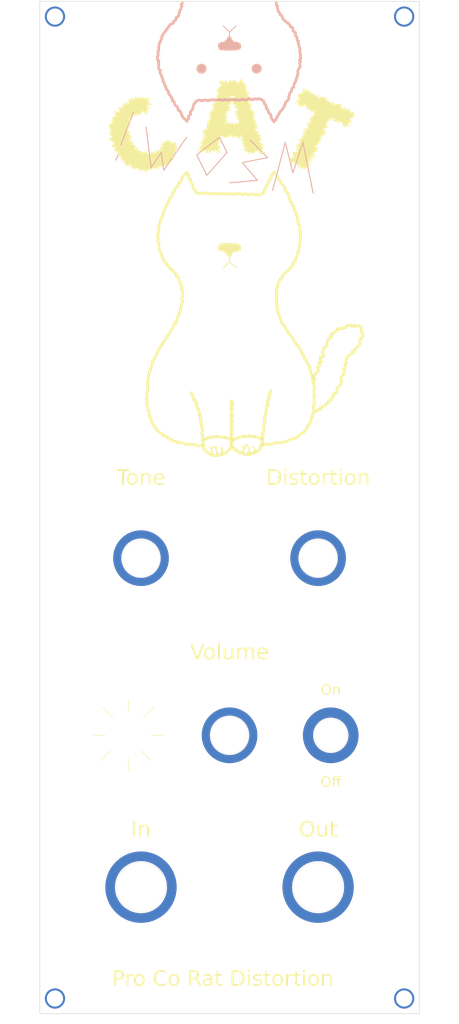
<source format=kicad_pcb>
(kicad_pcb (version 20241229) (generator "pcbnew") (generator_version "9.0")
  (layers (0 "F.Cu" signal) (2 "B.Cu" signal) (13 "F.Paste" user) (15 "B.Paste" user) (5 "F.SilkS" user "F.Silkscreen") (7 "B.SilkS" user "B.Silkscreen") (1 "F.Mask" user) (3 "B.Mask" user) (25 "Edge.Cuts" user))
  (net 0 "")
  (footprint "Kosmo_panel:Kosmo_LED_Hole" (layer "F.Cu") (at 71.1 202.6)
    (property "Reference" "H9" (hide yes))
    (property "Value" "Led_Hole")
    (pad "" np_thru_hole circle (at 0 0) (size 5 5) (drill 5) (layers "*.Cu" "*.Mask"))
  )
  (footprint "Kosmo_panel:Kosmo_Panel_Mounting_Hole" (layer "F.Cu") (at 125.6 60.6)
    (property "Reference" "REF**" (hide yes))
    (property "Value" "Kosmo_Panel_Mounting_Hole")
    (pad "1" thru_hole circle (at 0 0) (size 4 4) (drill 3.2) (layers "*.Cu" "*.Mask"))
  )
  (footprint "Kosmo_panel:Kosmo_Pot_Hole" (layer "F.Cu") (at 91.1 202.6)
    (property "Reference" "H6" (hide yes))
    (property "Value" "Pot_Hole")
    (fp_circle (center 0 0) (end 3.7 0) (stroke (width 0.05)) (fill no) (layer "Edge.Cuts"))
    (pad "1" smd custom (at -4.7 0) (size 0.5 0.5) (layers "F.Cu" "F.Mask" "F.Paste") (options (clearance outline) (anchor circle)) (primitives (gr_circle (center 4.7 0) (end 9.4 0) (width 1.6) (fill no))))
    (pad "1" smd custom (at -4.7 0) (size 0.5 0.5) (layers "B.Cu" "B.Mask" "B.Paste") (options (clearance outline) (anchor circle)) (primitives (gr_circle (center 4.7 0) (end 9.4 0) (width 1.6) (fill no))))
  )
  (footprint "Kosmo_panel:Kosmo_Jack_Hole" (layer "F.Cu") (at 108.6 232.6)
    (property "Reference" "H4" (hide yes))
    (property "Value" "Jack_Hole")
    (fp_circle (center 0 0) (end 4.9 0) (stroke (width 0.05)) (fill no) (layer "Edge.Cuts"))
    (pad "1" smd custom (at -6.1 0) (size 0.5 0.5) (layers "F.Cu" "F.Mask" "F.Paste") (options (clearance outline) (anchor circle)) (primitives (gr_circle (center 6.1 0) (end 12.2 0) (width 1.9) (fill no))))
    (pad "1" smd custom (at -6.1 0) (size 0.5 0.5) (layers "B.Cu" "B.Mask" "B.Paste") (options (clearance outline) (anchor circle)) (primitives (gr_circle (center 6.1 0) (end 12.2 0) (width 1.9) (fill no))))
  )
  (footprint "Kosmo_panel:Kosmo_Switch_Hole" (layer "F.Cu") (at 111.1 202.6)
    (property "Reference" "H7" (hide yes))
    (property "Value" "Switch_Hole")
    (fp_circle (center 0 0) (end 3.3 0) (stroke (width 0.05)) (fill no) (layer "Edge.Cuts"))
    (pad "1" smd custom (at -4.5 0) (size 0.5 0.5) (layers "F.Cu" "F.Mask" "F.Paste") (options (clearance outline) (anchor circle)) (primitives (gr_circle (center 4.5 0) (end 9 0) (width 2) (fill no))))
    (pad "1" smd custom (at -4.5 0) (size 0.5 0.5) (layers "B.Cu" "B.Mask" "B.Paste") (options (clearance outline) (anchor circle)) (primitives (gr_circle (center 4.5 0) (end 9 0) (width 2) (fill no))))
  )
  (footprint "Kosmo_panel:Kosmo_LED_Hole" (layer "F.Cu") (at 85.6 101.6)
    (property "Reference" "H9" (hide yes))
    (property "Value" "Led_Hole")
    (pad "" np_thru_hole circle (at 0 0) (size 5 5) (drill 5) (layers "*.Cu" "*.Mask"))
  )
  (footprint "Kosmo_panel:Kosmo_Panel_Mounting_Hole" (layer "F.Cu") (at 56.6 254.6)
    (property "Reference" "REF**" (hide yes))
    (property "Value" "Kosmo_Panel_Mounting_Hole")
    (pad "1" thru_hole circle (at 0 0) (size 4 4) (drill 3.2) (layers "*.Cu" "*.Mask"))
  )
  (footprint "Kosmo_panel:Kosmo_Jack_Hole" (layer "F.Cu") (at 73.6 232.6)
    (property "Reference" "H4" (hide yes))
    (property "Value" "Jack_Hole")
    (fp_circle (center 0 0) (end 4.9 0) (stroke (width 0.05)) (fill no) (layer "Edge.Cuts"))
    (pad "1" smd custom (at -6.1 0) (size 0.5 0.5) (layers "F.Cu" "F.Mask" "F.Paste") (options (clearance outline) (anchor circle)) (primitives (gr_circle (center 6.1 0) (end 12.2 0) (width 1.9) (fill no))))
    (pad "1" smd custom (at -6.1 0) (size 0.5 0.5) (layers "B.Cu" "B.Mask" "B.Paste") (options (clearance outline) (anchor circle)) (primitives (gr_circle (center 6.1 0) (end 12.2 0) (width 1.9) (fill no))))
  )
  (footprint "Kosmo_panel:Kosmo_Pot_Hole" (layer "F.Cu") (at 108.6 167.6)
    (property "Reference" "H6" (hide yes))
    (property "Value" "Pot_Hole")
    (fp_circle (center 0 0) (end 3.7 0) (stroke (width 0.05)) (fill no) (layer "Edge.Cuts"))
    (pad "1" smd custom (at -4.7 0) (size 0.5 0.5) (layers "F.Cu" "F.Mask" "F.Paste") (options (clearance outline) (anchor circle)) (primitives (gr_circle (center 4.7 0) (end 9.4 0) (width 1.6) (fill no))))
    (pad "1" smd custom (at -4.7 0) (size 0.5 0.5) (layers "B.Cu" "B.Mask" "B.Paste") (options (clearance outline) (anchor circle)) (primitives (gr_circle (center 4.7 0) (end 9.4 0) (width 1.6) (fill no))))
  )
  (footprint "Kosmo_panel:Kosmo_Panel_Mounting_Hole" (layer "F.Cu") (at 56.6 60.6)
    (property "Reference" "REF**" (hide yes))
    (property "Value" "Kosmo_Panel_Mounting_Hole")
    (pad "1" thru_hole circle (at 0 0) (size 4 4) (drill 3.2) (layers "*.Cu" "*.Mask"))
  )
  (footprint "Kosmo_panel:Kosmo_Panel_Mounting_Hole" (layer "F.Cu") (at 125.6 254.6)
    (property "Reference" "REF**" (hide yes))
    (property "Value" "Kosmo_Panel_Mounting_Hole")
    (pad "1" thru_hole circle (at 0 0) (size 4 4) (drill 3.2) (layers "*.Cu" "*.Mask"))
  )
  (footprint "Kosmo_panel:Kosmo_LED_Hole" (layer "F.Cu") (at 96.6 101.6)
    (property "Reference" "H9" (hide yes))
    (property "Value" "Led_Hole")
    (pad "" np_thru_hole circle (at 0 0) (size 5 5) (drill 5) (layers "*.Cu" "*.Mask"))
  )
  (footprint "Kosmo_panel:Kosmo_Pot_Hole" (layer "F.Cu") (at 73.6 167.6)
    (property "Reference" "H6" (hide yes))
    (property "Value" "Pot_Hole")
    (fp_circle (center 0 0) (end 3.7 0) (stroke (width 0.05)) (fill no) (layer "Edge.Cuts"))
    (pad "1" smd custom (at -4.7 0) (size 0.5 0.5) (layers "F.Cu" "F.Mask" "F.Paste") (options (clearance outline) (anchor circle)) (primitives (gr_circle (center 4.7 0) (end 9.4 0) (width 1.6) (fill no))))
    (pad "1" smd custom (at -4.7 0) (size 0.5 0.5) (layers "B.Cu" "B.Mask" "B.Paste") (options (clearance outline) (anchor circle)) (primitives (gr_circle (center 4.7 0) (end 9.4 0) (width 1.6) (fill no))))
  )
  (gr_line (start 74.858125 135.558958) (end 74.778751 135.849997) (stroke (width 0.529166) (color 35 31 32 1)) (layer "F.SilkS"))
  (gr_line (start 91.421041 141.247496) (end 91.659167 141.459173) (stroke (width 0.529166) (color 35 31 32 1)) (layer "F.SilkS"))
  (gr_line (start 75.598958 140.321455) (end 75.678334 140.63896) (stroke (width 0.529166) (color 35 31 32 1)) (layer "F.SilkS"))
  (gr_line (start 81.128751 144.766462) (end 81.44625 144.792913) (stroke (width 0.529166) (color 35 31 32 1)) (layer "F.SilkS"))
  (gr_line (start 91.473958 143.708128) (end 91.579791 143.91979) (stroke (width 0.529166) (color 35 31 32 1)) (layer "F.SilkS"))
  (gr_line (start 89.013334 95.606878) (end 88.722291 95.633335) (stroke (width 0.529166) (color 35 31 32 1)) (layer "F.SilkS"))
  (gr_line (start 85.785417 143.681669) (end 85.679582 143.469999) (stroke (width 0.529166) (color 35 31 32 1)) (layer "F.SilkS"))
  (gr_line (start 91.553333 142.067709) (end 91.553333 142.279371) (stroke (width 0.529166) (color 35 31 32 1)) (layer "F.SilkS"))
  (gr_line (start 109.836042 137.543333) (end 110.153539 137.384581) (stroke (width 0.529166) (color 35 31 32 1)) (layer "F.SilkS"))
  (gr_line (start 91.950208 109.841459) (end 92.135415 109.920835) (stroke (width 0.185208) (color 35 31 32 1)) (layer "F.SilkS"))
  (gr_line (start 107.639997 139.025) (end 107.719373 138.733953) (stroke (width 0.529166) (color 35 31 32 1)) (layer "F.SilkS"))
  (gr_line (start 96.34229 143.65521) (end 96.55396 143.681669) (stroke (width 0.529166) (color 35 31 32 1)) (layer "F.SilkS"))
  (gr_line (start 98.379583 145.189787) (end 98.670625 145.057493) (stroke (width 0.529166) (color 35 31 32 1)) (layer "F.SilkS"))
  (gr_line (start 78.90625 143.761038) (end 79.065001 144.105001) (stroke (width 0.529166) (color 35 31 32 1)) (layer "F.SilkS"))
  (gr_line (start 99.914167 144.951666) (end 100.205209 144.766462) (stroke (width 0.529166) (color 35 31 32 1)) (layer "F.SilkS"))
  (gr_line (start 104.75604 107.169168) (end 104.650205 106.825212) (stroke (width 0.529166) (color 35 31 32 1)) (layer "F.SilkS"))
  (gr_line (start 115.392289 127.224581) (end 115.392289 126.748335) (stroke (width 0.529166) (color 35 31 32 1)) (layer "F.SilkS"))
  (gr_line (start 77.980209 99.311045) (end 77.927292 99.628544) (stroke (width 0.529166) (color 35 31 32 1)) (layer "F.SilkS"))
  (gr_line (start 90.071668 143.813963) (end 90.309791 143.681669) (stroke (width 0.529166) (color 35 31 32 1)) (layer "F.SilkS"))
  (gr_line (start 103.618333 109.338751) (end 103.829999 109.100626) (stroke (width 0.529166) (color 35 31 32 1)) (layer "F.SilkS"))
  (gr_line (start 100.363958 117.223337) (end 100.443334 116.905832) (stroke (width 0.529166) (color 35 31 32 1)) (layer "F.SilkS"))
  (gr_line (start 116.794584 121.641878) (end 116.371247 121.721254) (stroke (width 0.529166) (color 35 31 32 1)) (layer "F.SilkS"))
  (gr_line (start 101.422288 112.222708) (end 101.554582 111.958124) (stroke (width 0.529166) (color 35 31 32 1)) (layer "F.SilkS"))
  (gr_line (start 80.123334 111.190836) (end 80.440833 111.323126) (stroke (width 0.529166) (color 35 31 32 1)) (layer "F.SilkS"))
  (gr_line (start 117.112081 122.356253) (end 117.085622 121.932917) (stroke (width 0.529166) (color 35 31 32 1)) (layer "F.SilkS"))
  (gr_line (start 91.421041 142.464582) (end 91.526876 142.676245) (stroke (width 0.529166) (color 35 31 32 1)) (layer "F.SilkS"))
  (gr_line (start 102.163125 94.839586) (end 101.977918 94.601459) (stroke (width 0.529166) (color 35 31 32 1)) (layer "F.SilkS"))
  (gr_line (start 91.553333 143.311254) (end 91.447499 143.496458) (stroke (width 0.529166) (color 35 31 32 1)) (layer "F.SilkS"))
  (gr_line (start 94.754791 147.147711) (end 94.754791 147.015417) (stroke (width 0.529166) (color 35 31 32 1)) (layer "F.SilkS"))
  (gr_line (start 80.837709 94.178127) (end 80.599584 94.416252) (stroke (width 0.529166) (color 35 31 32 1)) (layer "F.SilkS"))
  (gr_line (start 98.644166 137.305212) (end 98.56479 137.067083) (stroke (width 0.529166) (color 35 31 32 1)) (layer "F.SilkS"))
  (gr_line (start 105.258748 126.959997) (end 105.232293 126.589582) (stroke (width 0.529166) (color 35 31 32 1)) (layer "F.SilkS"))
  (gr_line (start 89.86 110.185419) (end 90.018748 110.079588) (stroke (width 0.185208) (color 35 31 32 1)) (layer "F.SilkS"))
  (gr_line (start 81.340417 93.410835) (end 80.996459 93.543127) (stroke (width 0.529166) (color 35 31 32 1)) (layer "F.SilkS"))
  (gr_line (start 113.989999 130.055628) (end 113.884164 129.685209) (stroke (width 0.529166) (color 35 31 32 1)) (layer "F.SilkS"))
  (gr_line (start 85.944165 144.078543) (end 85.758958 143.866873) (stroke (width 0.529166) (color 35 31 32 1)) (layer "F.SilkS"))
  (gr_line (start 116.66229 125.610628) (end 116.926873 125.346045) (stroke (width 0.529166) (color 35 31 32 1)) (layer "F.SilkS"))
  (gr_line (start 107.719373 135.320837) (end 107.825204 135.029791) (stroke (width 0.529166) (color 35 31 32 1)) (layer "F.SilkS"))
  (gr_line (start 91.368123 144.316664) (end 91.500415 144.528334) (stroke (width 0.529166) (color 35 31 32 1)) (layer "F.SilkS"))
  (gr_line (start 109.042291 127.965418) (end 109.042291 128.309374) (stroke (width 0.529166) (color 35 31 32 1)) (layer "F.SilkS"))
  (gr_line (start 91.341666 137.993124) (end 91.368123 138.204794) (stroke (width 0.529166) (color 35 31 32 1)) (layer "F.SilkS"))
  (gr_line (start 91.394584 144.951666) (end 91.60625 145.110418) (stroke (width 0.529166) (color 35 31 32 1)) (layer "F.SilkS"))
  (gr_line (start 102.824582 96.215418) (end 102.824582 95.871462) (stroke (width 0.529166) (color 35 31 32 1)) (layer "F.SilkS"))
  (gr_line (start 77.4775 100.792711) (end 77.398126 101.083752) (stroke (width 0.529166) (color 35 31 32 1)) (layer "F.SilkS"))
  (gr_line (start 91.553333 136.564375) (end 91.368123 136.590834) (stroke (width 0.529166)) (layer "F.SilkS"))
  (gr_line (start 79.382501 122.806044) (end 79.276666 123.097086) (stroke (width 0.529166) (color 35 31 32 1)) (layer "F.SilkS"))
  (gr_line (start 110.259374 137.014166) (end 110.656251 136.93479) (stroke (width 0.529166) (color 35 31 32 1)) (layer "F.SilkS"))
  (gr_line (start 79.065001 144.105001) (end 79.435416 144.025625) (stroke (width 0.529166) (color 35 31 32 1)) (layer "F.SilkS"))
  (gr_line (start 96.501039 146.48625) (end 96.739167 146.459791) (stroke (width 0.529166) (color 35 31 32 1)) (layer "F.SilkS"))
  (gr_line (start 104.835416 143.311254) (end 105.073541 143.099585) (stroke (width 0.529166) (color 35 31 32 1)) (layer "F.SilkS"))
  (gr_line (start 79.911668 122.038752) (end 79.805833 122.356253) (stroke (width 0.529166) (color 35 31 32 1)) (layer "F.SilkS"))
  (gr_line (start 78.403542 124.340628) (end 78.244791 124.63167) (stroke (width 0.529166) (color 35 31 32 1)) (layer "F.SilkS"))
  (gr_line (start 93.431874 146.803747) (end 93.669999 146.830206) (stroke (width 0.264583) (color 35 31 32 1)) (layer "F.SilkS"))
  (gr_line (start 84.753541 145.401457) (end 85.044584 145.427923) (stroke (width 0.529166) (color 35 31 32 1)) (layer "F.SilkS"))
  (gr_line (start 75.307917 139.792288) (end 75.493125 140.056875) (stroke (width 0.529166) (color 35 31 32 1)) (layer "F.SilkS"))
  (gr_line (start 91.791459 145.904165) (end 92.108958 145.904165) (stroke (width 0.529166) (color 35 31 32 1)) (layer "F.SilkS"))
  (gr_line (start 86.817291 143.813963) (end 86.976041 143.681669) (stroke (width 0.529166) (color 35 31 32 1)) (layer "F.SilkS"))
  (gr_line (start 91.579791 144.528334) (end 91.817916 144.422499) (stroke (width 0.529166) (color 35 31 32 1)) (layer "F.SilkS"))
  (gr_line (start 98.062082 139.898123) (end 98.062082 139.68646) (stroke (width 0.529166) (color 35 31 32 1)) (layer "F.SilkS"))
  (gr_line (start 100.443334 116.905832) (end 100.337499 116.588335) (stroke (width 0.529166) (color 35 31 32 1)) (layer "F.SilkS"))
  (gr_line (start 91.817916 144.422499) (end 91.89729 144.210836) (stroke (width 0.529166) (color 35 31 32 1)) (layer "F.SilkS"))
  (gr_line (start 98.69708 136.881872) (end 98.644166 136.67021) (stroke (width 0.529166) (color 35 31 32 1)) (layer "F.SilkS"))
  (gr_line (start 98.062082 139.68646) (end 98.114999 139.501249) (stroke (width 0.529166) (color 35 31 32 1)) (layer "F.SilkS"))
  (gr_line (start 91.579791 143.91979) (end 91.394584 144.105001) (stroke (width 0.529166) (color 35 31 32 1)) (layer "F.SilkS"))
  (gr_line (start 86.552709 146.539167) (end 86.393958 146.406874) (stroke (width 0.529166) (color 35 31 32 1)) (layer "F.SilkS"))
  (gr_line (start 89.277917 147.094793) (end 89.51604 147.094793) (stroke (width 0.264583) (color 35 31 32 1)) (layer "F.SilkS"))
  (gr_line (start 97.136041 143.91979) (end 97.347707 143.972708) (stroke (width 0.529166) (color 35 31 32 1)) (layer "F.SilkS"))
  (gr_line (start 105.152917 104.417501) (end 105.1 104.1) (stroke (width 0.529166) (color 35 31 32 1)) (layer "F.SilkS"))
  (gr_line (start 107.745836 133.495211) (end 107.745836 133.177706) (stroke (width 0.529166) (color 35 31 32 1)) (layer "F.SilkS"))
  (gr_line (start 89.013334 143.602285) (end 89.225 143.734579) (stroke (width 0.529166) (color 35 31 32 1)) (layer "F.SilkS"))
  (gr_line (start 98.485418 137.887297) (end 98.538335 137.702085) (stroke (width 0.529166) (color 35 31 32 1)) (layer "F.SilkS"))
  (gr_line (start 77.609792 100.501669) (end 77.4775 100.792711) (stroke (width 0.529166) (color 35 31 32 1)) (layer "F.SilkS"))
  (gr_line (start 102.612916 110.873335) (end 102.798124 110.608751) (stroke (width 0.529166) (color 35 31 32 1)) (layer "F.SilkS"))
  (gr_line (start 115.365831 121.906462) (end 115.021875 121.483126) (stroke (width 0.529166) (color 35 31 32 1)) (layer "F.SilkS"))
  (gr_line (start 111.423539 135.797087) (end 111.661664 135.585417) (stroke (width 0.529166) (color 35 31 32 1)) (layer "F.SilkS"))
  (gr_line (start 100.866666 112.963545) (end 101.078332 112.72542) (stroke (width 0.529166) (color 35 31 32 1)) (layer "F.SilkS"))
  (gr_line (start 98.379583 93.99292) (end 98.353124 94.336878) (stroke (width 0.529166) (color 35 31 32 1)) (layer "F.SilkS"))
  (gr_line (start 103.512502 124.049582) (end 103.353749 123.784998) (stroke (width 0.529166) (color 35 31 32 1)) (layer "F.SilkS"))
  (gr_line (start 83.986251 94.575003) (end 83.906875 94.257503) (stroke (width 0.529166) (color 35 31 32 1)) (layer "F.SilkS"))
  (gr_line (start 92.823331 143.761038) (end 93.034999 143.681669) (stroke (width 0.529166) (color 35 31 32 1)) (layer "F.SilkS"))
  (gr_line (start 87.558126 147.280004) (end 87.372916 147.174162) (stroke (width 0.529166) (color 35 31 32 1)) (layer "F.SilkS"))
  (gr_line (start 98.670625 145.057493) (end 98.988126 145.163336) (stroke (width 0.529166) (color 35 31 32 1)) (layer "F.SilkS"))
  (gr_line (start 81.737292 144.792913) (end 82.054792 144.87229) (stroke (width 0.529166) (color 35 31 32 1)) (layer "F.SilkS"))
  (gr_line (start 103.93583 124.869791) (end 103.80354 124.605207) (stroke (width 0.529166) (color 35 31 32 1)) (layer "F.SilkS"))
  (gr_line (start 95.918958 146.724379) (end 96.157083 146.750837) (stroke (width 0.529166) (color 35 31 32 1)) (layer "F.SilkS"))
  (gr_line (start 105.126455 103.17396) (end 104.96771 102.882917) (stroke (width 0.529166) (color 35 31 32 1)) (layer "F.SilkS"))
  (gr_line (start 104.676664 143.628752) (end 104.835416 143.311254) (stroke (width 0.529166) (color 35 31 32 1)) (layer "F.SilkS"))
  (gr_line (start 88.404792 145.824797) (end 88.404792 145.58666) (stroke (width 0.291041) (color 35 31 32 1)) (layer "F.SilkS"))
  (gr_line (start 91.077083 108.253958) (end 91.077083 108.439165) (stroke (width 0.185208) (color 35 31 32 1)) (layer "F.SilkS"))
  (gr_line (start 100.602082 118.731459) (end 100.602082 118.413961) (stroke (width 0.529166) (color 35 31 32 1)) (layer "F.SilkS"))
  (gr_line (start 97.427083 145.189787) (end 97.427083 144.978125) (stroke (width 0.529166) (color 35 31 32 1)) (layer "F.SilkS"))
  (gr_line (start 82.054792 144.87229) (end 82.319375 145.004583) (stroke (width 0.529166) (color 35 31 32 1)) (layer "F.SilkS"))
  (gr_line (start 83.430623 92.749376) (end 83.113124 92.537712) (stroke (width 0.529166) (color 35 31 32 1)) (layer "F.SilkS"))
  (gr_line (start 91.632707 137.384581) (end 91.659167 137.596251) (stroke (width 0.529166) (color 35 31 32 1)) (layer "F.SilkS"))
  (gr_line (start 97.559377 144.369589) (end 97.453542 144.369589) (stroke (width 0.529166)) (layer "F.SilkS"))
  (gr_line (start 85.441459 140.056875) (end 85.335626 139.871672) (stroke (width 0.529166) (color 35 31 32 1)) (layer "F.SilkS"))
  (gr_line (start 81.57854 117.778959) (end 81.472709 118.070002) (stroke (width 0.529166) (color 35 31 32 1)) (layer "F.SilkS"))
  (gr_line (start 95.707292 143.628752) (end 95.918958 143.602285) (stroke (width 0.529166) (color 35 31 32 1)) (layer "F.SilkS"))
  (gr_line (start 109.624372 127.806669) (end 109.042291 127.965418) (stroke (width 0.529166) (color 35 31 32 1)) (layer "F.SilkS"))
  (gr_line (start 77.847917 143.152502) (end 78.033125 143.417082) (stroke (width 0.529166) (color 35 31 32 1)) (layer "F.SilkS"))
  (gr_line (start 80.996459 93.543127) (end 80.943542 93.887087) (stroke (width 0.529166) (color 35 31 32 1)) (layer "F.SilkS"))
  (gr_line (start 77.00125 104.78792) (end 76.974792 105.105421) (stroke (width 0.529166) (color 35 31 32 1)) (layer "F.SilkS"))
  (gr_line (start 108.010415 132.172293) (end 107.77229 132.436876) (stroke (width 0.529166) (color 35 31 32 1)) (layer "F.SilkS"))
  (gr_line (start 100.363958 117.831873) (end 100.496247 117.514376) (stroke (width 0.529166) (color 35 31 32 1)) (layer "F.SilkS"))
  (gr_line (start 115.868539 126.748335) (end 115.894998 126.29854) (stroke (width 0.529166) (color 35 31 32 1)) (layer "F.SilkS"))
  (gr_line (start 100.496247 115.08021) (end 100.363958 114.762709) (stroke (width 0.529166) (color 35 31 32 1)) (layer "F.SilkS"))
  (gr_line (start 86.208749 146.27458) (end 86.076457 146.115828) (stroke (width 0.529166) (color 35 31 32 1)) (layer "F.SilkS"))
  (gr_line (start 100.363958 115.688753) (end 100.31104 115.371252) (stroke (width 0.529166) (color 35 31 32 1)) (layer "F.SilkS"))
  (gr_line (start 107.190206 140.533125) (end 107.190206 140.189161) (stroke (width 0.529166) (color 35 31 32 1)) (layer "F.SilkS"))
  (gr_line (start 77.556875 107.460211) (end 77.715625 107.724794) (stroke (width 0.529166) (color 35 31 32 1)) (layer "F.SilkS"))
  (gr_line (start 111.582292 123.335207) (end 111.106042 123.36167) (stroke (width 0.529166) (color 35 31 32 1)) (layer "F.SilkS"))
  (gr_line (start 75.016875 137.966665) (end 74.9375 138.28417) (stroke (width 0.529166) (color 35 31 32 1)) (layer "F.SilkS"))
  (gr_line (start 81.843124 92.273128) (end 81.684375 92.511251) (stroke (width 0.529166) (color 35 31 32 1)) (layer "F.SilkS"))
  (gr_line (start 93.034999 146.592085) (end 93.140834 146.883131) (stroke (width 0.529166) (color 35 31 32 1)) (layer "F.SilkS"))
  (gr_line (start 91.368123 141.670835) (end 91.526876 141.882498) (stroke (width 0.529166) (color 35 31 32 1)) (layer "F.SilkS"))
  (gr_line (start 91.368123 136.590834) (end 91.447499 136.776045) (stroke (width 0.529166) (color 35 31 32 1)) (layer "F.SilkS"))
  (gr_line (start 104.96771 101.956877) (end 104.729581 101.692293) (stroke (width 0.529166) (color 35 31 32 1)) (layer "F.SilkS"))
  (gr_line (start 83.853959 145.163336) (end 84.171458 145.136877) (stroke (width 0.529166) (color 35 31 32 1)) (layer "F.SilkS"))
  (gr_line (start 77.345208 142.808538) (end 77.609792 142.967291) (stroke (width 0.529166) (color 35 31 32 1)) (layer "F.SilkS"))
  (gr_line (start 107.798749 134.712294) (end 107.798749 134.421255) (stroke (width 0.529166) (color 35 31 32 1)) (layer "F.SilkS"))
  (gr_line (start 97.982705 94.866043) (end 97.929792 95.210003) (stroke (width 0.529166) (color 35 31 32 1)) (layer "F.SilkS"))
  (gr_line (start 106.422918 129.103125) (end 106.290624 128.838541) (stroke (width 0.529166) (color 35 31 32 1)) (layer "F.SilkS"))
  (gr_line (start 88.193124 143.681669) (end 88.404792 143.496458) (stroke (width 0.529166) (color 35 31 32 1)) (layer "F.SilkS"))
  (gr_line (start 74.911042 132.463331) (end 74.990417 132.780832) (stroke (width 0.529166) (color 35 31 32 1)) (layer "F.SilkS"))
  (gr_line (start 104.62375 101.401253) (end 104.597291 101.083752) (stroke (width 0.529166) (color 35 31 32 1)) (layer "F.SilkS"))
  (gr_line (start 110.312291 124.869791) (end 110.285833 125.213751) (stroke (width 0.529166) (color 35 31 32 1)) (layer "F.SilkS"))
  (gr_line (start 98.591249 136.432081) (end 98.855832 136.299788) (stroke (width 0.529166) (color 35 31 32 1)) (layer "F.SilkS"))
  (gr_line (start 78.112499 124.896254) (end 77.821459 125.081461) (stroke (width 0.529166) (color 35 31 32 1)) (layer "F.SilkS"))
  (gr_line (start 97.929792 141.11521) (end 97.929792 140.90354) (stroke (width 0.529166) (color 35 31 32 1)) (layer "F.SilkS"))
  (gr_line (start 75.546043 129.764585) (end 75.519584 130.082083) (stroke (width 0.529166) (color 35 31 32 1)) (layer "F.SilkS"))
  (gr_line (start 80.546668 111.640627) (end 80.626041 111.931669) (stroke (width 0.529166) (color 35 31 32 1)) (layer "F.SilkS"))
  (gr_line (start 91.447499 145.58666) (end 91.262292 145.745413) (stroke (width 0.529166) (color 35 31 32 1)) (layer "F.SilkS"))
  (gr_line (start 105.232293 126.589582) (end 105.073541 126.324999) (stroke (width 0.529166) (color 35 31 32 1)) (layer "F.SilkS"))
  (gr_line (start 85.018125 95.553961) (end 84.753541 95.474586) (stroke (width 0.529166) (color 35 31 32 1)) (layer "F.SilkS"))
  (gr_line (start 91.659167 109.550421) (end 91.844375 109.656252) (stroke (width 0.185208) (color 35 31 32 1)) (layer "F.SilkS"))
  (gr_line (start 103.697709 124.28771) (end 103.512502 124.049582) (stroke (width 0.529166) (color 35 31 32 1)) (layer "F.SilkS"))
  (gr_line (start 111.370626 136.220419) (end 111.423539 135.797087) (stroke (width 0.529166) (color 35 31 32 1)) (layer "F.SilkS"))
  (gr_line (start 94.701875 146.988958) (end 94.860625 146.830206) (stroke (width 0.291041) (color 35 31 32 1)) (layer "F.SilkS"))
  (gr_line (start 79.461875 110.582293) (end 79.805833 110.63521) (stroke (width 0.529166) (color 35 31 32 1)) (layer "F.SilkS"))
  (gr_line (start 112.534787 133.759794) (end 112.878747 133.548124) (stroke (width 0.529166) (color 35 31 32 1)) (layer "F.SilkS"))
  (gr_line (start 94.807706 146.592085) (end 94.939998 146.433332) (stroke (width 0.291041) (color 35 31 32 1)) (layer "F.SilkS"))
  (gr_line (start 109.703748 126.060419) (end 109.677289 126.404375) (stroke (width 0.529166) (color 35 31 32 1)) (layer "F.SilkS"))
  (gr_line (start 84.383126 95.024794) (end 84.145 94.839586) (stroke (width 0.529166) (color 35 31 32 1)) (layer "F.SilkS"))
  (gr_line (start 91.579791 138.601667) (end 91.553333 138.813337) (stroke (width 0.529166) (color 35 31 32 1)) (layer "F.SilkS"))
  (gr_line (start 104.359166 99.893127) (end 104.27979 99.602085) (stroke (width 0.529166) (color 35 31 32 1)) (layer "F.SilkS"))
  (gr_line (start 77.4775 107.169168) (end 77.556875 107.460211) (stroke (width 0.529166) (color 35 31 32 1)) (layer "F.SilkS"))
  (gr_line (start 97.771039 145.216246) (end 98.062082 145.004583) (stroke (width 0.529166) (color 35 31 32 1)) (layer "F.SilkS"))
  (gr_line (start 95.813123 95.712711) (end 95.495626 95.606878) (stroke (width 0.529166) (color 35 31 32 1)) (layer "F.SilkS"))
  (gr_line (start 83.748126 93.64896) (end 83.509999 93.410835) (stroke (width 0.529166) (color 35 31 32 1)) (layer "F.SilkS"))
  (gr_line (start 93.034999 143.681669) (end 93.246667 143.681669) (stroke (width 0.529166) (color 35 31 32 1)) (layer "F.SilkS"))
  (gr_line (start 107.851667 136.246878) (end 107.745836 135.955832) (stroke (width 0.529166) (color 35 31 32 1)) (layer "F.SilkS"))
  (gr_line (start 104.27979 99.602085) (end 104.173959 99.311045) (stroke (width 0.529166) (color 35 31 32 1)) (layer "F.SilkS"))
  (gr_line (start 107.587083 132.886667) (end 107.639997 132.251665) (stroke (width 0.529166)) (layer "F.SilkS"))
  (gr_line (start 90.918332 146.27458) (end 90.733125 146.380415) (stroke (width 0.529166) (color 35 31 32 1)) (layer "F.SilkS"))
  (gr_line (start 79.091459 110.079588) (end 79.276666 110.317709) (stroke (width 0.529166) (color 35 31 32 1)) (layer "F.SilkS"))
  (gr_line (start 92.24125 143.946249) (end 92.452916 143.946249) (stroke (width 0.529166) (color 35 31 32 1)) (layer "F.SilkS"))
  (gr_line (start 117.429582 123.335207) (end 117.112081 122.991251) (stroke (width 0.529166) (color 35 31 32 1)) (layer "F.SilkS"))
  (gr_line (start 95.786668 146.803747) (end 95.86604 146.644995) (stroke (width 0.264583) (color 35 31 32 1)) (layer "F.SilkS"))
  (gr_line (start 116.847497 124.234793) (end 117.350206 124.023127) (stroke (width 0.529166) (color 35 31 32 1)) (layer "F.SilkS"))
  (gr_line (start 98.829374 93.17271) (end 98.776456 93.490211) (stroke (width 0.529166) (color 35 31 32 1)) (layer "F.SilkS"))
  (gr_line (start 110.656251 136.93479) (end 110.656251 136.484999) (stroke (width 0.529166) (color 35 31 32 1)) (layer "F.SilkS"))
  (gr_line (start 85.414998 140.877081) (end 85.414998 140.665419) (stroke (width 0.529166) (color 35 31 32 1)) (layer "F.SilkS"))
  (gr_line (start 91.659167 142.067709) (end 91.526876 142.279371) (stroke (width 0.529166) (color 35 31 32 1)) (layer "F.SilkS"))
  (gr_line (start 103.14208 123.573336) (end 102.8775 123.36167) (stroke (width 0.529166) (color 35 31 32 1)) (layer "F.SilkS"))
  (gr_line (start 94.754791 147.015417) (end 94.966459 147.068335) (stroke (width 0.529166) (color 35 31 32 1)) (layer "F.SilkS"))
  (gr_line (start 78.350625 98.464376) (end 78.27125 98.781877) (stroke (width 0.529166) (color 35 31 32 1)) (layer "F.SilkS"))
  (gr_line (start 76.868959 103.544378) (end 76.921875 103.861879) (stroke (width 0.529166) (color 35 31 32 1)) (layer "F.SilkS"))
  (gr_line (start 100.893125 119.578127) (end 100.734376 119.313543) (stroke (width 0.529166) (color 35 31 32 1)) (layer "F.SilkS"))
  (gr_line (start 98.56479 137.067083) (end 98.69708 136.881872) (stroke (width 0.529166) (color 35 31 32 1)) (layer "F.SilkS"))
  (gr_line (start 91.553333 137.199377) (end 91.341666 137.384581) (stroke (width 0.529166) (color 35 31 32 1)) (layer "F.SilkS"))
  (gr_line (start 104.597291 125.557711) (end 104.226876 125.425421) (stroke (width 0.529166) (color 35 31 32 1)) (layer "F.SilkS"))
  (gr_line (start 109.703748 127.462709) (end 109.624372 127.806669) (stroke (width 0.529166) (color 35 31 32 1)) (layer "F.SilkS"))
  (gr_line (start 103.829999 98.120419) (end 103.486039 97.935209) (stroke (width 0.529166) (color 35 31 32 1)) (layer "F.SilkS"))
  (gr_line (start 77.054167 102.935835) (end 77.16 103.253336) (stroke (width 0.529166) (color 35 31 32 1)) (layer "F.SilkS"))
  (gr_line (start 76.630834 127.568541) (end 76.498542 127.833124) (stroke (width 0.529166) (color 35 31 32 1)) (layer "F.SilkS"))
  (gr_line (start 86.288125 144.105001) (end 86.420417 143.91979) (stroke (width 0.529166) (color 35 31 32 1)) (layer "F.SilkS"))
  (gr_line (start 91.659167 137.993124) (end 91.659167 138.204794) (stroke (width 0.529166) (color 35 31 32 1)) (layer "F.SilkS"))
  (gr_line (start 91.421041 139.845213) (end 91.341666 140.030416) (stroke (width 0.529166) (color 35 31 32 1)) (layer "F.SilkS"))
  (gr_line (start 108.5925 130.26729) (end 108.698331 130.637709) (stroke (width 0.529166) (color 35 31 32 1)) (layer "F.SilkS"))
  (gr_line (start 114.069371 122.065207) (end 113.751874 122.065207) (stroke (width 0.529166) (color 35 31 32 1)) (layer "F.SilkS"))
  (gr_line (start 103.194997 144.105001) (end 103.486039 143.999166) (stroke (width 0.529166) (color 35 31 32 1)) (layer "F.SilkS"))
  (gr_line (start 97.876874 142.332289) (end 97.876874 142.147078) (stroke (width 0.529166) (color 35 31 32 1)) (layer "F.SilkS"))
  (gr_line (start 98.855832 136.299788) (end 98.802915 136.061666) (stroke (width 0.529166) (color 35 31 32 1)) (layer "F.SilkS"))
  (gr_line (start 85.176875 138.839788) (end 85.071042 138.681044) (stroke (width 0.529166) (color 35 31 32 1)) (layer "F.SilkS"))
  (gr_line (start 103.115625 97.088545) (end 103.00979 96.797502) (stroke (width 0.529166) (color 35 31 32 1)) (layer "F.SilkS"))
  (gr_line (start 88.563541 147.041868) (end 88.589999 146.803747) (stroke (width 0.291041) (color 35 31 32 1)) (layer "F.SilkS"))
  (gr_line (start 86.737916 146.644995) (end 86.552709 146.539167) (stroke (width 0.529166) (color 35 31 32 1)) (layer "F.SilkS"))
  (gr_line (start 90.495 143.813963) (end 90.680207 143.893332) (stroke (width 0.529166) (color 35 31 32 1)) (layer "F.SilkS"))
  (gr_line (start 85.335626 139.871672) (end 85.362083 139.660002) (stroke (width 0.529166) (color 35 31 32 1)) (layer "F.SilkS"))
  (gr_line (start 107.90458 134.10375) (end 107.77229 133.786249) (stroke (width 0.529166) (color 35 31 32 1)) (layer "F.SilkS"))
  (gr_line (start 91.500415 144.263746) (end 91.341666 144.528334) (stroke (width 0.529166) (color 35 31 32 1)) (layer "F.SilkS"))
  (gr_line (start 97.638749 144.184378) (end 97.665208 143.972708) (stroke (width 0.529166) (color 35 31 32 1)) (layer "F.SilkS"))
  (gr_line (start 79.673541 96.03021) (end 79.541249 96.294794) (stroke (width 0.529166) (color 35 31 32 1)) (layer "F.SilkS"))
  (gr_line (start 104.861875 126.113333) (end 104.676664 125.848749) (stroke (width 0.529166) (color 35 31 32 1)) (layer "F.SilkS"))
  (gr_line (start 95.918958 145.718954) (end 95.733747 145.58666) (stroke (width 0.264583) (color 35 31 32 1)) (layer "F.SilkS"))
  (gr_line (start 102.057294 144.581251) (end 102.374791 144.581251) (stroke (width 0.529166) (color 35 31 32 1)) (layer "F.SilkS"))
  (gr_line (start 106.713956 141.326879) (end 106.766874 141.009375) (stroke (width 0.529166) (color 35 31 32 1)) (layer "F.SilkS"))
  (gr_line (start 105.549791 127.145212) (end 105.258748 126.959997) (stroke (width 0.529166) (color 35 31 32 1)) (layer "F.SilkS"))
  (gr_line (start 91.553333 140.63896) (end 91.526876 140.850622) (stroke (width 0.529166) (color 35 31 32 1)) (layer "F.SilkS"))
  (gr_line (start 107.798749 138.681044) (end 108.142709 138.601667) (stroke (width 0.529166) (color 35 31 32 1)) (layer "F.SilkS"))
  (gr_line (start 89.886457 143.628752) (end 90.071668 143.813963) (stroke (width 0.529166) (color 35 31 32 1)) (layer "F.SilkS"))
  (gr_line (start 77.107084 105.39646) (end 77.133542 105.687502) (stroke (width 0.529166) (color 35 31 32 1)) (layer "F.SilkS"))
  (gr_line (start 91.077083 108.439165) (end 91.077083 108.62438) (stroke (width 0.185208) (color 35 31 32 1)) (layer "F.SilkS"))
  (gr_line (start 91.447499 136.776045) (end 91.394584 136.987707) (stroke (width 0.529166) (color 35 31 32 1)) (layer "F.SilkS"))
  (gr_line (start 88.404792 95.553961) (end 88.087293 95.606878) (stroke (width 0.529166) (color 35 31 32 1)) (layer "F.SilkS"))
  (gr_line (start 78.006667 108.597918) (end 78.138959 108.862501) (stroke (width 0.529166) (color 35 31 32 1)) (layer "F.SilkS"))
  (gr_line (start 91.500415 95.686251) (end 91.182916 95.606878) (stroke (width 0.529166) (color 35 31 32 1)) (layer "F.SilkS"))
  (gr_line (start 96.739167 146.459791) (end 96.844999 146.248121) (stroke (width 0.529166) (color 35 31 32 1)) (layer "F.SilkS"))
  (gr_line (start 101.316457 120.742292) (end 101.237081 120.424791) (stroke (width 0.529166) (color 35 31 32 1)) (layer "F.SilkS"))
  (gr_line (start 91.500415 140.453749) (end 91.553333 140.63896) (stroke (width 0.529166) (color 35 31 32 1)) (layer "F.SilkS"))
  (gr_line (start 102.401246 122.594374) (end 102.295415 122.303335) (stroke (width 0.529166) (color 35 31 32 1)) (layer "F.SilkS"))
  (gr_line (start 102.798124 110.608751) (end 103.036248 110.42354) (stroke (width 0.529166) (color 35 31 32 1)) (layer "F.SilkS"))
  (gr_line (start 102.295415 122.303335) (end 102.083749 122.065207) (stroke (width 0.529166) (color 35 31 32 1)) (layer "F.SilkS"))
  (gr_line (start 90.574374 95.553961) (end 90.256875 95.712711) (stroke (width 0.529166) (color 35 31 32 1)) (layer "F.SilkS"))
  (gr_line (start 94.887082 95.845003) (end 94.569583 95.633335) (stroke (width 0.529166) (color 35 31 32 1)) (layer "F.SilkS"))
  (gr_line (start 85.732499 142.676245) (end 85.811874 142.438124) (stroke (width 0.529166) (color 35 31 32 1)) (layer "F.SilkS"))
  (gr_line (start 102.824582 95.871462) (end 102.66583 95.606878) (stroke (width 0.529166) (color 35 31 32 1)) (layer "F.SilkS"))
  (gr_line (start 100.655 113.545626) (end 100.681455 113.228125) (stroke (width 0.529166) (color 35 31 32 1)) (layer "F.SilkS"))
  (gr_line (start 84.462499 145.269171) (end 84.753541 145.401457) (stroke (width 0.529166) (color 35 31 32 1)) (layer "F.SilkS"))
  (gr_line (start 93.431874 143.628752) (end 93.669999 143.681669) (stroke (width 0.529166) (color 35 31 32 1)) (layer "F.SilkS"))
  (gr_line (start 110.94729 124.076044) (end 110.682706 124.28771) (stroke (width 0.529166) (color 35 31 32 1)) (layer "F.SilkS"))
  (gr_line (start 87.108333 147.015417) (end 87.293542 146.909582) (stroke (width 0.264583) (color 35 31 32 1)) (layer "F.SilkS"))
  (gr_line (start 95.019374 146.22167) (end 94.966459 146.01) (stroke (width 0.291041) (color 35 31 32 1)) (layer "F.SilkS"))
  (gr_line (start 91.182916 95.606878) (end 90.865417 95.606878) (stroke (width 0.529166) (color 35 31 32 1)) (layer "F.SilkS"))
  (gr_line (start 80.123334 121.456671) (end 79.911668 121.694792) (stroke (width 0.529166) (color 35 31 32 1)) (layer "F.SilkS"))
  (gr_line (start 101.157708 112.434378) (end 101.422288 112.222708) (stroke (width 0.529166) (color 35 31 32 1)) (layer "F.SilkS"))
  (gr_line (start 104.041665 99.020002) (end 103.909375 98.755419) (stroke (width 0.529166) (color 35 31 32 1)) (layer "F.SilkS"))
  (gr_line (start 99.093957 134.871046) (end 99.173333 134.685835) (stroke (width 0.529166) (color 35 31 32 1)) (layer "F.SilkS"))
  (gr_line (start 91.712083 136.776045) (end 91.712083 136.987707) (stroke (width 0.529166) (color 35 31 32 1)) (layer "F.SilkS"))
  (gr_line (start 104.412084 108.015837) (end 104.438543 107.698336) (stroke (width 0.529166) (color 35 31 32 1)) (layer "F.SilkS"))
  (gr_line (start 100.602082 114.154169) (end 100.549165 113.836668) (stroke (width 0.529166) (color 35 31 32 1)) (layer "F.SilkS"))
  (gr_line (start 85.970626 145.533751) (end 85.864791 144.66062) (stroke (width 0.529166)) (layer "F.SilkS"))
  (gr_line (start 75.863542 128.891458) (end 75.890001 129.235418) (stroke (width 0.529166) (color 35 31 32 1)) (layer "F.SilkS"))
  (gr_line (start 79.805833 110.63521) (end 80.017499 110.873335) (stroke (width 0.529166) (color 35 31 32 1)) (layer "F.SilkS"))
  (gr_line (start 117.085622 121.932917) (end 116.794584 121.641878) (stroke (width 0.529166) (color 35 31 32 1)) (layer "F.SilkS"))
  (gr_line (start 93.987498 146.01) (end 93.722915 145.851248) (stroke (width 0.264583) (color 35 31 32 1)) (layer "F.SilkS"))
  (gr_line (start 78.244791 124.63167) (end 78.112499 124.896254) (stroke (width 0.529166) (color 35 31 32 1)) (layer "F.SilkS"))
  (gr_line (start 91.13 146.142286) (end 90.918332 146.27458) (stroke (width 0.529166) (color 35 31 32 1)) (layer "F.SilkS"))
  (gr_line (start 91.844375 109.656252) (end 91.950208 109.841459) (stroke (width 0.185208) (color 35 31 32 1)) (layer "F.SilkS"))
  (gr_line (start 91.421041 144.740004) (end 91.553333 144.951666) (stroke (width 0.529166) (color 35 31 32 1)) (layer "F.SilkS"))
  (gr_line (start 82.610416 145.189787) (end 82.927917 145.110418) (stroke (width 0.529166) (color 35 31 32 1)) (layer "F.SilkS"))
  (gr_line (start 98.353124 94.336878) (end 98.247289 94.654379) (stroke (width 0.529166) (color 35 31 32 1)) (layer "F.SilkS"))
  (gr_line (start 77.662709 125.690001) (end 77.345208 125.848749) (stroke (width 0.529166) (color 35 31 32 1)) (layer "F.SilkS"))
  (gr_line (start 89.330833 95.712711) (end 89.013334 95.606878) (stroke (width 0.529166) (color 35 31 32 1)) (layer "F.SilkS"))
  (gr_line (start 81.605001 117.487921) (end 81.57854 117.778959) (stroke (width 0.529166) (color 35 31 32 1)) (layer "F.SilkS"))
  (gr_line (start 80.626041 111.931669) (end 80.97 112.090418) (stroke (width 0.529166) (color 35 31 32 1)) (layer "F.SilkS"))
  (gr_line (start 85.679582 143.469999) (end 85.811874 143.258329) (stroke (width 0.529166) (color 35 31 32 1)) (layer "F.SilkS"))
  (gr_line (start 107.163747 130.796457) (end 107.057916 130.505419) (stroke (width 0.529166) (color 35 31 32 1)) (layer "F.SilkS"))
  (gr_line (start 91.394584 142.887915) (end 91.447499 143.099585) (stroke (width 0.529166) (color 35 31 32 1)) (layer "F.SilkS"))
  (gr_line (start 110.94729 136.273336) (end 111.370626 136.220419) (stroke (width 0.529166) (color 35 31 32 1)) (layer "F.SilkS"))
  (gr_line (start 80.017499 110.873335) (end 80.123334 111.190836) (stroke (width 0.529166) (color 35 31 32 1)) (layer "F.SilkS"))
  (gr_line (start 78.959167 109.762083) (end 79.091459 110.079588) (stroke (width 0.529166) (color 35 31 32 1)) (layer "F.SilkS"))
  (gr_line (start 98.802915 135.849997) (end 99.014585 135.691252) (stroke (width 0.529166) (color 35 31 32 1)) (layer "F.SilkS"))
  (gr_line (start 95.786668 146.936041) (end 95.918958 146.724379) (stroke (width 0.529166) (color 35 31 32 1)) (layer "F.SilkS"))
  (gr_line (start 91.526876 140.850622) (end 91.368123 141.062292) (stroke (width 0.529166) (color 35 31 32 1)) (layer "F.SilkS"))
  (gr_line (start 74.778751 133.071875) (end 74.911042 133.389376) (stroke (width 0.529166) (color 35 31 32 1)) (layer "F.SilkS"))
  (gr_line (start 100.681455 119.022501) (end 100.602082 118.731459) (stroke (width 0.529166) (color 35 31 32 1)) (layer "F.SilkS"))
  (gr_line (start 91.659167 138.204794) (end 91.526876 138.416464) (stroke (width 0.529166) (color 35 31 32 1)) (layer "F.SilkS"))
  (gr_line (start 81.57854 114.445211) (end 81.790208 114.73625) (stroke (width 0.529166) (color 35 31 32 1)) (layer "F.SilkS"))
  (gr_line (start 75.6 202.6) (end 78.1 202.6) (stroke (width 0.1)) (layer "F.SilkS"))
  (gr_line (start 81.816667 115.953337) (end 81.657916 116.270834) (stroke (width 0.529166) (color 35 31 32 1)) (layer "F.SilkS"))
  (gr_line (start 91.89729 144.210836) (end 92.135415 144.237295) (stroke (width 0.529166) (color 35 31 32 1)) (layer "F.SilkS"))
  (gr_line (start 103.829999 109.100626) (end 104.1475 108.915419) (stroke (width 0.529166) (color 35 31 32 1)) (layer "F.SilkS"))
  (gr_line (start 102.295415 110.97917) (end 102.612916 110.873335) (stroke (width 0.529166) (color 35 31 32 1)) (layer "F.SilkS"))
  (gr_line (start 77.292292 106.904585) (end 77.4775 107.169168) (stroke (width 0.529166) (color 35 31 32 1)) (layer "F.SilkS"))
  (gr_line (start 75.890001 129.235418) (end 75.810625 129.526461) (stroke (width 0.529166) (color 35 31 32 1)) (layer "F.SilkS"))
  (gr_poly (pts (xy 77.133546 86.823966) (xy 77.132509 86.823169) (xy 77.133546 86.822714)) (stroke (width -0.000001)) (fill yes) (layer "F.SilkS"))
  (gr_line (start 95.574998 146.9625) (end 95.786668 146.936041) (stroke (width 0.529166) (color 35 31 32 1)) (layer "F.SilkS"))
  (gr_line (start 98.988126 92.881668) (end 98.829374 93.17271) (stroke (width 0.529166) (color 35 31 32 1)) (layer "F.SilkS"))
  (gr_line (start 80.414376 121.27146) (end 80.123334 121.456671) (stroke (width 0.529166) (color 35 31 32 1)) (layer "F.SilkS"))
  (gr_line (start 102.8775 123.36167) (end 102.718751 123.123541) (stroke (width 0.529166) (color 35 31 32 1)) (layer "F.SilkS"))
  (gr_line (start 91.394584 139.633535) (end 91.421041 139.845213) (stroke (width 0.529166) (color 35 31 32 1)) (layer "F.SilkS"))
  (gr_line (start 87.611041 143.708128) (end 87.796249 143.549376) (stroke (width 0.529166) (color 35 31 32 1)) (layer "F.SilkS"))
  (gr_line (start 86.155833 144.263746) (end 86.288125 144.105001) (stroke (width 0.529166) (color 35 31 32 1)) (layer "F.SilkS"))
  (gr_line (start 111.661664 122.964792) (end 111.582292 123.335207) (stroke (width 0.529166) (color 35 31 32 1)) (layer "F.SilkS"))
  (gr_line (start 88.722291 95.633335) (end 88.404792 95.553961) (stroke (width 0.529166) (color 35 31 32 1)) (layer "F.SilkS"))
  (gr_line (start 87.055417 146.883131) (end 86.843749 146.830206) (stroke (width 0.529166) (color 35 31 32 1)) (layer "F.SilkS"))
  (gr_line (start 98.353124 138.919165) (end 98.300206 138.707495) (stroke (width 0.529166) (color 35 31 32 1)) (layer "F.SilkS"))
  (gr_line (start 76.313334 141.697294) (end 76.472084 141.935415) (stroke (width 0.529166) (color 35 31 32 1)) (layer "F.SilkS"))
  (gr_line (start 109.174581 137.781454) (end 109.492082 137.64916) (stroke (width 0.529166) (color 35 31 32 1)) (layer "F.SilkS"))
  (gr_line (start 77.821459 125.081461) (end 77.715625 125.346045) (stroke (width 0.529166) (color 35 31 32 1)) (layer "F.SilkS"))
  (gr_line (start 117.112081 122.991251) (end 117.297288 122.647295) (stroke (width 0.529166) (color 35 31 32 1)) (layer "F.SilkS"))
  (gr_line (start 82.742707 91.664585) (end 82.689792 91.347086) (stroke (width 0.529166) (color 35 31 32 1)) (layer "F.SilkS"))
  (gr_line (start 82.980834 92.246668) (end 83.03375 91.876253) (stroke (width 0.529166) (color 35 31 32 1)) (layer "F.SilkS"))
  (gr_line (start 109.492082 137.64916) (end 109.836042 137.543333) (stroke (width 0.529166) (color 35 31 32 1)) (layer "F.SilkS"))
  (gr_line (start 100.337499 116.588335) (end 100.231664 116.297293) (stroke (width 0.529166) (color 35 31 32 1)) (layer "F.SilkS"))
  (gr_line (start 77.874376 108.306875) (end 78.006667 108.597918) (stroke (width 0.529166) (color 35 31 32 1)) (layer "F.SilkS"))
  (gr_line (start 100.231664 116.297293) (end 100.443334 115.979792) (stroke (width 0.529166) (color 35 31 32 1)) (layer "F.SilkS"))
  (gr_line (start 77.715625 125.346045) (end 77.662709 125.690001) (stroke (width 0.529166) (color 35 31 32 1)) (layer "F.SilkS"))
  (gr_line (start 91.421041 143.91979) (end 91.368123 144.105001) (stroke (width 0.529166) (color 35 31 32 1)) (layer "F.SilkS"))
  (gr_line (start 88.9075 147.280004) (end 88.775209 147.332914) (stroke (width 0.529166) (color 35 31 32 1)) (layer "F.SilkS"))
  (gr_line (start 84.727082 137.702085) (end 84.621249 137.543333) (stroke (width 0.529166) (color 35 31 32 1)) (layer "F.SilkS"))
  (gr_line (start 85.467918 140.453749) (end 85.335626 140.268545) (stroke (width 0.529166) (color 35 31 32 1)) (layer "F.SilkS"))
  (gr_line (start 110.338746 125.584166) (end 110.100625 125.848749) (stroke (width 0.529166) (color 35 31 32 1)) (layer "F.SilkS"))
  (gr_line (start 98.882291 135.241461) (end 99.146875 135.109167) (stroke (width 0.529166) (color 35 31 32 1)) (layer "F.SilkS"))
  (gr_line (start 100.681455 113.228125) (end 100.866666 112.963545) (stroke (width 0.529166) (color 35 31 32 1)) (layer "F.SilkS"))
  (gr_line (start 109.042291 128.309374) (end 109.333333 128.759165) (stroke (width 0.529166) (color 35 31 32 1)) (layer "F.SilkS"))
  (gr_line (start 98.247289 139.104368) (end 98.353124 138.919165) (stroke (width 0.529166) (color 35 31 32 1)) (layer "F.SilkS"))
  (gr_line (start 104.835416 106.243128) (end 104.941247 105.952085) (stroke (width 0.529166) (color 35 31 32 1)) (layer "F.SilkS"))
  (gr_line (start 107.243123 139.898123) (end 107.507707 139.633535) (stroke (width 0.529166) (color 35 31 32 1)) (layer "F.SilkS"))
  (gr_line (start 112.323121 122.753126) (end 111.979165 122.832502) (stroke (width 0.529166) (color 35 31 32 1)) (layer "F.SilkS"))
  (gr_line (start 109.333333 128.759165) (end 108.751249 128.917917) (stroke (width 0.529166) (color 35 31 32 1)) (layer "F.SilkS"))
  (gr_line (start 115.894998 126.29854) (end 116.159581 126.086878) (stroke (width 0.529166) (color 35 31 32 1)) (layer "F.SilkS"))
  (gr_line (start 81.128751 119.578127) (end 80.890624 119.789793) (stroke (width 0.529166) (color 35 31 32 1)) (layer "F.SilkS"))
  (gr_line (start 107.983957 135.638334) (end 107.719373 135.320837) (stroke (width 0.529166) (color 35 31 32 1)) (layer "F.SilkS"))
  (gr_line (start 116.371247 125.822294) (end 116.66229 125.610628) (stroke (width 0.529166) (color 35 31 32 1)) (layer "F.SilkS"))
  (gr_line (start 111.106042 123.36167) (end 111.238332 123.864374) (stroke (width 0.529166) (color 35 31 32 1)) (layer "F.SilkS"))
  (gr_line (start 76.472084 141.935415) (end 76.630834 142.200003) (stroke (width 0.529166) (color 35 31 32 1)) (layer "F.SilkS"))
  (gr_line (start 97.374166 144.210836) (end 97.559377 144.369589) (stroke (width 0.529166) (color 35 31 32 1)) (layer "F.SilkS"))
  (gr_line (start 107.587083 132.56917) (end 107.639997 132.251665) (stroke (width 0.529166) (color 35 31 32 1)) (layer "F.SilkS"))
  (gr_line (start 107.639997 132.251665) (end 107.401876 131.987082) (stroke (width 0.529166) (color 35 31 32 1)) (layer "F.SilkS"))
  (gr_line (start 116.926873 124.605207) (end 116.847497 124.234793) (stroke (width 0.529166) (color 35 31 32 1)) (layer "F.SilkS"))
  (gr_line (start 107.798749 132.833754) (end 107.587083 132.886667) (stroke (width 0.529166)) (layer "F.SilkS"))
  (gr_line (start 114.333955 121.615416) (end 114.069371 122.065207) (stroke (width 0.529166) (color 35 31 32 1)) (layer "F.SilkS"))
  (gr_line (start 91.262292 145.745413) (end 91.156459 145.930624) (stroke (width 0.529166) (color 35 31 32 1)) (layer "F.SilkS"))
  (gr_line (start 91.473958 140.242086) (end 91.500415 140.453749) (stroke (width 0.529166) (color 35 31 32 1)) (layer "F.SilkS"))
  (gr_line (start 101.581041 121.297918) (end 101.422288 121.033335) (stroke (width 0.529166) (color 35 31 32 1)) (layer "F.SilkS"))
  (gr_line (start 101.766248 144.687078) (end 102.057294 144.581251) (stroke (width 0.529166) (color 35 31 32 1)) (layer "F.SilkS"))
  (gr_line (start 98.220834 139.289587) (end 98.247289 139.104368) (stroke (width 0.529166) (color 35 31 32 1)) (layer "F.SilkS"))
  (gr_line (start 79.435416 144.025625) (end 79.673541 144.263746) (stroke (width 0.529166) (color 35 31 32 1)) (layer "F.SilkS"))
  (gr_line (start 108.142709 138.601667) (end 108.460206 138.495832) (stroke (width 0.529166) (color 35 31 32 1)) (layer "F.SilkS"))
  (gr_line (start 80.81125 120.107294) (end 80.705417 120.398336) (stroke (width 0.529166) (color 35 31 32 1)) (layer "F.SilkS"))
  (gr_line (start 87.214166 143.787497) (end 87.425834 143.840422) (stroke (width 0.529166) (color 35 31 32 1)) (layer "F.SilkS"))
  (gr_line (start 79.117917 96.771046) (end 79.091459 97.115002) (stroke (width 0.529166) (color 35 31 32 1)) (layer "F.SilkS"))
  (gr_line (start 112.058538 135.029791) (end 112.296666 134.79167) (stroke (width 0.529166) (color 35 31 32 1)) (layer "F.SilkS"))
  (gr_line (start 116.926873 125.346045) (end 116.87396 124.949167) (stroke (width 0.529166) (color 35 31 32 1)) (layer "F.SilkS"))
  (gr_line (start 81.340417 118.36104) (end 81.366876 118.678545) (stroke (width 0.529166) (color 35 31 32 1)) (layer "F.SilkS"))
  (gr_line (start 97.823961 141.512083) (end 97.850415 141.300421) (stroke (width 0.529166) (color 35 31 32 1)) (layer "F.SilkS"))
  (gr_line (start 78.641667 124.155416) (end 78.403542 124.340628) (stroke (width 0.529166) (color 35 31 32 1)) (layer "F.SilkS"))
  (gr_line (start 90.971248 109.153543) (end 91.10354 109.021254) (stroke (width 0.185208) (color 35 31 32 1)) (layer "F.SilkS"))
  (gr_line (start 116.159581 126.086878) (end 116.371247 125.822294) (stroke (width 0.529166) (color 35 31 32 1)) (layer "F.SilkS"))
  (gr_line (start 99.305623 92.326044) (end 99.279168 92.670004) (stroke (width 0.529166) (color 35 31 32 1)) (layer "F.SilkS"))
  (gr_line (start 80.17625 95.23646) (end 79.832292 95.39521) (stroke (width 0.529166) (color 35 31 32 1)) (layer "F.SilkS"))
  (gr_line (start 77.715625 107.724794) (end 77.715625 108.042292) (stroke (width 0.529166) (color 35 31 32 1)) (layer "F.SilkS"))
  (gr_line (start 102.189584 95.183544) (end 102.163125 94.839586) (stroke (width 0.529166) (color 35 31 32 1)) (layer "F.SilkS"))
  (gr_line (start 98.273751 138.469374) (end 98.353124 138.28417) (stroke (width 0.529166) (color 35 31 32 1)) (layer "F.SilkS"))
  (gr_line (start 97.903329 141.723753) (end 97.823961 141.512083) (stroke (width 0.529166) (color 35 31 32 1)) (layer "F.SilkS"))
  (gr_line (start 76.498542 127.833124) (end 76.313334 128.097708) (stroke (width 0.529166) (color 35 31 32 1)) (layer "F.SilkS"))
  (gr_line (start 112.34958 134.050833) (end 112.534787 133.759794) (stroke (width 0.529166) (color 35 31 32 1)) (layer "F.SilkS"))
  (gr_line (start 107.77229 132.436876) (end 107.798749 132.833754) (stroke (width 0.529166) (color 35 31 32 1)) (layer "F.SilkS"))
  (gr_line (start 101.951455 94.257503) (end 101.739789 94.019379) (stroke (width 0.529166) (color 35 31 32 1)) (layer "F.SilkS"))
  (gr_line (start 83.536458 145.110418) (end 83.853959 145.163336) (stroke (width 0.529166) (color 35 31 32 1)) (layer "F.SilkS"))
  (gr_line (start 74.990417 132.780832) (end 74.778751 133.071875) (stroke (width 0.529166) (color 35 31 32 1)) (layer "F.SilkS"))
  (gr_line (start 87.214166 147.015417) (end 87.055417 146.883131) (stroke (width 0.529166) (color 35 31 32 1)) (layer "F.SilkS"))
  (gr_line (start 91.473958 145.163336) (end 91.368123 145.348539) (stroke (width 0.529166) (color 35 31 32 1)) (layer "F.SilkS"))
  (gr_line (start 94.543124 147.094793) (end 94.754791 147.147711) (stroke (width 0.529166) (color 35 31 32 1)) (layer "F.SilkS"))
  (gr_line (start 80.229167 94.892502) (end 80.17625 95.23646) (stroke (width 0.529166) (color 35 31 32 1)) (layer "F.SilkS"))
  (gr_line (start 91.632707 137.807913) (end 91.659167 137.993124) (stroke (width 0.529166) (color 35 31 32 1)) (layer "F.SilkS"))
  (gr_line (start 91.553333 144.740004) (end 91.394584 144.951666) (stroke (width 0.529166) (color 35 31 32 1)) (layer "F.SilkS"))
  (gr_line (start 101.13125 144.713545) (end 101.475206 144.792913) (stroke (width 0.529166) (color 35 31 32 1)) (layer "F.SilkS"))
  (gr_line (start 104.597291 101.083752) (end 104.650205 100.766252) (stroke (width 0.529166) (color 35 31 32 1)) (layer "F.SilkS"))
  (gr_line (start 77.133542 102.618334) (end 77.054167 102.935835) (stroke (width 0.529166) (color 35 31 32 1)) (layer "F.SilkS"))
  (gr_line (start 113.090417 132.913122) (end 113.249162 132.622084) (stroke (width 0.529166) (color 35 31 32 1)) (layer "F.SilkS"))
  (gr_line (start 87.558126 146.592085) (end 87.6375 146.406874) (stroke (width 0.264583) (color 35 31 32 1)) (layer "F.SilkS"))
  (gr_line (start 85.071042 138.681044) (end 85.018125 138.469374) (stroke (width 0.529166) (color 35 31 32 1)) (layer "F.SilkS"))
  (gr_line (start 86.23521 95.58042) (end 85.944165 95.501043) (stroke (width 0.529166) (color 35 31 32 1)) (layer "F.SilkS"))
  (gr_line (start 116.371247 121.721254) (end 116.027288 121.800623) (stroke (width 0.529166) (color 35 31 32 1)) (layer "F.SilkS"))
  (gr_line (start 77.107084 102.300833) (end 77.133542 102.618334) (stroke (width 0.529166) (color 35 31 32 1)) (layer "F.SilkS"))
  (gr_line (start 85.970626 145.930624) (end 86.049998 145.666044) (stroke (width 0.529166) (color 35 31 32 1)) (layer "F.SilkS"))
  (gr_line (start 91.156459 145.930624) (end 91.13 146.142286) (stroke (width 0.529166) (color 35 31 32 1)) (layer "F.SilkS"))
  (gr_line (start 91.659167 140.453749) (end 91.685624 140.63896) (stroke (width 0.529166) (color 35 31 32 1)) (layer "F.SilkS"))
  (gr_line (start 94.860625 146.830206) (end 94.807706 146.592085) (stroke (width 0.291041) (color 35 31 32 1)) (layer "F.SilkS"))
  (gr_line (start 105.073541 143.099585) (end 105.311666 142.914381) (stroke (width 0.529166) (color 35 31 32 1)) (layer "F.SilkS"))
  (gr_line (start 75.149167 131.272707) (end 75.096251 131.563753) (stroke (width 0.529166) (color 35 31 32 1)) (layer "F.SilkS"))
  (gr_line (start 108.751249 128.917917) (end 108.909997 129.314795) (stroke (width 0.529166) (color 35 31 32 1)) (layer "F.SilkS"))
  (gr_line (start 85.653125 143.073118) (end 85.626666 142.861456) (stroke (width 0.529166) (color 35 31 32 1)) (layer "F.SilkS"))
  (gr_line (start 103.909375 98.755419) (end 103.80354 98.464376) (stroke (width 0.529166) (color 35 31 32 1)) (layer "F.SilkS"))
  (gr_line (start 78.27125 98.781877) (end 78.138959 99.046461) (stroke (width 0.529166) (color 35 31 32 1)) (layer "F.SilkS"))
  (gr_line (start 96.024793 146.089376) (end 95.99833 145.904165) (stroke (width 0.264583) (color 35 31 32 1)) (layer "F.SilkS"))
  (gr_line (start 81.843124 115.635836) (end 81.816667 115.953337) (stroke (width 0.529166) (color 35 31 32 1)) (layer "F.SilkS"))
  (gr_line (start 81.631459 92.855211) (end 81.472709 93.119795) (stroke (width 0.529166) (color 35 31 32 1)) (layer "F.SilkS"))
  (gr_line (start 107.798749 137.172918) (end 107.90458 136.881872) (stroke (width 0.529166) (color 35 31 32 1)) (layer "F.SilkS"))
  (gr_line (start 90.309791 143.681669) (end 90.495 143.813963) (stroke (width 0.529166) (color 35 31 32 1)) (layer "F.SilkS"))
  (gr_line (start 106.925622 130.214376) (end 106.952085 129.870417) (stroke (width 0.529166) (color 35 31 32 1)) (layer "F.SilkS"))
  (gr_line (start 102.66583 95.606878) (end 102.480622 95.368752) (stroke (width 0.529166) (color 35 31 32 1)) (layer "F.SilkS"))
  (gr_line (start 88.404792 145.58666) (end 87.452293 145.798338) (stroke (width 0.291041)) (layer "F.SilkS"))
  (gr_line (start 85.758958 143.866873) (end 85.785417 143.681669) (stroke (width 0.529166) (color 35 31 32 1)) (layer "F.SilkS"))
  (gr_line (start 85.309167 95.553961) (end 85.018125 95.553961) (stroke (width 0.529166) (color 35 31 32 1)) (layer "F.SilkS"))
  (gr_line (start 93.034999 95.58042) (end 92.7175 95.58042) (stroke (width 0.529166) (color 35 31 32 1)) (layer "F.SilkS"))
  (gr_line (start 93.908126 146.22167) (end 94.302746 145.169292) (stroke (width 0.264583) (color 35 31 32 1)) (layer "F.SilkS"))
  (gr_line (start 97.929792 95.210003) (end 97.797498 95.448128) (stroke (width 0.529166) (color 35 31 32 1)) (layer "F.SilkS"))
  (gr_line (start 76.181042 141.406248) (end 76.313334 141.697294) (stroke (width 0.529166) (color 35 31 32 1)) (layer "F.SilkS"))
  (gr_line (start 100.840207 144.819372) (end 101.13125 144.713545) (stroke (width 0.529166) (color 35 31 32 1)) (layer "F.SilkS"))
  (gr_line (start 80.731876 120.742292) (end 80.387916 120.901041) (stroke (width 0.529166) (color 35 31 32 1)) (layer "F.SilkS"))
  (gr_line (start 100.31104 115.371252) (end 100.496247 115.08021) (stroke (width 0.529166) (color 35 31 32 1)) (layer "F.SilkS"))
  (gr_line (start 103.829999 144.052084) (end 104.068124 143.813963) (stroke (width 0.529166) (color 35 31 32 1)) (layer "F.SilkS"))
  (gr_line (start 107.90458 136.881872) (end 107.77229 136.564375) (stroke (width 0.529166) (color 35 31 32 1)) (layer "F.SilkS"))
  (gr_line (start 85.414998 140.665419) (end 85.467918 140.453749) (stroke (width 0.529166) (color 35 31 32 1)) (layer "F.SilkS"))
  (gr_line (start 113.249162 132.622084) (end 113.063955 132.198751) (stroke (width 0.529166) (color 35 31 32 1)) (layer "F.SilkS"))
  (gr_line (start 110.285833 125.213751) (end 110.338746 125.584166) (stroke (width 0.529166) (color 35 31 32 1)) (layer "F.SilkS"))
  (gr_line (start 92.426458 146.459791) (end 92.691041 146.433332) (stroke (width 0.529166) (color 35 31 32 1)) (layer "F.SilkS"))
  (gr_line (start 112.878747 133.548124) (end 113.090417 133.283545) (stroke (width 0.529166) (color 35 31 32 1)) (layer "F.SilkS"))
  (gr_line (start 91.10354 108.836042) (end 91.10354 108.994795) (stroke (width 0.185208) (color 35 31 32 1)) (layer "F.SilkS"))
  (gr_line (start 93.140834 146.883131) (end 93.405416 146.724379) (stroke (width 0.529166) (color 35 31 32 1)) (layer "F.SilkS"))
  (gr_line (start 78.773958 123.864374) (end 78.641667 124.155416) (stroke (width 0.529166) (color 35 31 32 1)) (layer "F.SilkS"))
  (gr_line (start 112.799371 122.303335) (end 112.402497 122.276876) (stroke (width 0.529166) (color 35 31 32 1)) (layer "F.SilkS"))
  (gr_line (start 93.961042 146.988958) (end 94.146249 147.147711) (stroke (width 0.529166) (color 35 31 32 1)) (layer "F.SilkS"))
  (gr_line (start 97.850415 141.300421) (end 97.929792 141.11521) (stroke (width 0.529166) (color 35 31 32 1)) (layer "F.SilkS"))
  (gr_line (start 77.16 106.296045) (end 77.186458 106.613543) (stroke (width 0.529166) (color 35 31 32 1)) (layer "F.SilkS"))
  (gr_line (start 77.107084 126.430834) (end 76.974792 126.695417) (stroke (width 0.529166) (color 35 31 32 1)) (layer "F.SilkS"))
  (gr_line (start 85.362083 145.348539) (end 85.679582 145.322081) (stroke (width 0.529166) (color 35 31 32 1)) (layer "F.SilkS"))
  (gr_line (start 81.44625 144.792913) (end 81.737292 144.792913) (stroke (width 0.529166) (color 35 31 32 1)) (layer "F.SilkS"))
  (gr_line (start 97.665208 143.549376) (end 97.771039 143.364164) (stroke (width 0.529166) (color 35 31 32 1)) (layer "F.SilkS"))
  (gr_poly (pts (xy 104.673365 77.558991) (xy 104.672723 77.563482) (xy 103.88292 77.800423) (xy 104.549341 77.434967)) (stroke (width -0.000001)) (fill yes) (layer "F.SilkS"))
  (gr_line (start 91.579791 143.708128) (end 91.421041 143.91979) (stroke (width 0.529166) (color 35 31 32 1)) (layer "F.SilkS"))
  (gr_line (start 75.493125 140.056875) (end 75.598958 140.321455) (stroke (width 0.529166) (color 35 31 32 1)) (layer "F.SilkS"))
  (gr_line (start 88.193124 147.359373) (end 87.981458 147.280004) (stroke (width 0.529166) (color 35 31 32 1)) (layer "F.SilkS"))
  (gr_line (start 107.719373 138.733953) (end 107.719373 138.416464) (stroke (width 0.529166) (color 35 31 32 1)) (layer "F.SilkS"))
  (gr_line (start 92.7175 95.58042) (end 92.426458 95.686251) (stroke (width 0.529166) (color 35 31 32 1)) (layer "F.SilkS"))
  (gr_line (start 91.526876 141.882498) (end 91.553333 142.067709) (stroke (width 0.529166) (color 35 31 32 1)) (layer "F.SilkS"))
  (gr_line (start 94.278541 95.58042) (end 93.961042 95.633335) (stroke (width 0.529166) (color 35 31 32 1)) (layer "F.SilkS"))
  (gr_line (start 77.874376 99.946045) (end 77.715625 100.210628) (stroke (width 0.529166) (color 35 31 32 1)) (layer "F.SilkS"))
  (gr_line (start 74.778751 135.849997) (end 74.646459 136.167501) (stroke (width 0.529166) (color 35 31 32 1)) (layer "F.SilkS"))
  (gr_line (start 75.149167 138.866247) (end 75.175625 139.183752) (stroke (width 0.529166) (color 35 31 32 1)) (layer "F.SilkS"))
  (gr_line (start 86.023542 145.454374) (end 85.89125 145.295629) (stroke (width 0.529166) (color 35 31 32 1)) (layer "F.SilkS"))
  (gr_line (start 88.484166 146.195211) (end 88.484166 146.01) (stroke (width 0.291041) (color 35 31 32 1)) (layer "F.SilkS"))
  (gr_line (start 77.398126 101.083752) (end 77.451041 101.427711) (stroke (width 0.529166) (color 35 31 32 1)) (layer "F.SilkS"))
  (gr_line (start 91.712083 136.987707) (end 91.685624 137.199377) (stroke (width 0.529166) (color 35 31 32 1)) (layer "F.SilkS"))
  (gr_line (start 74.9375 134.024374) (end 74.884584 134.315413) (stroke (width 0.529166) (color 35 31 32 1)) (layer "F.SilkS"))
  (gr_line (start 85.811874 144.475416) (end 85.997083 144.369589) (stroke (width 0.529166) (color 35 31 32 1)) (layer "F.SilkS"))
  (gr_line (start 75.942917 141.194586) (end 76.181042 141.406248) (stroke (width 0.529166) (color 35 31 32 1)) (layer "F.SilkS"))
  (gr_line (start 91.579791 145.560209) (end 91.73854 145.692503) (stroke (width 0.529166) (color 35 31 32 1)) (layer "F.SilkS"))
  (gr_line (start 105.602708 142.808538) (end 105.840829 142.596876) (stroke (width 0.529166) (color 35 31 32 1)) (layer "F.SilkS"))
  (gr_line (start 91.553333 142.279371) (end 91.447499 142.491041) (stroke (width 0.529166) (color 35 31 32 1)) (layer "F.SilkS"))
  (gr_line (start 107.825204 138.125418) (end 107.613542 137.781454) (stroke (width 0.529166) (color 35 31 32 1)) (layer "F.SilkS"))
  (gr_line (start 97.585832 144.581251) (end 97.453542 144.369589) (stroke (width 0.529166) (color 35 31 32 1)) (layer "F.SilkS"))
  (gr_line (start 100.866666 92.749376) (end 100.655 92.537712) (stroke (width 0.529166) (color 35 31 32 1)) (layer "F.SilkS"))
  (gr_line (start 96.421666 95.686251) (end 96.104165 95.845003) (stroke (width 0.529166) (color 35 31 32 1)) (layer "F.SilkS"))
  (gr_line (start 91.500415 144.528334) (end 91.553333 144.740004) (stroke (width 0.529166) (color 35 31 32 1)) (layer "F.SilkS"))
  (gr_line (start 98.141458 140.321455) (end 98.009168 140.109793) (stroke (width 0.529166) (color 35 31 32 1)) (layer "F.SilkS"))
  (gr_line (start 90.653749 109.391668) (end 90.838958 109.285837) (stroke (width 0.185208) (color 35 31 32 1)) (layer "F.SilkS"))
  (gr_line (start 103.80354 98.464376) (end 103.829999 98.120419) (stroke (width 0.529166) (color 35 31 32 1)) (layer "F.SilkS"))
  (gr_line (start 75.942917 128.60042) (end 75.863542 128.891458) (stroke (width 0.529166) (color 35 31 32 1)) (layer "F.SilkS"))
  (gr_line (start 107.798749 134.421255) (end 107.90458 134.10375) (stroke (width 0.529166) (color 35 31 32 1)) (layer "F.SilkS"))
  (gr_line (start 104.96771 102.882917) (end 105.020623 102.565416) (stroke (width 0.529166) (color 35 31 32 1)) (layer "F.SilkS"))
  (gr_line (start 101.078332 119.84271) (end 100.893125 119.578127) (stroke (width 0.529166) (color 35 31 32 1)) (layer "F.SilkS"))
  (gr_line (start 87.452293 145.798338) (end 87.372916 145.613127) (stroke (width 0.264583) (color 35 31 32 1)) (layer "F.SilkS"))
  (gr_line (start 74.646459 136.167501) (end 74.805208 136.45854) (stroke (width 0.529166) (color 35 31 32 1)) (layer "F.SilkS"))
  (gr_poly (pts (xy 105.97313 75.498547) (xy 106.475835 74.96938) (xy 106.634587 75.12813) (xy 106.740419 75.392714) (xy 106.978543 75.392714) (xy 107.19021 75.445631) (xy 107.296045 75.763131) (xy 107.454793 75.921881) (xy 107.772294 75.763131) (xy 107.825208 76.186464) (xy 108.116254 76.10709) (xy 108.275003 76.318756) (xy 108.724794 75.868964) (xy 108.566045 76.689172) (xy 108.883542 76.556881) (xy 109.174585 76.477506) (xy 109.439168 76.424589) (xy 109.677293 76.424589) (xy 109.809583 76.636256) (xy 110.127084 76.477506) (xy 110.285836 76.662714) (xy 110.33875 77.086047) (xy 110.603334 77.086047) (xy 110.656251 77.482923) (xy 110.947293 77.403548) (xy 111.02667 77.773964) (xy 111.529374 77.244798) (xy 111.529374 77.800423) (xy 111.741044 77.826881) (xy 111.82042 78.144382) (xy 112.217294 77.826881) (xy 112.481878 77.826881) (xy 112.482409 77.824781) (xy 112.483957 77.823412) (xy 112.486456 77.822731) (xy 112.489836 77.822695) (xy 112.494029 77.82326) (xy 112.498969 77.824381) (xy 112.510816 77.828121) (xy 112.524833 77.833567) (xy 112.540478 77.840368) (xy 112.574481 77.856646) (xy 112.608484 77.874165) (xy 112.638146 77.890133) (xy 112.667085 77.906256) (xy 112.931668 77.853339) (xy 113.116876 77.959172) (xy 113.116876 78.488338) (xy 113.275628 78.647088) (xy 113.487294 78.726463) (xy 113.698961 78.77938) (xy 114.122297 78.382505) (xy 114.016465 79.123338) (xy 114.413339 78.805838) (xy 114.598546 78.938129) (xy 114.942506 78.700005) (xy 114.836675 79.414379) (xy 115.021882 79.520213) (xy 115.41876 79.202713) (xy 115.41876 79.678963) (xy 115.736257 79.546671) (xy 115.736257 79.811254) (xy 115.738812 79.812013) (xy 115.741508 79.814226) (xy 115.744331 79.817795) (xy 115.747264 79.822623) (xy 115.753407 79.835672) (xy 115.759822 79.852596) (xy 115.766391 79.87262) (xy 115.772999 79.89497) (xy 115.785867 79.943546) (xy 115.797494 79.992122) (xy 115.806951 80.034497) (xy 115.815633 80.075838) (xy 115.577508 80.208129) (xy 115.577508 80.472712) (xy 115.579836 80.473396) (xy 115.581869 80.475387) (xy 115.583621 80.478599) (xy 115.585106 80.482944) (xy 115.587335 80.494688) (xy 115.588672 80.50992) (xy 115.589234 80.527942) (xy 115.589137 80.548057) (xy 115.587432 80.591775) (xy 115.584486 80.635494) (xy 115.581229 80.673631) (xy 115.577508 80.710838) (xy 114.916051 80.657921) (xy 114.916051 80.922504) (xy 115.207093 81.292922) (xy 115.127717 81.504588) (xy 115.127717 81.742713) (xy 114.492719 81.689796) (xy 114.625013 82.007297) (xy 114.863134 82.377714) (xy 114.413343 82.430631) (xy 114.360429 82.007297) (xy 113.857721 82.562922) (xy 113.778344 82.218965) (xy 113.460847 82.404173) (xy 113.540223 81.716256) (xy 113.302098 81.716256) (xy 113.196267 81.398756) (xy 112.852308 81.610423) (xy 112.587724 81.66334) (xy 112.587724 81.160631) (xy 112.19085 81.425214) (xy 111.926267 81.478131) (xy 111.873349 81.081256) (xy 111.529393 81.266464) (xy 111.582307 80.631464) (xy 111.211892 80.896048) (xy 110.92085 80.525631) (xy 111.317723 81.187089) (xy 110.656266 81.107714) (xy 110.471059 81.266463) (xy 110.418142 81.47813) (xy 110.418142 81.716255) (xy 110.206475 81.848547) (xy 110.312307 82.139588) (xy 110.57689 82.510005) (xy 110.259393 82.615839) (xy 109.677308 82.615839) (xy 109.941892 82.959797) (xy 109.862516 83.171464) (xy 110.127099 83.541881) (xy 109.968347 83.70063) (xy 109.968347 83.965214) (xy 109.969992 83.965517) (xy 109.970033 83.966402) (xy 109.965713 83.969761) (xy 109.956198 83.974981) (xy 109.942304 83.98175) (xy 109.904633 83.9987) (xy 109.85921 84.018131) (xy 109.730226 84.071048) (xy 109.333348 84.123964) (xy 109.1746 84.282714) (xy 109.412721 84.626672) (xy 108.989385 84.679589) (xy 109.042302 84.944172) (xy 109.280427 85.288131) (xy 108.777719 85.288131) (xy 108.724805 85.526256) (xy 108.671888 85.737922) (xy 108.539594 85.92313) (xy 108.380845 86.081881) (xy 108.063344 86.161255) (xy 108.592511 86.663963) (xy 108.433759 86.822714) (xy 108.433759 87.325422) (xy 107.798761 87.272507) (xy 107.798761 87.53709) (xy 107.800254 87.537394) (xy 107.799853 87.538279) (xy 107.793853 87.541638) (xy 107.764449 87.553627) (xy 107.718302 87.570577) (xy 107.663163 87.590007) (xy 107.507718 87.642923) (xy 108.063344 88.145634) (xy 108.010431 88.3573) (xy 107.110849 88.172092) (xy 107.719388 88.70126) (xy 106.925641 88.568968) (xy 107.454805 89.071676) (xy 106.846265 89.018761) (xy 106.687513 89.203968) (xy 107.322511 89.733135) (xy 106.475846 89.574385) (xy 107.110845 90.130011) (xy 106.39647 90.050634) (xy 106.846261 90.500425) (xy 106.793344 90.712091) (xy 106.289132 90.375951) (xy 105.946679 90.73855) (xy 105.708554 90.73855) (xy 105.549802 90.553343) (xy 105.417512 90.341675) (xy 105.047097 90.632717) (xy 104.86189 90.526882) (xy 104.914804 89.918341) (xy 104.465013 90.341673) (xy 104.412099 89.918341) (xy 104.332723 89.574381) (xy 104.094598 89.574381) (xy 103.962308 89.336256) (xy 103.618348 89.547924) (xy 103.327306 89.653757) (xy 103.142099 89.46855) (xy 103.089181 89.203966) (xy 103.089166 89.177502) (xy 103.089166 88.992294) (xy 103.036248 88.701254) (xy 102.930417 88.410212) (xy 103.803544 88.568962) (xy 103.538961 88.198545) (xy 103.671251 88.013338) (xy 103.671251 87.80167) (xy 103.67282 87.800607) (xy 103.67264 87.79751) (xy 103.667479 87.785754) (xy 103.65666 87.767486) (xy 103.641073 87.743792) (xy 103.599164 87.684468) (xy 103.548882 87.616462) (xy 103.451729 87.489131) (xy 103.406667 87.431253) (xy 103.724168 87.351877) (xy 104.306249 87.351877) (xy 104.306477 87.353674) (xy 104.30714 87.354157) (xy 104.308211 87.35341) (xy 104.30966 87.351515) (xy 104.313574 87.34461) (xy 104.318651 87.3341) (xy 104.331364 87.304903) (xy 104.345937 87.269195) (xy 104.373223 87.199329) (xy 104.385625 87.16667) (xy 104.279794 86.875628) (xy 104.279794 86.637503) (xy 104.306717 86.635229) (xy 104.361236 86.629234) (xy 104.514611 86.611044) (xy 104.729585 86.584585) (xy 104.147504 86.05542) (xy 104.35917 85.923128) (xy 104.70313 85.843752) (xy 104.83542 85.658545) (xy 104.941251 85.473336) (xy 105.073545 85.288127) (xy 104.70313 84.864795) (xy 105.073545 84.785419) (xy 105.417505 84.706045) (xy 105.417505 84.467919) (xy 105.311673 84.176878) (xy 105.761464 84.176878) (xy 105.760478 84.173336) (xy 105.757601 84.167764) (xy 105.746685 84.151092) (xy 105.707721 84.09957) (xy 105.652633 84.031306) (xy 105.589484 83.95529) (xy 105.417505 83.753545) (xy 105.655626 83.621254) (xy 106.131879 83.621254) (xy 105.496881 83.065629) (xy 106.264169 83.197921) (xy 105.629171 82.642296) (xy 106.502298 82.801045) (xy 106.44938 82.536463) (xy 106.608133 82.377713) (xy 106.370008 82.033754) (xy 106.449384 81.822088) (xy 106.581678 81.63688) (xy 107.084382 81.63688) (xy 106.872716 81.292922) (xy 107.110841 81.16063) (xy 106.952089 80.84313) (xy 106.899171 80.578547) (xy 107.243131 80.499171) (xy 107.375421 80.313963) (xy 107.666467 80.208129) (xy 107.772298 80.022921) (xy 107.851674 79.811254) (xy 107.745843 79.520213) (xy 107.957509 79.176255) (xy 107.375428 79.493755) (xy 107.163758 79.41438) (xy 107.057927 79.123339) (xy 106.846261 79.070422) (xy 106.766885 78.752922) (xy 106.39647 79.017506) (xy 106.39647 78.567714) (xy 106.393535 78.567334) (xy 106.389732 78.566228) (xy 106.379777 78.562029) (xy 106.36711 78.555505) (xy 106.352233 78.547043) (xy 106.317868 78.525856) (xy 106.280712 78.501568) (xy 106.214152 78.456093) (xy 106.1848 78.435422) (xy 106.078969 78.144381) (xy 105.787927 78.223755) (xy 105.496885 78.329588) (xy 105.179383 78.46188) (xy 105.020631 78.30313) (xy 104.861882 78.091464) (xy 104.597299 78.091464) (xy 104.672723 77.563482) (xy 104.676671 77.562298) (xy 104.673365 77.558991) (xy 104.70313 77.350631) (xy 104.549341 77.434967) (xy 104.22688 77.112506) (xy 104.517923 77.006672) (xy 104.994172 77.006672) (xy 104.676675 76.609797) (xy 104.491468 76.292297) (xy 104.676675 76.133547) (xy 104.782506 75.948339) (xy 104.967714 75.789589) (xy 105.152921 75.630839) (xy 105.735002 75.630839) (xy 105.31167 75.207505) (xy 105.735002 75.154588) (xy 105.576249 74.837088) (xy 105.787919 74.890005) (xy 106.078962 74.784172)) (stroke (width -0.000001)) (fill yes) (layer "F.SilkS"))
  (gr_line (start 92.426458 95.686251) (end 92.108958 95.553961) (stroke (width 0.529166) (color 35 31 32 1)) (layer "F.SilkS"))
  (gr_line (start 88.589999 147.332914) (end 88.404792 147.332914) (stroke (width 0.529166) (color 35 31 32 1)) (layer "F.SilkS"))
  (gr_line (start 86.976041 143.681669) (end 87.214166 143.787497) (stroke (width 0.529166) (color 35 31 32 1)) (layer "F.SilkS"))
  (gr_line (start 90.495 146.750837) (end 90.33625 146.883131) (stroke (width 0.529166) (color 35 31 32 1)) (layer "F.SilkS"))
  (gr_line (start 85.626666 142.861456) (end 85.732499 142.676245) (stroke (width 0.529166) (color 35 31 32 1)) (layer "F.SilkS"))
  (gr_line (start 91.341666 137.807913) (end 91.341666 137.993124) (stroke (width 0.529166) (color 35 31 32 1)) (layer "F.SilkS"))
  (gr_line (start 91.791459 95.712711) (end 91.500415 95.686251) (stroke (width 0.529166) (color 35 31 32 1)) (layer "F.SilkS"))
  (gr_line (start 97.268331 145.348539) (end 97.453535 145.163335) (stroke (width 0.529166) (color 35 31 32 1)) (layer "F.SilkS"))
  (gr_line (start 84.621249 137.331671) (end 84.436042 137.172918) (stroke (width 0.529166) (color 35 31 32 1)) (layer "F.SilkS"))
  (gr_line (start 86.843749 146.830206) (end 86.737916 146.644995) (stroke (width 0.529166) (color 35 31 32 1)) (layer "F.SilkS"))
  (gr_line (start 82.504583 91.585211) (end 82.292916 91.823336) (stroke (width 0.529166) (color 35 31 32 1)) (layer "F.SilkS"))
  (gr_line (start 95.601457 146.936041) (end 95.786668 146.803747) (stroke (width 0.264583) (color 35 31 32 1)) (layer "F.SilkS"))
  (gr_line (start 79.276666 110.317709) (end 79.461875 110.582293) (stroke (width 0.529166) (color 35 31 32 1)) (layer "F.SilkS"))
  (gr_line (start 92.452916 143.946249) (end 92.664582 143.866873) (stroke (width 0.529166) (color 35 31 32 1)) (layer "F.SilkS"))
  (gr_line (start 79.541249 96.294794) (end 79.329583 96.532919) (stroke (width 0.529166) (color 35 31 32 1)) (layer "F.SilkS"))
  (gr_line (start 91.341666 140.030416) (end 91.473958 140.242086) (stroke (width 0.529166) (color 35 31 32 1)) (layer "F.SilkS"))
  (gr_line (start 91.553333 136.564375) (end 91.712083 136.776045) (stroke (width 0.529166) (color 35 31 32 1)) (layer "F.SilkS"))
  (gr_line (start 86.049998 145.666044) (end 86.023542 145.454374) (stroke (width 0.529166) (color 35 31 32 1)) (layer "F.SilkS"))
  (gr_line (start 87.16125 95.58042) (end 86.870208 95.448128) (stroke (width 0.529166) (color 35 31 32 1)) (layer "F.SilkS"))
  (gr_line (start 103.00979 96.797502) (end 102.903959 96.506462) (stroke (width 0.529166) (color 35 31 32 1)) (layer "F.SilkS"))
  (gr_line (start 113.672498 131.352083) (end 113.778329 131.034586) (stroke (width 0.529166) (color 35 31 32 1)) (layer "F.SilkS"))
  (gr_line (start 102.586457 122.832502) (end 102.401246 122.594374) (stroke (width 0.529166) (color 35 31 32 1)) (layer "F.SilkS"))
  (gr_line (start 107.77229 133.786249) (end 107.745836 133.495211) (stroke (width 0.529166) (color 35 31 32 1)) (layer "F.SilkS"))
  (gr_line (start 84.118543 136.432081) (end 84.224374 136.167501) (stroke (width 0.529166) (color 35 31 32 1)) (layer "F.SilkS"))
  (gr_line (start 75.096251 131.563753) (end 75.016875 131.854792) (stroke (width 0.529166) (color 35 31 32 1)) (layer "F.SilkS"))
  (gr_line (start 87.981458 147.280004) (end 87.822709 147.147711) (stroke (width 0.529166) (color 35 31 32 1)) (layer "F.SilkS"))
  (gr_line (start 99.305623 145.110418) (end 99.623124 145.08396) (stroke (width 0.529166) (color 35 31 32 1)) (layer "F.SilkS"))
  (gr_poly (pts (xy 73.85271 76.503967) (xy 74.090835 76.715633) (xy 74.328961 76.662716) (xy 74.540627 76.847925) (xy 74.778753 76.689175) (xy 75.069794 76.424592) (xy 75.255002 76.689175) (xy 75.096253 76.9273) (xy 75.202087 77.059591) (xy 75.069795 77.271258) (xy 74.99042 77.482924) (xy 75.678336 77.826882) (xy 75.678336 78.065007) (xy 74.805211 78.144382) (xy 74.937503 78.408966) (xy 75.519587 78.752924) (xy 74.672919 78.832299) (xy 75.069795 79.123341) (xy 75.122711 79.361465) (xy 74.593545 79.493757) (xy 74.937503 79.784799) (xy 74.646462 80.128757) (xy 74.487712 79.705423) (xy 74.276046 79.652507) (xy 74.03792 79.361465) (xy 73.799795 79.361465) (xy 73.641046 79.970007) (xy 73.40292 79.811257) (xy 73.297086 80.155215) (xy 72.873754 79.599591) (xy 72.953128 80.313966) (xy 72.662087 80.181674) (xy 72.450421 80.234591) (xy 72.000629 80.022924) (xy 72.053545 80.472716) (xy 71.868337 80.631466) (xy 71.471461 80.631466) (xy 71.259795 80.790215) (xy 71.445004 81.187091) (xy 71.445004 81.451674) (xy 71.603754 81.742716) (xy 71.101046 81.82209) (xy 71.603754 82.166048) (xy 70.730629 82.245423) (xy 71.392087 82.536465) (xy 71.074588 82.748131) (xy 70.862921 82.986257) (xy 71.206879 83.197923) (xy 71.471462 83.383131) (xy 71.127505 83.674172) (xy 71.392087 83.832922) (xy 71.497921 84.01813) (xy 71.603754 84.203339) (xy 71.841879 84.33563) (xy 71.180421 84.864798) (xy 71.868337 84.785422) (xy 71.471461 85.261672) (xy 71.736045 85.367506) (xy 72.344587 85.261672) (xy 71.921253 85.817297) (xy 72.13292 85.949589) (xy 72.397503 86.028963) (xy 72.582712 86.161255) (xy 72.371045 86.663963) (xy 72.688545 86.663963) (xy 73.191255 86.478756) (xy 72.926671 87.140213) (xy 73.191255 87.193129) (xy 73.561671 87.060837) (xy 73.641047 87.404797) (xy 73.879172 87.457712) (xy 74.196672 87.272505) (xy 74.620005 87.272505) (xy 74.805213 87.484173) (xy 75.01688 87.828133) (xy 75.255005 87.484173) (xy 75.493131 87.748756) (xy 75.65188 87.37834) (xy 75.863547 87.298964) (xy 76.207504 87.616463) (xy 76.339796 87.351879) (xy 76.472088 87.113754) (xy 76.630838 86.928547) (xy 77.133546 87.272505) (xy 77.133546 86.823966) (xy 77.134237 86.824497) (xy 77.145277 86.829535) (xy 77.192664 86.847519) (xy 77.34852 86.902089) (xy 77.583338 86.981464) (xy 77.371672 86.452297) (xy 77.477506 86.240631) (xy 78.059589 86.346464) (xy 77.477506 85.764381) (xy 77.953756 85.764381) (xy 77.662714 85.420423) (xy 78.430006 85.499798) (xy 78.335431 85.411978) (xy 78.641672 85.182298) (xy 78.98563 84.83834) (xy 79.091464 85.235214) (xy 79.382505 85.023548) (xy 79.435422 85.579172) (xy 79.752923 85.341047) (xy 79.964589 85.393964) (xy 80.149797 85.552713) (xy 80.467298 85.341047) (xy 80.467298 86.002506) (xy 80.546674 86.081882) (xy 80.546674 86.267088) (xy 80.549229 86.267771) (xy 80.551925 86.269762) (xy 80.554747 86.272974) (xy 80.557681 86.27732) (xy 80.563824 86.289063) (xy 80.570238 86.304295) (xy 80.576807 86.322318) (xy 80.583416 86.342433) (xy 80.596283 86.386151) (xy 80.607911 86.42987) (xy 80.617368 86.468007) (xy 80.62605 86.505215) (xy 80.837716 86.796257) (xy 80.335008 86.849173) (xy 80.811259 87.272505) (xy 80.546676 87.404797) (xy 80.123344 87.404797) (xy 80.124235 87.412723) (xy 80.126754 87.426036) (xy 80.135746 87.465568) (xy 80.163031 87.573468) (xy 80.202718 87.722296) (xy 80.202718 87.960421) (xy 80.33501 88.30438) (xy 79.832301 88.225004) (xy 80.123344 88.727713) (xy 79.991052 88.912922) (xy 79.70001 88.992296) (xy 79.70001 89.309795) (xy 79.488343 89.442087) (xy 79.197302 89.495003) (xy 78.985636 89.600838) (xy 78.826886 89.786045) (xy 78.747511 90.103544) (xy 78.430011 90.103544) (xy 78.429404 90.101444) (xy 78.427634 90.100075) (xy 78.424779 90.099395) (xy 78.420916 90.099358) (xy 78.410477 90.101044) (xy 78.396938 90.104784) (xy 78.380919 90.11023) (xy 78.363039 90.117032) (xy 78.324178 90.13331) (xy 78.32177 90.134396) (xy 77.900833 89.812502) (xy 77.95375 90.341669) (xy 77.715625 90.341669) (xy 77.398125 90.209377) (xy 77.107084 90.077085) (xy 77.186458 90.870836) (xy 76.763126 90.341669) (xy 76.630834 90.632711) (xy 76.472084 90.844377) (xy 76.128126 90.394587) (xy 75.969377 90.685629) (xy 75.784167 90.870836) (xy 75.519585 90.659168) (xy 75.334376 90.897293) (xy 75.122709 90.897293) (xy 74.911043 90.817919) (xy 74.725834 91.42646) (xy 74.487709 91.161877) (xy 74.276043 90.976669) (xy 74.064376 91.056046) (xy 73.85271 90.923754) (xy 73.588126 91.161879) (xy 73.350002 91.267714) (xy 73.244168 90.738546) (xy 73.058959 90.553339) (xy 72.87375 90.447506) (xy 72.55625 90.712088) (xy 72.291667 90.791464) (xy 72.027084 90.844379) (xy 71.868334 90.632713) (xy 71.709583 90.447506) (xy 71.550834 90.288755) (xy 71.550834 89.89188) (xy 71.1275 90.130007) (xy 70.889375 90.130007) (xy 70.888692 90.127375) (xy 70.886701 90.124458) (xy 70.883489 90.121279) (xy 70.879143 90.117863) (xy 70.8674 90.110415) (xy 70.852168 90.102308) (xy 70.834146 90.093736) (xy 70.814031 90.084893) (xy 70.770313 90.067167) (xy 70.726595 90.050682) (xy 70.688458 90.036988) (xy 70.651251 90.024172) (xy 70.518959 89.838964) (xy 70.439584 89.574381) (xy 70.360209 89.336256) (xy 69.963334 89.442089) (xy 70.175001 88.912924) (xy 69.645834 89.12459) (xy 69.645834 88.860006) (xy 69.643506 88.859171) (xy 69.641474 88.856738) (xy 69.639723 88.852812) (xy 69.638238 88.847501) (xy 69.636009 88.833148) (xy 69.634672 88.814531) (xy 69.63411 88.792504) (xy 69.634207 88.767919) (xy 69.635912 88.714486) (xy 69.638858 88.661053) (xy 69.642113 88.614441) (xy 69.645834 88.568966) (xy 69.645834 88.304382) (xy 69.222501 88.330841) (xy 69.354792 87.960422) (xy 68.852084 88.066257) (xy 68.852084 87.828133) (xy 68.850515 87.826842) (xy 68.850695 87.823081) (xy 68.855857 87.808806) (xy 68.866676 87.786624) (xy 68.882263 87.757853) (xy 68.924173 87.685816) (xy 68.974454 87.603237) (xy 69.071606 87.448621) (xy 69.116667 87.378342) (xy 68.693334 87.378342) (xy 68.693334 87.140215) (xy 68.111251 87.219591) (xy 68.508126 86.743341) (xy 68.508126 86.505217) (xy 68.50977 86.504913) (xy 68.509811 86.504028) (xy 68.50549 86.500669) (xy 68.495975 86.49545) (xy 68.482081 86.48868) (xy 68.444408 86.47173) (xy 68.398985 86.452299) (xy 68.270001 86.399382) (xy 67.873126 86.346466) (xy 67.873126 86.108339) (xy 68.111251 85.764382) (xy 68.190625 85.526257) (xy 67.952501 85.393965) (xy 67.952501 85.182299) (xy 67.423334 85.102923) (xy 67.291042 84.891257) (xy 67.449792 84.626674) (xy 67.820209 84.335632) (xy 67.820209 84.123966) (xy 67.423334 83.965217) (xy 67.211667 83.753551) (xy 67.714376 83.515425) (xy 67.396876 83.303759) (xy 67.396876 83.092092) (xy 67.661459 82.880425) (xy 67.264584 82.642301) (xy 67.15875 82.404175) (xy 67.396876 82.218966) (xy 67.291042 81.980841) (xy 67.423334 81.769175) (xy 67.79375 81.636883) (xy 68.031875 81.478133) (xy 67.555626 81.107716) (xy 68.137709 81.107716) (xy 68.136722 81.104249) (xy 68.133846 81.098898) (xy 68.122929 81.083066) (xy 68.105967 81.061265) (xy 68.083965 81.034542) (xy 68.028878 80.970515) (xy 67.96573 80.899357) (xy 67.847494 80.769132) (xy 67.793751 80.710841) (xy 67.978959 80.552092) (xy 68.084793 80.366883) (xy 68.375834 80.261049) (xy 68.640418 80.181674) (xy 68.402293 79.811257) (xy 68.402293 79.573132) (xy 68.270001 79.202715) (xy 68.957918 79.440841) (xy 69.196043 79.361465) (xy 69.196043 79.096882) (xy 68.957918 78.594173) (xy 69.381251 78.700007) (xy 69.434168 78.435424) (xy 69.831043 78.541258) (xy 70.04271 78.461883) (xy 69.989793 78.065008) (xy 70.069167 77.800425) (xy 70.466043 77.985633) (xy 70.307292 77.377092) (xy 70.889376 77.8798) (xy 70.889376 77.509383) (xy 71.180418 77.535842) (xy 71.101043 76.874383) (xy 71.603751 76.874383) (xy 71.788959 76.689175) (xy 72.053542 76.76855) (xy 72.371042 77.033133) (xy 72.450418 76.424592) (xy 72.715 76.6098) (xy 72.953126 76.742092) (xy 73.138334 76.398134) (xy 73.402918 76.953759) (xy 73.614584 76.292301)) (stroke (width -0.000001)) (fill yes) (layer "F.SilkS"))
  (gr_line (start 85.018125 138.469374) (end 84.965207 138.28417) (stroke (width 0.529166) (color 35 31 32 1)) (layer "F.SilkS"))
  (gr_line (start 104.173959 125.081461) (end 103.93583 124.869791) (stroke (width 0.529166) (color 35 31 32 1)) (layer "F.SilkS"))
  (gr_line (start 84.965207 138.28417) (end 84.93875 138.0725) (stroke (width 0.529166) (color 35 31 32 1)) (layer "F.SilkS"))
  (gr_line (start 113.116872 131.88125) (end 113.355001 131.590208) (stroke (width 0.529166) (color 35 31 32 1)) (layer "F.SilkS"))
  (gr_line (start 106.422918 141.882498) (end 106.475831 141.538542) (stroke (width 0.529166) (color 35 31 32 1)) (layer "F.SilkS"))
  (gr_line (start 114.095834 128.335836) (end 114.360418 128.071253) (stroke (width 0.529166) (color 35 31 32 1)) (layer "F.SilkS"))
  (gr_line (start 89.436668 143.681669) (end 89.648332 143.628752) (stroke (width 0.529166) (color 35 31 32 1)) (layer "F.SilkS"))
  (gr_line (start 79.091459 97.115002) (end 78.959167 97.379585) (stroke (width 0.529166) (color 35 31 32 1)) (layer "F.SilkS"))
  (gr_line (start 84.436042 136.723127) (end 84.197915 136.617292) (stroke (width 0.529166) (color 35 31 32 1)) (layer "F.SilkS"))
  (gr_line (start 75.228543 130.95521) (end 75.149167 131.272707) (stroke (width 0.529166) (color 35 31 32 1)) (layer "F.SilkS"))
  (gr_line (start 98.776456 93.490211) (end 98.591249 93.754795) (stroke (width 0.529166) (color 35 31 32 1)) (layer "F.SilkS"))
  (gr_line (start 103.486039 143.999166) (end 103.829999 144.052084) (stroke (width 0.529166) (color 35 31 32 1)) (layer "F.SilkS"))
  (gr_line (start 86.658542 143.999166) (end 86.817291 143.813963) (stroke (width 0.529166) (color 35 31 32 1)) (layer "F.SilkS"))
  (gr_line (start 106.237706 142.120626) (end 106.422918 141.882498) (stroke (width 0.529166) (color 35 31 32 1)) (layer "F.SilkS"))
  (gr_line (start 108.645414 138.151876) (end 109.095205 138.231253) (stroke (width 0.529166) (color 35 31 32 1)) (layer "F.SilkS"))
  (gr_line (start 94.887082 143.364164) (end 95.09875 143.364164) (stroke (width 0.529166) (color 35 31 32 1)) (layer "F.SilkS"))
  (gr_line (start 105.311666 142.914381) (end 105.602708 142.808538) (stroke (width 0.529166) (color 35 31 32 1)) (layer "F.SilkS"))
  (gr_line (start 100.443334 115.979792) (end 100.363958 115.688753) (stroke (width 0.529166) (color 35 31 32 1)) (layer "F.SilkS"))
  (gr_line (start 96.157083 146.750837) (end 96.34229 146.618544) (stroke (width 0.529166) (color 35 31 32 1)) (layer "F.SilkS"))
  (gr_line (start 98.538335 137.702085) (end 98.432496 137.463957) (stroke (width 0.529166) (color 35 31 32 1)) (layer "F.SilkS"))
  (gr_line (start 109.677289 126.404375) (end 109.518541 126.695417) (stroke (width 0.529166) (color 35 31 32 1)) (layer "F.SilkS"))
  (gr_line (start 91.341666 139.421873) (end 91.394584 139.633535) (stroke (width 0.529166) (color 35 31 32 1)) (layer "F.SilkS"))
  (gr_line (start 117.297288 122.647295) (end 117.112081 122.356253) (stroke (width 0.529166) (color 35 31 32 1)) (layer "F.SilkS"))
  (gr_line (start 99.146875 135.109167) (end 99.093957 134.871046) (stroke (width 0.529166) (color 35 31 32 1)) (layer "F.SilkS"))
  (gr_line (start 107.692914 137.490416) (end 107.798749 137.172918) (stroke (width 0.529166) (color 35 31 32 1)) (layer "F.SilkS"))
  (gr_line (start 93.82875 143.522917) (end 94.040416 143.496458) (stroke (width 0.529166) (color 35 31 32 1)) (layer "F.SilkS"))
  (gr_line (start 113.090417 133.283545) (end 113.090417 132.913122) (stroke (width 0.529166) (color 35 31 32 1)) (layer "F.SilkS"))
  (gr_line (start 75.810625 140.90354) (end 75.942917 141.194586) (stroke (width 0.529166) (color 35 31 32 1)) (layer "F.SilkS"))
  (gr_line (start 107.90458 131.431459) (end 107.798749 131.74896) (stroke (width 0.529166) (color 35 31 32 1)) (layer "F.SilkS"))
  (gr_line (start 85.044584 145.427923) (end 85.362083 145.348539) (stroke (width 0.529166) (color 35 31 32 1)) (layer "F.SilkS"))
  (gr_line (start 108.460206 138.495832) (end 108.645414 138.151876) (stroke (width 0.529166) (color 35 31 32 1)) (layer "F.SilkS"))
  (gr_line (start 104.517915 107.407293) (end 104.75604 107.169168) (stroke (width 0.529166) (color 35 31 32 1)) (layer "F.SilkS"))
  (gr_line (start 75.122709 138.575209) (end 75.149167 138.866247) (stroke (width 0.529166) (color 35 31 32 1)) (layer "F.SilkS"))
  (gr_line (start 75.307917 139.474798) (end 75.307917 139.792288) (stroke (width 0.529166) (color 35 31 32 1)) (layer "F.SilkS"))
  (gr_line (start 109.095205 138.231253) (end 109.174581 137.781454) (stroke (width 0.529166) (color 35 31 32 1)) (layer "F.SilkS"))
  (gr_line (start 85.997083 144.369589) (end 86.155833 144.263746) (stroke (width 0.529166) (color 35 31 32 1)) (layer "F.SilkS"))
  (gr_line (start 97.559377 143.126043) (end 97.744584 142.940832) (stroke (width 0.529166) (color 35 31 32 1)) (layer "F.SilkS"))
  (gr_line (start 77.16 103.253336) (end 76.868959 103.544378) (stroke (width 0.529166) (color 35 31 32 1)) (layer "F.SilkS"))
  (gr_line (start 74.990417 132.172293) (end 74.911042 132.463331) (stroke (width 0.529166) (color 35 31 32 1)) (layer "F.SilkS"))
  (gr_line (start 104.941247 103.491461) (end 105.126455 103.17396) (stroke (width 0.529166) (color 35 31 32 1)) (layer "F.SilkS"))
  (gr_line (start 104.438543 107.698336) (end 104.517915 107.407293) (stroke (width 0.529166) (color 35 31 32 1)) (layer "F.SilkS"))
  (gr_line (start 91.553333 138.813337) (end 91.579791 139.025) (stroke (width 0.529166) (color 35 31 32 1)) (layer "F.SilkS"))
  (gr_line (start 78.377083 109.074167) (end 78.588751 109.312292) (stroke (width 0.529166) (color 35 31 32 1)) (layer "F.SilkS"))
  (gr_line (start 81.816667 115.344793) (end 81.843124 115.635836) (stroke (width 0.529166) (color 35 31 32 1)) (layer "F.SilkS"))
  (gr_line (start 95.283956 143.602285) (end 95.495626 143.549376) (stroke (width 0.529166) (color 35 31 32 1)) (layer "F.SilkS"))
  (gr_line (start 102.110208 111.217291) (end 102.295415 110.97917) (stroke (width 0.529166) (color 35 31 32 1)) (layer "F.SilkS"))
  (gr_line (start 98.035623 140.718328) (end 98.009168 140.506666) (stroke (width 0.529166) (color 35 31 32 1)) (layer "F.SilkS"))
  (gr_line (start 89.912915 147.015417) (end 89.727708 147.121252) (stroke (width 0.529166) (color 35 31 32 1)) (layer "F.SilkS"))
  (gr_line (start 78.509375 98.199793) (end 78.350625 98.464376) (stroke (width 0.529166) (color 35 31 32 1)) (layer "F.SilkS"))
  (gr_line (start 82.689792 91.347086) (end 82.504583 91.585211) (stroke (width 0.529166) (color 35 31 32 1)) (layer "F.SilkS"))
  (gr_line (start 87.478749 95.553961) (end 87.16125 95.58042) (stroke (width 0.529166) (color 35 31 32 1)) (layer "F.SilkS"))
  (gr_line (start 91.262292 144.184378) (end 91.500415 144.263746) (stroke (width 0.529166) (color 35 31 32 1)) (layer "F.SilkS"))
  (gr_line (start 103.353749 97.32667) (end 103.115625 97.088545) (stroke (width 0.529166) (color 35 31 32 1)) (layer "F.SilkS"))
  (gr_line (start 105.1 104.1) (end 105.179372 103.782503) (stroke (width 0.529166) (color 35 31 32 1)) (layer "F.SilkS"))
  (gr_line (start 79.329583 96.532919) (end 79.117917 96.771046) (stroke (width 0.529166) (color 35 31 32 1)) (layer "F.SilkS"))
  (gr_line (start 91.632707 142.887915) (end 91.394584 143.099585) (stroke (width 0.529166) (color 35 31 32 1)) (layer "F.SilkS"))
  (gr_line (start 107.401876 131.987082) (end 107.428331 131.669584) (stroke (width 0.529166) (color 35 31 32 1)) (layer "F.SilkS"))
  (gr_line (start 81.710832 116.561876) (end 81.843124 116.879377) (stroke (width 0.529166) (color 35 31 32 1)) (layer "F.SilkS"))
  (gr_line (start 86.870208 95.448128) (end 86.552709 95.553961) (stroke (width 0.529166) (color 35 31 32 1)) (layer "F.SilkS"))
  (gr_line (start 74.911042 133.389376) (end 74.9375 133.706873) (stroke (width 0.529166) (color 35 31 32 1)) (layer "F.SilkS"))
  (gr_line (start 108.327916 130.875833) (end 108.195623 131.166876) (stroke (width 0.529166) (color 35 31 32 1)) (layer "F.SilkS"))
  (gr_line (start 87.796249 95.659794) (end 87.478749 95.553961) (stroke (width 0.529166) (color 35 31 32 1)) (layer "F.SilkS"))
  (gr_line (start 95.86604 146.644995) (end 95.892499 146.459791) (stroke (width 0.264583) (color 35 31 32 1)) (layer "F.SilkS"))
  (gr_line (start 84.488958 95.342295) (end 84.383126 95.024794) (stroke (width 0.529166) (color 35 31 32 1)) (layer "F.SilkS"))
  (gr_line (start 74.725833 134.923956) (end 74.752293 135.241461) (stroke (width 0.529166) (color 35 31 32 1)) (layer "F.SilkS"))
  (gr_line (start 96.157083 146.301039) (end 96.024793 146.089376) (stroke (width 0.264583) (color 35 31 32 1)) (layer "F.SilkS"))
  (gr_line (start 88.775209 147.332914) (end 88.589999 147.332914) (stroke (width 0.529166) (color 35 31 32 1)) (layer "F.SilkS"))
  (gr_line (start 77.027708 104.470415) (end 77.00125 104.78792) (stroke (width 0.529166) (color 35 31 32 1)) (layer "F.SilkS"))
  (gr_line (start 92.691041 146.433332) (end 92.823331 146.592085) (stroke (width 0.529166) (color 35 31 32 1)) (layer "F.SilkS"))
  (gr_line (start 88.669374 146.592085) (end 88.510625 146.380415) (stroke (width 0.291041) (color 35 31 32 1)) (layer "F.SilkS"))
  (gr_line (start 98.247289 94.654379) (end 97.982705 94.866043) (stroke (width 0.529166) (color 35 31 32 1)) (layer "F.SilkS"))
  (gr_line (start 91.473958 137.596251) (end 91.341666 137.807913) (stroke (width 0.529166) (color 35 31 32 1)) (layer "F.SilkS"))
  (gr_line (start 75.519584 130.082083) (end 75.493125 130.399584) (stroke (width 0.529166) (color 35 31 32 1)) (layer "F.SilkS"))
  (gr_line (start 93.722915 145.851248) (end 93.696458 145.666044) (stroke (width 0.264583) (color 35 31 32 1)) (layer "F.SilkS"))
  (gr_line (start 91.579791 140.030416) (end 91.60625 140.242086) (stroke (width 0.529166) (color 35 31 32 1)) (layer "F.SilkS"))
  (gr_line (start 81.790208 114.73625) (end 81.790208 115.027292) (stroke (width 0.529166) (color 35 31 32 1)) (layer "F.SilkS"))
  (gr_line (start 96.157083 143.496458) (end 96.34229 143.65521) (stroke (width 0.529166) (color 35 31 32 1)) (layer "F.SilkS"))
  (gr_line (start 91.394584 136.987707) (end 91.553333 137.199377) (stroke (width 0.529166) (color 35 31 32 1)) (layer "F.SilkS"))
  (gr_line (start 105.973123 128.282915) (end 105.920205 127.991877) (stroke (width 0.529166) (color 35 31 32 1)) (layer "F.SilkS"))
  (gr_line (start 107.507707 139.633535) (end 107.401876 139.289587) (stroke (width 0.529166) (color 35 31 32 1)) (layer "F.SilkS"))
  (gr_line (start 85.864791 144.687078) (end 85.811874 144.475416) (stroke (width 0.529166) (color 35 31 32 1)) (layer "F.SilkS"))
  (gr_line (start 99.279168 92.670004) (end 98.988126 92.881668) (stroke (width 0.529166) (color 35 31 32 1)) (layer "F.SilkS"))
  (gr_line (start 85.864791 145.08396) (end 85.917709 144.898756) (stroke (width 0.529166) (color 35 31 32 1)) (layer "F.SilkS"))
  (gr_line (start 83.880416 93.940002) (end 83.748126 93.64896) (stroke (width 0.529166) (color 35 31 32 1)) (layer "F.SilkS"))
  (gr_line (start 91.553333 144.951666) (end 91.473958 145.163336) (stroke (width 0.529166) (color 35 31 32 1)) (layer "F.SilkS"))
  (gr_line (start 91.394584 141.459173) (end 91.368123 141.670835) (stroke (width 0.529166) (color 35 31 32 1)) (layer "F.SilkS"))
  (gr_line (start 93.669999 143.681669) (end 93.82875 143.522917) (stroke (width 0.529166) (color 35 31 32 1)) (layer "F.SilkS"))
  (gr_line (start 92.135415 144.237295) (end 92.24125 143.946249) (stroke (width 0.529166) (color 35 31 32 1)) (layer "F.SilkS"))
  (gr_line (start 85.653125 142.067709) (end 85.679582 141.856047) (stroke (width 0.529166) (color 35 31 32 1)) (layer "F.SilkS"))
  (gr_line (start 100.734376 119.313543) (end 100.681455 119.022501) (stroke (width 0.529166) (color 35 31 32 1)) (layer "F.SilkS"))
  (gr_line (start 94.860625 145.824797) (end 94.887082 145.58666) (stroke (width 0.291041) (color 35 31 32 1)) (layer "F.SilkS"))
  (gr_line (start 67.6 205.6) (end 65.6 207.6) (stroke (width 0.1)) (layer "F.SilkS"))
  (gr_line (start 96.739167 143.787497) (end 96.924375 143.840422) (stroke (width 0.529166) (color 35 31 32 1)) (layer "F.SilkS"))
  (gr_line (start 116.87396 124.949167) (end 116.926873 124.605207) (stroke (width 0.529166) (color 35 31 32 1)) (layer "F.SilkS"))
  (gr_line (start 97.427083 144.978125) (end 97.532914 144.792913) (stroke (width 0.529166) (color 35 31 32 1)) (layer "F.SilkS"))
  (gr_line (start 83.774583 135.241461) (end 83.536458 135.135626) (stroke (width 0.529166) (color 35 31 32 1)) (layer "F.SilkS"))
  (gr_line (start 102.480622 95.368752) (end 102.189584 95.183544) (stroke (width 0.529166) (color 35 31 32 1)) (layer "F.SilkS"))
  (gr_line (start 87.372916 147.174162) (end 87.214166 147.015417) (stroke (width 0.529166) (color 35 31 32 1)) (layer "F.SilkS"))
  (gr_line (start 91.526876 109.418127) (end 91.659167 109.550421) (stroke (width 0.185208) (color 35 31 32 1)) (layer "F.SilkS"))
  (gr_line (start 95.99833 145.904165) (end 95.918958 145.718954) (stroke (width 0.264583) (color 35 31 32 1)) (layer "F.SilkS"))
  (gr_line (start 91.421041 142.676245) (end 91.394584 142.887915) (stroke (width 0.529166) (color 35 31 32 1)) (layer "F.SilkS"))
  (gr_line (start 76.8425 104.152918) (end 77.027708 104.470415) (stroke (width 0.529166) (color 35 31 32 1)) (layer "F.SilkS"))
  (gr_line (start 105.734998 127.727293) (end 105.655622 127.409796) (stroke (width 0.529166) (color 35 31 32 1)) (layer "F.SilkS"))
  (gr_line (start 90.865417 144.052084) (end 91.10354 143.999166) (stroke (width 0.529166) (color 35 31 32 1)) (layer "F.SilkS"))
  (gr_line (start 107.137292 131.113962) (end 107.163747 130.796457) (stroke (width 0.529166) (color 35 31 32 1)) (layer "F.SilkS"))
  (gr_line (start 74.1 199.1) (end 76.1 197.1) (stroke (width 0.1)) (layer "F.SilkS"))
  (gr_line (start 89.727708 146.036459) (end 89.674792 145.851248) (stroke (width 0.264583) (color 35 31 32 1)) (layer "F.SilkS"))
  (gr_line (start 95.09875 143.364164) (end 95.283956 143.602285) (stroke (width 0.529166) (color 35 31 32 1)) (layer "F.SilkS"))
  (gr_line (start 76.974792 105.105421) (end 77.107084 105.39646) (stroke (width 0.529166) (color 35 31 32 1)) (layer "F.SilkS"))
  (gr_line (start 104.96771 105.317087) (end 105.047082 105.026045) (stroke (width 0.529166) (color 35 31 32 1)) (layer "F.SilkS"))
  (gr_line (start 100.655 92.537712) (end 100.549165 92.220211) (stroke (width 0.529166) (color 35 31 32 1)) (layer "F.SilkS"))
  (gr_line (start 101.845624 111.402502) (end 102.110208 111.217291) (stroke (width 0.529166) (color 35 31 32 1)) (layer "F.SilkS"))
  (gr_line (start 83.906875 135.849997) (end 83.801042 135.691252) (stroke (width 0.529166) (color 35 31 32 1)) (layer "F.SilkS"))
  (gr_line (start 98.300206 138.707495) (end 98.273751 138.469374) (stroke (width 0.529166) (color 35 31 32 1)) (layer "F.SilkS"))
  (gr_line (start 107.587083 132.886667) (end 107.587083 132.56917) (stroke (width 0.529166) (color 35 31 32 1)) (layer "F.SilkS"))
  (gr_line (start 81.843124 116.879377) (end 81.657916 117.170416) (stroke (width 0.529166) (color 35 31 32 1)) (layer "F.SilkS"))
  (gr_line (start 83.95979 136.061666) (end 83.906875 135.849997) (stroke (width 0.529166) (color 35 31 32 1)) (layer "F.SilkS"))
  (gr_line (start 105.047082 102.247919) (end 104.96771 101.956877) (stroke (width 0.529166) (color 35 31 32 1)) (layer "F.SilkS"))
  (gr_line (start 113.619584 130.293749) (end 113.989999 130.055628) (stroke (width 0.529166) (color 35 31 32 1)) (layer "F.SilkS"))
  (gr_line (start 114.360418 128.071253) (end 114.43979 127.727293) (stroke (width 0.529166) (color 35 31 32 1)) (layer "F.SilkS"))
  (gr_line (start 102.903959 96.506462) (end 102.824582 96.215418) (stroke (width 0.529166) (color 35 31 32 1)) (layer "F.SilkS"))
  (gr_line (start 86.076457 146.115828) (end 85.970626 145.930624) (stroke (width 0.529166) (color 35 31 32 1)) (layer "F.SilkS"))
  (gr_line (start 110.682706 124.28771) (end 110.550416 124.605207) (stroke (width 0.529166) (color 35 31 32 1)) (layer "F.SilkS"))
  (gr_line (start 101.422288 121.033335) (end 101.316457 120.742292) (stroke (width 0.529166) (color 35 31 32 1)) (layer "F.SilkS"))
  (gr_line (start 79.805833 122.356253) (end 79.514793 122.515001) (stroke (width 0.529166) (color 35 31 32 1)) (layer "F.SilkS"))
  (gr_line (start 89.119165 147.200621) (end 88.9075 147.280004) (stroke (width 0.529166) (color 35 31 32 1)) (layer "F.SilkS"))
  (gr_line (start 111.979165 122.832502) (end 111.661664 122.964792) (stroke (width 0.529166) (color 35 31 32 1)) (layer "F.SilkS"))
  (gr_line (start 78.377083 143.443548) (end 78.641667 143.602285) (stroke (width 0.529166) (color 35 31 32 1)) (layer "F.SilkS"))
  (gr_line (start 98.644166 136.67021) (end 98.591249 136.432081) (stroke (width 0.529166) (color 35 31 32 1)) (layer "F.SilkS"))
  (gr_line (start 101.739789 94.019379) (end 101.554582 93.781252) (stroke (width 0.529166) (color 35 31 32 1)) (layer "F.SilkS"))
  (gr_line (start 115.021875 121.483126) (end 114.704374 121.668333) (stroke (width 0.529166) (color 35 31 32 1)) (layer "F.SilkS"))
  (gr_line (start 87.293542 146.909582) (end 87.531665 146.856665) (stroke (width 0.264583) (color 35 31 32 1)) (layer "F.SilkS"))
  (gr_line (start 86.393958 146.406874) (end 86.208749 146.27458) (stroke (width 0.529166) (color 35 31 32 1)) (layer "F.SilkS"))
  (gr_line (start 107.798749 131.74896) (end 108.010415 132.172293) (stroke (width 0.529166) (color 35 31 32 1)) (layer "F.SilkS"))
  (gr_line (start 79.673541 144.263746) (end 79.938125 144.448957) (stroke (width 0.529166) (color 35 31 32 1)) (layer "F.SilkS"))
  (gr_line (start 91.394584 109.285837) (end 91.526875 109.418128) (stroke (width 0.185208) (color 35 31 32 1)) (layer "F.SilkS"))
  (gr_line (start 113.063955 132.198751) (end 113.116872 131.88125) (stroke (width 0.529166) (color 35 31 32 1)) (layer "F.SilkS"))
  (gr_line (start 91.500415 145.348539) (end 91.579791 145.560209) (stroke (width 0.529166) (color 35 31 32 1)) (layer "F.SilkS"))
  (gr_line (start 77.609792 142.967291) (end 77.847917 143.152502) (stroke (width 0.529166) (color 35 31 32 1)) (layer "F.SilkS"))
  (gr_line (start 86.552709 95.553961) (end 86.23521 95.58042) (stroke (width 0.529166) (color 35 31 32 1)) (layer "F.SilkS"))
  (gr_line (start 101.554582 111.958124) (end 101.660417 111.667086) (stroke (width 0.529166) (color 35 31 32 1)) (layer "F.SilkS"))
  (gr_line (start 98.062082 145.004583) (end 98.379583 145.189787) (stroke (width 0.529166) (color 35 31 32 1)) (layer "F.SilkS"))
  (gr_line (start 101.369374 93.516668) (end 101.13125 93.305002) (stroke (width 0.529166) (color 35 31 32 1)) (layer "F.SilkS"))
  (gr_line (start 113.778329 131.034586) (end 113.646039 130.637709) (stroke (width 0.529166) (color 35 31 32 1)) (layer "F.SilkS"))
  (gr_line (start 75.678334 140.63896) (end 75.810625 140.90354) (stroke (width 0.529166) (color 35 31 32 1)) (layer "F.SilkS"))
  (gr_line (start 96.924375 143.840422) (end 97.136041 143.91979) (stroke (width 0.529166) (color 35 31 32 1)) (layer "F.SilkS"))
  (gr_line (start 97.876874 142.147078) (end 97.903329 141.935415) (stroke (width 0.529166) (color 35 31 32 1)) (layer "F.SilkS"))
  (gr_line (start 91.685624 140.63896) (end 91.473958 140.850622) (stroke (width 0.529166) (color 35 31 32 1)) (layer "F.SilkS"))
  (gr_line (start 85.706042 142.25292) (end 85.653125 142.067709) (stroke (width 0.529166) (color 35 31 32 1)) (layer "F.SilkS"))
  (gr_line (start 109.386251 127.012918) (end 109.703748 127.462709) (stroke (width 0.529166) (color 35 31 32 1)) (layer "F.SilkS"))
  (gr_line (start 107.745836 135.955832) (end 107.983957 135.638334) (stroke (width 0.529166) (color 35 31 32 1)) (layer "F.SilkS"))
  (gr_line (start 92.24125 146.062918) (end 92.320625 146.248121) (stroke (width 0.529166) (color 35 31 32 1)) (layer "F.SilkS"))
  (gr_line (start 101.237081 120.424791) (end 101.104791 120.160208) (stroke (width 0.529166) (color 35 31 32 1)) (layer "F.SilkS"))
  (gr_line (start 84.436042 137.172918) (end 84.568334 136.908331) (stroke (width 0.529166) (color 35 31 32 1)) (layer "F.SilkS"))
  (gr_line (start 85.89125 145.295629) (end 85.864791 145.08396) (stroke (width 0.529166) (color 35 31 32 1)) (layer "F.SilkS"))
  (gr_line (start 93.431874 146.803747) (end 93.987498 146.01) (stroke (width 0.264583)) (layer "F.SilkS"))
  (gr_line (start 97.030206 146.142286) (end 97.030206 145.877707) (stroke (width 0.529166) (color 35 31 32 1)) (layer "F.SilkS"))
  (gr_line (start 113.355001 131.590208) (end 113.672498 131.352083) (stroke (width 0.529166) (color 35 31 32 1)) (layer "F.SilkS"))
  (gr_line (start 75.493125 130.399584) (end 75.281459 130.664167) (stroke (width 0.529166) (color 35 31 32 1)) (layer "F.SilkS"))
  (gr_line (start 107.77229 136.564375) (end 107.851667 136.246878) (stroke (width 0.529166) (color 35 31 32 1)) (layer "F.SilkS"))
  (gr_line (start 78.668125 109.629793) (end 78.959167 109.762083) (stroke (width 0.529166) (color 35 31 32 1)) (layer "F.SilkS"))
  (gr_line (start 80.943542 93.887087) (end 80.837709 94.178127) (stroke (width 0.529166) (color 35 31 32 1)) (layer "F.SilkS"))
  (gr_line (start 85.706042 144.290205) (end 85.944165 144.078543) (stroke (width 0.529166) (color 35 31 32 1)) (layer "F.SilkS"))
  (gr_line (start 106.687501 129.314795) (end 106.422918 129.103125) (stroke (width 0.529166) (color 35 31 32 1)) (layer "F.SilkS"))
  (gr_line (start 95.892499 146.459791) (end 96.157083 146.301039) (stroke (width 0.264583) (color 35 31 32 1)) (layer "F.SilkS"))
  (gr_line (start 66.1 197.1) (end 68.1 199.1) (stroke (width 0.1)) (layer "F.SilkS"))
  (gr_line (start 74.9375 133.706873) (end 74.9375 134.024374) (stroke (width 0.529166) (color 35 31 32 1)) (layer "F.SilkS"))
  (gr_line (start 85.362083 139.660002) (end 85.309167 139.448332) (stroke (width 0.529166) (color 35 31 32 1)) (layer "F.SilkS"))
  (gr_line (start 82.319375 145.004583) (end 82.610416 145.189787) (stroke (width 0.529166) (color 35 31 32 1)) (layer "F.SilkS"))
  (gr_line (start 103.353749 123.784998) (end 103.14208 123.573336) (stroke (width 0.529166) (color 35 31 32 1)) (layer "F.SilkS"))
  (gr_line (start 106.740415 129.632292) (end 106.687501 129.314795) (stroke (width 0.529166) (color 35 31 32 1)) (layer "F.SilkS"))
  (gr_line (start 81.2875 113.281042) (end 81.499168 113.519171) (stroke (width 0.529166) (color 35 31 32 1)) (layer "F.SilkS"))
  (gr_line (start 74.911042 137.675627) (end 75.016875 137.966665) (stroke (width 0.529166) (color 35 31 32 1)) (layer "F.SilkS"))
  (gr_line (start 91.526876 142.279371) (end 91.421041 142.464582) (stroke (width 0.529166) (color 35 31 32 1)) (layer "F.SilkS"))
  (gr_line (start 75.6 207.6) (end 73.6 205.6) (stroke (width 0.1)) (layer "F.SilkS"))
  (gr_line (start 87.531665 146.195211) (end 87.452293 146.01) (stroke (width 0.264583) (color 35 31 32 1)) (layer "F.SilkS"))
  (gr_line (start 105.920205 127.991877) (end 105.734998 127.727293) (stroke (width 0.529166) (color 35 31 32 1)) (layer "F.SilkS"))
  (gr_line (start 83.801042 135.691252) (end 83.827499 135.453123) (stroke (width 0.529166) (color 35 31 32 1)) (layer "F.SilkS"))
  (gr_line (start 113.751874 122.065207) (end 113.434373 122.118128) (stroke (width 0.529166) (color 35 31 32 1)) (layer "F.SilkS"))
  (gr_line (start 84.568334 136.908331) (end 84.436042 136.723127) (stroke (width 0.529166) (color 35 31 32 1)) (layer "F.SilkS"))
  (gr_line (start 89.595416 146.459791) (end 89.807084 146.248121) (stroke (width 0.264583) (color 35 31 32 1)) (layer "F.SilkS"))
  (gr_line (start 93.881665 146.433332) (end 93.908126 146.22167) (stroke (width 0.264583) (color 35 31 32 1)) (layer "F.SilkS"))
  (gr_line (start 81.657916 117.170416) (end 81.605001 117.487921) (stroke (width 0.529166) (color 35 31 32 1)) (layer "F.SilkS"))
  (gr_line (start 108.857084 129.658751) (end 108.460206 129.870417) (stroke (width 0.529166) (color 35 31 32 1)) (layer "F.SilkS"))
  (gr_line (start 75.281459 130.664167) (end 75.228543 130.95521) (stroke (width 0.529166) (color 35 31 32 1)) (layer "F.SilkS"))
  (gr_line (start 110.100625 125.848749) (end 109.703748 126.060419) (stroke (width 0.529166) (color 35 31 32 1)) (layer "F.SilkS"))
  (gr_line (start 114.43979 127.727293) (end 114.677915 127.462709) (stroke (width 0.529166) (color 35 31 32 1)) (layer "F.SilkS"))
  (gr_line (start 91.712083 139.421873) (end 91.500415 139.633535) (stroke (width 0.529166) (color 35 31 32 1)) (layer "F.SilkS"))
  (gr_line (start 82.028333 92.008545) (end 81.843124 92.273128) (stroke (width 0.529166) (color 35 31 32 1)) (layer "F.SilkS"))
  (gr_line (start 91.368123 144.105001) (end 91.473958 144.316664) (stroke (width 0.529166) (color 35 31 32 1)) (layer "F.SilkS"))
  (gr_line (start 77.715625 108.042292) (end 77.874376 108.306875) (stroke (width 0.529166) (color 35 31 32 1)) (layer "F.SilkS"))
  (gr_line (start 91.579791 138.813337) (end 91.447499 139.025) (stroke (width 0.529166) (color 35 31 32 1)) (layer "F.SilkS"))
  (gr_line (start 107.613542 137.781454) (end 107.692914 137.490416) (stroke (width 0.529166) (color 35 31 32 1)) (layer "F.SilkS"))
  (gr_line (start 96.712709 95.845003) (end 96.421666 95.686251) (stroke (width 0.529166) (color 35 31 32 1)) (layer "F.SilkS"))
  (gr_line (start 105.047082 105.026045) (end 105.073541 104.708544) (stroke (width 0.529166) (color 35 31 32 1)) (layer "F.SilkS"))
  (gr_line (start 91.473958 144.316664) (end 91.500415 144.528334) (stroke (width 0.529166) (color 35 31 32 1)) (layer "F.SilkS"))
  (gr_line (start 77.239375 126.139791) (end 77.107084 126.430834) (stroke (width 0.529166) (color 35 31 32 1)) (layer "F.SilkS"))
  (gr_line (start 84.753541 95.474586) (end 84.488958 95.342295) (stroke (width 0.529166) (color 35 31 32 1)) (layer "F.SilkS"))
  (gr_line (start 74.858125 136.776045) (end 74.699375 137.093542) (stroke (width 0.529166) (color 35 31 32 1)) (layer "F.SilkS"))
  (gr_line (start 74.9375 138.28417) (end 75.122709 138.575209) (stroke (width 0.529166) (color 35 31 32 1)) (layer "F.SilkS"))
  (gr_line (start 104.385621 143.761038) (end 104.676664 143.628752) (stroke (width 0.529166) (color 35 31 32 1)) (layer "F.SilkS"))
  (gr_line (start 81.102292 112.698961) (end 81.261041 112.963545) (stroke (width 0.529166) (color 35 31 32 1)) (layer "F.SilkS"))
  (gr_line (start 115.392289 126.748335) (end 115.868539 126.748335) (stroke (width 0.529166) (color 35 31 32 1)) (layer "F.SilkS"))
  (gr_line (start 91.262292 109.100626) (end 91.394584 109.285837) (stroke (width 0.185208) (color 35 31 32 1)) (layer "F.SilkS"))
  (gr_line (start 88.087293 95.606878) (end 87.796249 95.659794) (stroke (width 0.529166) (color 35 31 32 1)) (layer "F.SilkS"))
  (gr_line (start 91.394584 143.099585) (end 91.553333 143.311254) (stroke (width 0.529166) (color 35 31 32 1)) (layer "F.SilkS"))
  (gr_line (start 83.113124 92.537712) (end 82.980834 92.246668) (stroke (width 0.529166) (color 35 31 32 1)) (layer "F.SilkS"))
  (gr_line (start 93.82875 146.671453) (end 93.881665 146.433332) (stroke (width 0.264583) (color 35 31 32 1)) (layer "F.SilkS"))
  (gr_line (start 98.802915 136.061666) (end 98.802915 135.849997) (stroke (width 0.529166) (color 35 31 32 1)) (layer "F.SilkS"))
  (gr_line (start 77.186458 106.613543) (end 77.292292 106.904585) (stroke (width 0.529166) (color 35 31 32 1)) (layer "F.SilkS"))
  (gr_line (start 113.434373 122.118128) (end 113.143331 122.276876) (stroke (width 0.529166) (color 35 31 32 1)) (layer "F.SilkS"))
  (gr_line (start 95.495626 143.549376) (end 95.707292 143.628752) (stroke (width 0.529166) (color 35 31 32 1)) (layer "F.SilkS"))
  (gr_line (start 85.811874 144.475416) (end 85.706042 144.290205) (stroke (width 0.529166) (color 35 31 32 1)) (layer "F.SilkS"))
  (gr_line (start 100.337499 114.418753) (end 100.602082 114.154169) (stroke (width 0.529166) (color 35 31 32 1)) (layer "F.SilkS"))
  (gr_line (start 89.648332 143.628752) (end 89.886457 143.628752) (stroke (width 0.529166) (color 35 31 32 1)) (layer "F.SilkS"))
  (gr_line (start 110.656251 136.484999) (end 110.94729 136.273336) (stroke (width 0.529166) (color 35 31 32 1)) (layer "F.SilkS"))
  (gr_line (start 88.510625 146.380415) (end 88.484166 146.195211) (stroke (width 0.291041) (color 35 31 32 1)) (layer "F.SilkS"))
  (gr_line (start 89.277917 147.094793) (end 88.404792 147.200621) (stroke (width 0.264583)) (layer "F.SilkS"))
  (gr_poly (pts (xy 80.652505 86.187714) (xy 80.546674 86.081882) (xy 80.546674 86.055422) (xy 80.996465 85.896673)) (stroke (width -0.000001)) (fill yes) (layer "F.SilkS"))
  (gr_line (start 84.93875 138.0725) (end 84.674167 137.940207) (stroke (width 0.529166) (color 35 31 32 1)) (layer "F.SilkS"))
  (gr_line (start 101.475206 144.792913) (end 101.766248 144.687078) (stroke (width 0.529166) (color 35 31 32 1)) (layer "F.SilkS"))
  (gr_line (start 94.516666 147.094793) (end 94.701875 146.988958) (stroke (width 0.291041) (color 35 31 32 1)) (layer "F.SilkS"))
  (gr_line (start 116.027288 121.800623) (end 115.70979 121.562502) (stroke (width 0.529166) (color 35 31 32 1)) (layer "F.SilkS"))
  (gr_line (start 90.680207 143.893332) (end 90.865417 144.052084) (stroke (width 0.529166) (color 35 31 32 1)) (layer "F.SilkS"))
  (gr_line (start 91.368123 145.348539) (end 91.447499 145.58666) (stroke (width 0.529166) (color 35 31 32 1)) (layer "F.SilkS"))
  (gr_line (start 79.170833 123.388124) (end 78.826875 123.546877) (stroke (width 0.529166) (color 35 31 32 1)) (layer "F.SilkS"))
  (gr_line (start 77.133542 142.570417) (end 77.345208 142.808538) (stroke (width 0.529166) (color 35 31 32 1)) (layer "F.SilkS"))
  (gr_line (start 81.102292 112.355001) (end 81.102292 112.698961) (stroke (width 0.529166) (color 35 31 32 1)) (layer "F.SilkS"))
  (gr_line (start 83.245416 145.08396) (end 83.536458 145.110418) (stroke (width 0.529166) (color 35 31 32 1)) (layer "F.SilkS"))
  (gr_line (start 88.404792 147.332914) (end 88.193124 147.359373) (stroke (width 0.529166) (color 35 31 32 1)) (layer "F.SilkS"))
  (gr_line (start 84.171458 145.136877) (end 84.462499 145.269171) (stroke (width 0.529166) (color 35 31 32 1)) (layer "F.SilkS"))
  (gr_line (start 80.705417 120.398336) (end 80.731876 120.742292) (stroke (width 0.529166) (color 35 31 32 1)) (layer "F.SilkS"))
  (gr_line (start 105.073541 104.708544) (end 105.152917 104.417501) (stroke (width 0.529166) (color 35 31 32 1)) (layer "F.SilkS"))
  (gr_line (start 91.368123 141.062292) (end 91.473958 141.247496) (stroke (width 0.529166) (color 35 31 32 1)) (layer "F.SilkS"))
  (gr_line (start 99.623124 145.08396) (end 99.914167 144.951666) (stroke (width 0.529166) (color 35 31 32 1)) (layer "F.SilkS"))
  (gr_line (start 108.460206 129.870417) (end 108.5925 130.26729) (stroke (width 0.529166) (color 35 31 32 1)) (layer "F.SilkS"))
  (gr_line (start 86.420417 143.91979) (end 86.658542 143.999166) (stroke (width 0.529166) (color 35 31 32 1)) (layer "F.SilkS"))
  (gr_line (start 114.069371 128.679792) (end 114.095834 128.335836) (stroke (width 0.529166) (color 35 31 32 1)) (layer "F.SilkS"))
  (gr_line (start 107.190206 140.189161) (end 107.243123 139.898123) (stroke (width 0.529166) (color 35 31 32 1)) (layer "F.SilkS"))
  (gr_line (start 90.627292 146.565626) (end 90.495 146.750837) (stroke (width 0.529166) (color 35 31 32 1)) (layer "F.SilkS"))
  (gr_line (start 78.138959 108.862501) (end 78.377083 109.074167) (stroke (width 0.529166) (color 35 31 32 1)) (layer "F.SilkS"))
  (gr_line (start 88.007917 143.708128) (end 88.193124 143.681669) (stroke (width 0.529166) (color 35 31 32 1)) (layer "F.SilkS"))
  (gr_line (start 112.402497 122.276876) (end 112.323121 122.753126) (stroke (width 0.529166) (color 35 31 32 1)) (layer "F.SilkS"))
  (gr_line (start 90.574374 109.550421) (end 90.653749 109.391668) (stroke (width 0.185208) (color 35 31 32 1)) (layer "F.SilkS"))
  (gr_line (start 98.114999 139.501249) (end 98.220834 139.289587) (stroke (width 0.529166) (color 35 31 32 1)) (layer "F.SilkS"))
  (gr_line (start 102.639375 144.369589) (end 102.930413 144.263746) (stroke (width 0.529166) (color 35 31 32 1)) (layer "F.SilkS"))
  (gr_line (start 98.379583 138.0725) (end 98.485418 137.887297) (stroke (width 0.529166) (color 35 31 32 1)) (layer "F.SilkS"))
  (gr_line (start 99.384999 92.035004) (end 99.305623 92.326044) (stroke (width 0.529166) (color 35 31 32 1)) (layer "F.SilkS"))
  (gr_line (start 75.175625 139.183752) (end 75.307917 139.474798) (stroke (width 0.529166) (color 35 31 32 1)) (layer "F.SilkS"))
  (gr_line (start 83.827499 135.453123) (end 83.774583 135.241461) (stroke (width 0.529166) (color 35 31 32 1)) (layer "F.SilkS"))
  (gr_line (start 89.939376 95.606878) (end 89.648332 95.501043) (stroke (width 0.529166) (color 35 31 32 1)) (layer "F.SilkS"))
  (gr_line (start 78.562291 97.882294) (end 78.509375 98.199793) (stroke (width 0.529166) (color 35 31 32 1)) (layer "F.SilkS"))
  (gr_line (start 97.374166 145.613127) (end 97.268331 145.348539) (stroke (width 0.529166) (color 35 31 32 1)) (layer "F.SilkS"))
  (gr_line (start 101.660417 111.667086) (end 101.845624 111.402502) (stroke (width 0.529166) (color 35 31 32 1)) (layer "F.SilkS"))
  (gr_line (start 91.526876 142.676245) (end 91.632707 142.887915) (stroke (width 0.529166) (color 35 31 32 1)) (layer "F.SilkS"))
  (gr_line (start 94.569583 95.633335) (end 94.278541 95.58042) (stroke (width 0.529166) (color 35 31 32 1)) (layer "F.SilkS"))
  (gr_line (start 91.659167 141.459173) (end 91.421041 141.670835) (stroke (width 0.529166) (color 35 31 32 1)) (layer "F.SilkS"))
  (gr_line (start 81.737292 114.101252) (end 81.57854 114.445211) (stroke (width 0.529166) (color 35 31 32 1)) (layer "F.SilkS"))
  (gr_line (start 104.941247 105.952085) (end 105.047082 105.634584) (stroke (width 0.529166) (color 35 31 32 1)) (layer "F.SilkS"))
  (gr_line (start 80.440833 111.323126) (end 80.546668 111.640627) (stroke (width 0.529166) (color 35 31 32 1)) (layer "F.SilkS"))
  (gr_line (start 91.394584 144.105001) (end 91.368123 144.316664) (stroke (width 0.529166) (color 35 31 32 1)) (layer "F.SilkS"))
  (gr_line (start 91.500415 139.818747) (end 91.579791 140.030416) (stroke (width 0.529166) (color 35 31 32 1)) (layer "F.SilkS"))
  (gr_line (start 87.796249 143.549376) (end 88.007917 143.708128) (stroke (width 0.529166) (color 35 31 32 1)) (layer "F.SilkS"))
  (gr_line (start 94.040416 143.496458) (end 94.278541 143.628752) (stroke (width 0.529166) (color 35 31 32 1)) (layer "F.SilkS"))
  (gr_line (start 85.706042 141.644377) (end 85.467918 141.485624) (stroke (width 0.529166) (color 35 31 32 1)) (layer "F.SilkS"))
  (gr_line (start 104.808957 106.534166) (end 104.835416 106.243128) (stroke (width 0.529166) (color 35 31 32 1)) (layer "F.SilkS"))
  (gr_line (start 90.838958 109.285837) (end 90.971248 109.153543) (stroke (width 0.185208) (color 35 31 32 1)) (layer "F.SilkS"))
  (gr_line (start 91.60625 145.110418) (end 91.500415 145.348539) (stroke (width 0.529166) (color 35 31 32 1)) (layer "F.SilkS"))
  (gr_line (start 98.432496 137.463957) (end 98.644166 137.305212) (stroke (width 0.529166) (color 35 31 32 1)) (layer "F.SilkS"))
  (gr_line (start 91.341666 137.384581) (end 91.473958 137.596251) (stroke (width 0.529166) (color 35 31 32 1)) (layer "F.SilkS"))
  (gr_line (start 91.368123 138.204794) (end 91.447499 138.416464) (stroke (width 0.529166) (color 35 31 32 1)) (layer "F.SilkS"))
  (gr_line (start 81.366876 118.678545) (end 81.2875 118.969583) (stroke (width 0.529166) (color 35 31 32 1)) (layer "F.SilkS"))
  (gr_line (start 89.489583 146.777288) (end 89.780624 146.69792) (stroke (width 0.264583) (color 35 31 32 1)) (layer "F.SilkS"))
  (gr_line (start 83.906875 94.257503) (end 83.880416 93.940002) (stroke (width 0.529166) (color 35 31 32 1)) (layer "F.SilkS"))
  (gr_line (start 84.224374 136.167501) (end 83.95979 136.061666) (stroke (width 0.529166) (color 35 31 32 1)) (layer "F.SilkS"))
  (gr_line (start 104.173959 108.253958) (end 104.412084 108.015837) (stroke (width 0.529166) (color 35 31 32 1)) (layer "F.SilkS"))
  (gr_line (start 100.496247 117.514376) (end 100.363958 117.223337) (stroke (width 0.529166) (color 35 31 32 1)) (layer "F.SilkS"))
  (gr_line (start 103.671247 109.735628) (end 103.618333 109.338751) (stroke (width 0.529166) (color 35 31 32 1)) (layer "F.SilkS"))
  (gr_line (start 111.582292 135.109167) (end 112.058538 135.029791) (stroke (width 0.529166) (color 35 31 32 1)) (layer "F.SilkS"))
  (gr_line (start 97.532914 95.58042) (end 97.321248 95.765627) (stroke (width 0.529166) (color 35 31 32 1)) (layer "F.SilkS"))
  (gr_line (start 84.145 94.839586) (end 83.986251 94.575003) (stroke (width 0.529166) (color 35 31 32 1)) (layer "F.SilkS"))
  (gr_line (start 91.685624 137.199377) (end 91.632707 137.384581) (stroke (width 0.529166) (color 35 31 32 1)) (layer "F.SilkS"))
  (gr_line (start 91.10354 108.994795) (end 91.262292 109.100626) (stroke (width 0.185208) (color 35 31 32 1)) (layer "F.SilkS"))
  (gr_line (start 98.988126 145.163336) (end 99.305623 145.110418) (stroke (width 0.529166) (color 35 31 32 1)) (layer "F.SilkS"))
  (gr_line (start 95.363332 146.936041) (end 95.574998 146.9625) (stroke (width 0.529166) (color 35 31 32 1)) (layer "F.SilkS"))
  (gr_line (start 89.51604 147.094793) (end 89.489583 146.777288) (stroke (width 0.264583) (color 35 31 32 1)) (layer "F.SilkS"))
  (gr_line (start 81.684375 92.511251) (end 81.631459 92.855211) (stroke (width 0.529166) (color 35 31 32 1)) (layer "F.SilkS"))
  (gr_line (start 78.826875 123.546877) (end 78.773958 123.864374) (stroke (width 0.529166) (color 35 31 32 1)) (layer "F.SilkS"))
  (gr_line (start 94.887082 145.58666) (end 94.302746 145.169292) (stroke (width 0.291041) (color 35 31 32 1)) (layer "F.SilkS"))
  (gr_line (start 91.579791 139.025) (end 91.659167 139.210211) (stroke (width 0.529166) (color 35 31 32 1)) (layer "F.SilkS"))
  (gr_line (start 107.057916 140.797712) (end 107.190206 140.533125) (stroke (width 0.529166) (color 35 31 32 1)) (layer "F.SilkS"))
  (gr_line (start 107.719373 138.416464) (end 107.825204 138.125418) (stroke (width 0.529166) (color 35 31 32 1)) (layer "F.SilkS"))
  (gr_line (start 83.03375 91.876253) (end 82.742707 91.664585) (stroke (width 0.529166) (color 35 31 32 1)) (layer "F.SilkS"))
  (gr_line (start 95.178125 95.845003) (end 94.887082 95.845003) (stroke (width 0.529166) (color 35 31 32 1)) (layer "F.SilkS"))
  (gr_line (start 89.489583 145.692503) (end 89.595416 146.459791) (stroke (width 0.264583)) (layer "F.SilkS"))
  (gr_line (start 94.357915 147.094793) (end 94.543124 147.094793) (stroke (width 0.529166) (color 35 31 32 1)) (layer "F.SilkS"))
  (gr_line (start 101.078332 112.72542) (end 101.157708 112.434378) (stroke (width 0.529166) (color 35 31 32 1)) (layer "F.SilkS"))
  (gr_line (start 88.589999 146.803747) (end 88.669374 146.592085) (stroke (width 0.291041) (color 35 31 32 1)) (layer "F.SilkS"))
  (gr_line (start 74.858125 134.632917) (end 74.725833 134.923956) (stroke (width 0.529166) (color 35 31 32 1)) (layer "F.SilkS"))
  (gr_line (start 109.518541 126.695417) (end 109.386251 127.012918) (stroke (width 0.529166) (color 35 31 32 1)) (layer "F.SilkS"))
  (gr_line (start 92.267707 110.079588) (end 92.399999 110.238333) (stroke (width 0.185208) (color 35 31 32 1)) (layer "F.SilkS"))
  (gr_line (start 90.733125 146.380415) (end 90.627292 146.565626) (stroke (width 0.529166) (color 35 31 32 1)) (layer "F.SilkS"))
  (gr_line (start 90.177499 109.947294) (end 90.283332 109.815004) (stroke (width 0.185208) (color 35 31 32 1)) (layer "F.SilkS"))
  (gr_line (start 101.13125 93.305002) (end 100.972497 93.040419) (stroke (width 0.529166) (color 35 31 32 1)) (layer "F.SilkS"))
  (gr_line (start 81.2875 118.969583) (end 81.128751 119.234167) (stroke (width 0.529166) (color 35 31 32 1)) (layer "F.SilkS"))
  (gr_line (start 96.55396 143.681669) (end 96.739167 143.787497) (stroke (width 0.529166) (color 35 31 32 1)) (layer "F.SilkS"))
  (gr_line (start 95.918958 143.602285) (end 96.157083 143.496458) (stroke (width 0.529166) (color 35 31 32 1)) (layer "F.SilkS"))
  (gr_line (start 93.775834 146.936041) (end 93.961042 146.988958) (stroke (width 0.529166) (color 35 31 32 1)) (layer "F.SilkS"))
  (gr_line (start 85.679582 145.322081) (end 85.970626 145.533751) (stroke (width 0.529166) (color 35 31 32 1)) (layer "F.SilkS"))
  (gr_line (start 97.929792 140.90354) (end 98.035623 140.718328) (stroke (width 0.529166) (color 35 31 32 1)) (layer "F.SilkS"))
  (gr_line (start 103.380208 97.644169) (end 103.353749 97.32667) (stroke (width 0.529166) (color 35 31 32 1)) (layer "F.SilkS"))
  (gr_line (start 74.884584 134.315413) (end 74.858125 134.632917) (stroke (width 0.529166) (color 35 31 32 1)) (layer "F.SilkS"))
  (gr_line (start 91.579791 138.601667) (end 91.579791 138.813337) (stroke (width 0.529166) (color 35 31 32 1)) (layer "F.SilkS"))
  (gr_line (start 74.805208 136.45854) (end 74.858125 136.776045) (stroke (width 0.529166) (color 35 31 32 1)) (layer "F.SilkS"))
  (gr_line (start 78.138959 99.046461) (end 77.980209 99.311045) (stroke (width 0.529166) (color 35 31 32 1)) (layer "F.SilkS"))
  (gr_line (start 92.108958 95.553961) (end 91.791459 95.712711) (stroke (width 0.529166) (color 35 31 32 1)) (layer "F.SilkS"))
  (gr_line (start 95.178125 147.147711) (end 95.363332 146.936041) (stroke (width 0.529166) (color 35 31 32 1)) (layer "F.SilkS"))
  (gr_line (start 97.903329 141.935415) (end 97.903329 141.723753) (stroke (width 0.529166) (color 35 31 32 1)) (layer "F.SilkS"))
  (gr_poly (pts (xy 78.350625 90.156462) (xy 78.218345 90.18292) (xy 78.251418 90.166797) (xy 78.285317 90.150829) (xy 78.32177 90.134396)) (stroke (width -0.000001)) (fill yes) (layer "F.SilkS"))
  (gr_line (start 111.238332 123.864374) (end 110.94729 124.076044) (stroke (width 0.529166) (color 35 31 32 1)) (layer "F.SilkS"))
  (gr_line (start 97.665208 143.972708) (end 97.612291 143.761038) (stroke (width 0.529166) (color 35 31 32 1)) (layer "F.SilkS"))
  (gr_line (start 105.073541 126.324999) (end 104.861875 126.113333) (stroke (width 0.529166) (color 35 31 32 1)) (layer "F.SilkS"))
  (gr_line (start 87.531665 146.856665) (end 87.558126 146.592085) (stroke (width 0.264583) (color 35 31 32 1)) (layer "F.SilkS"))
  (gr_line (start 79.832292 95.73917) (end 79.673541 96.03021) (stroke (width 0.529166) (color 35 31 32 1)) (layer "F.SilkS"))
  (gr_line (start 78.959167 97.379585) (end 78.747501 97.61771) (stroke (width 0.529166) (color 35 31 32 1)) (layer "F.SilkS"))
  (gr_line (start 80.229167 144.554792) (end 80.573125 144.501875) (stroke (width 0.529166) (color 35 31 32 1)) (layer "F.SilkS"))
  (gr_line (start 98.009168 140.506666) (end 98.141458 140.321455) (stroke (width 0.529166) (color 35 31 32 1)) (layer "F.SilkS"))
  (gr_line (start 107.057916 130.505419) (end 106.925622 130.214376) (stroke (width 0.529166) (color 35 31 32 1)) (layer "F.SilkS"))
  (gr_line (start 100.549165 92.220211) (end 100.390416 91.982084) (stroke (width 0.529166) (color 35 31 32 1)) (layer "F.SilkS"))
  (gr_line (start 104.1475 108.915419) (end 104.121038 108.571459) (stroke (width 0.529166) (color 35 31 32 1)) (layer "F.SilkS"))
  (gr_line (start 90.865417 95.606878) (end 90.574374 95.553961) (stroke (width 0.529166) (color 35 31 32 1)) (layer "F.SilkS"))
  (gr_line (start 97.744584 142.543959) (end 97.876874 142.332289) (stroke (width 0.529166) (color 35 31 32 1)) (layer "F.SilkS"))
  (gr_line (start 97.030206 95.818542) (end 96.712709 95.845003) (stroke (width 0.529166) (color 35 31 32 1)) (layer "F.SilkS"))
  (gr_line (start 88.589999 143.575834) (end 88.589999 143.628752) (stroke (width 0.529166) (color 35 31 32 1)) (layer "F.SilkS"))
  (gr_line (start 108.195623 131.166876) (end 107.90458 131.431459) (stroke (width 0.529166) (color 35 31 32 1)) (layer "F.SilkS"))
  (gr_line (start 76.710208 127.251043) (end 76.630834 127.568541) (stroke (width 0.529166) (color 35 31 32 1)) (layer "F.SilkS"))
  (gr_line (start 103.80354 124.605207) (end 103.697709 124.28771) (stroke (width 0.529166) (color 35 31 32 1)) (layer "F.SilkS"))
  (gr_line (start 99.914167 91.267712) (end 99.755414 91.505836) (stroke (width 0.529166) (color 35 31 32 1)) (layer "F.SilkS"))
  (gr_line (start 83.324792 93.119795) (end 83.430623 92.749376) (stroke (width 0.529166) (color 35 31 32 1)) (layer "F.SilkS"))
  (gr_line (start 80.81125 144.766462) (end 81.128751 144.766462) (stroke (width 0.529166) (color 35 31 32 1)) (layer "F.SilkS"))
  (gr_line (start 97.427083 145.189787) (end 97.453542 144.369589) (stroke (width 0.529166)) (layer "F.SilkS"))
  (gr_line (start 98.009168 140.109793) (end 98.062082 139.898123) (stroke (width 0.529166) (color 35 31 32 1)) (layer "F.SilkS"))
  (gr_line (start 88.219585 147.332914) (end 88.404792 147.200621) (stroke (width 0.291041) (color 35 31 32 1)) (layer "F.SilkS"))
  (gr_line (start 97.136041 145.718954) (end 97.374166 145.613127) (stroke (width 0.529166) (color 35 31 32 1)) (layer "F.SilkS"))
  (gr_line (start 100.549165 113.836668) (end 100.655 113.545626) (stroke (width 0.529166) (color 35 31 32 1)) (layer "F.SilkS"))
  (gr_line (start 108.698331 130.637709) (end 108.327916 130.875833) (stroke (width 0.529166) (color 35 31 32 1)) (layer "F.SilkS"))
  (gr_line (start 79.276666 123.097086) (end 79.170833 123.388124) (stroke (width 0.529166) (color 35 31 32 1)) (layer "F.SilkS"))
  (gr_line (start 106.475831 141.538542) (end 106.713956 141.326879) (stroke (width 0.529166) (color 35 31 32 1)) (layer "F.SilkS"))
  (gr_line (start 100.363958 114.762709) (end 100.337499 114.418753) (stroke (width 0.529166) (color 35 31 32 1)) (layer "F.SilkS"))
  (gr_line (start 76.974792 126.695417) (end 76.816042 126.959997) (stroke (width 0.529166) (color 35 31 32 1)) (layer "F.SilkS"))
  (gr_line (start 107.428331 131.669584) (end 107.375413 131.378542) (stroke (width 0.529166) (color 35 31 32 1)) (layer "F.SilkS"))
  (gr_line (start 101.554582 93.781252) (end 101.369374 93.516668) (stroke (width 0.529166) (color 35 31 32 1)) (layer "F.SilkS"))
  (gr_line (start 74.752293 135.241461) (end 74.858125 135.558958) (stroke (width 0.529166) (color 35 31 32 1)) (layer "F.SilkS"))
  (gr_line (start 102.930413 144.263746) (end 103.194997 144.105001) (stroke (width 0.529166) (color 35 31 32 1)) (layer "F.SilkS"))
  (gr_line (start 91.553333 143.496458) (end 91.473958 143.708128) (stroke (width 0.529166) (color 35 31 32 1)) (layer "F.SilkS"))
  (gr_line (start 97.347707 143.972708) (end 97.374166 144.210836) (stroke (width 0.529166) (color 35 31 32 1)) (layer "F.SilkS"))
  (gr_line (start 99.517289 91.743961) (end 99.384999 92.035004) (stroke (width 0.529166) (color 35 31 32 1)) (layer "F.SilkS"))
  (gr_line (start 79.514793 122.515001) (end 79.382501 122.806044) (stroke (width 0.529166) (color 35 31 32 1)) (layer "F.SilkS"))
  (gr_line (start 91.659167 139.210211) (end 91.712083 139.421873) (stroke (width 0.529166) (color 35 31 32 1)) (layer "F.SilkS"))
  (gr_line (start 100.972497 93.040419) (end 100.866666 92.749376) (stroke (width 0.529166) (color 35 31 32 1)) (layer "F.SilkS"))
  (gr_line (start 75.810625 129.526461) (end 75.546043 129.764585) (stroke (width 0.529166) (color 35 31 32 1)) (layer "F.SilkS"))
  (gr_line (start 113.143331 122.276876) (end 112.799371 122.303335) (stroke (width 0.529166) (color 35 31 32 1)) (layer "F.SilkS"))
  (gr_line (start 92.320625 146.248121) (end 92.426458 146.459791) (stroke (width 0.529166) (color 35 31 32 1)) (layer "F.SilkS"))
  (gr_line (start 110.550416 124.605207) (end 110.312291 124.869791) (stroke (width 0.529166) (color 35 31 32 1)) (layer "F.SilkS"))
  (gr_line (start 93.405416 146.724379) (end 93.564166 146.883131) (stroke (width 0.529166) (color 35 31 32 1)) (layer "F.SilkS"))
  (gr_line (start 94.966459 146.01) (end 94.860625 145.824797) (stroke (width 0.291041) (color 35 31 32 1)) (layer "F.SilkS"))
  (gr_line (start 87.6375 146.406874) (end 87.531665 146.195211) (stroke (width 0.264583) (color 35 31 32 1)) (layer "F.SilkS"))
  (gr_line (start 79.832292 95.39521) (end 79.832292 95.73917) (stroke (width 0.529166) (color 35 31 32 1)) (layer "F.SilkS"))
  (gr_line (start 89.225 143.734579) (end 89.436668 143.681669) (stroke (width 0.529166) (color 35 31 32 1)) (layer "F.SilkS"))
  (gr_line (start 115.04833 127.356874) (end 115.392289 127.224581) (stroke (width 0.529166) (color 35 31 32 1)) (layer "F.SilkS"))
  (gr_line (start 106.078958 142.385214) (end 106.237706 142.120626) (stroke (width 0.529166) (color 35 31 32 1)) (layer "F.SilkS"))
  (gr_line (start 94.648957 143.522917) (end 94.887082 143.364164) (stroke (width 0.529166) (color 35 31 32 1)) (layer "F.SilkS"))
  (gr_line (start 112.296666 134.79167) (end 112.376043 134.447706) (stroke (width 0.529166) (color 35 31 32 1)) (layer "F.SilkS"))
  (gr_line (start 104.226876 125.425421) (end 104.173959 125.081461) (stroke (width 0.529166) (color 35 31 32 1)) (layer "F.SilkS"))
  (gr_line (start 114.677915 127.462709) (end 115.04833 127.356874) (stroke (width 0.529166) (color 35 31 32 1)) (layer "F.SilkS"))
  (gr_line (start 90.124583 146.936041) (end 89.912915 147.015417) (stroke (width 0.529166) (color 35 31 32 1)) (layer "F.SilkS"))
  (gr_line (start 104.517915 100.475212) (end 104.491456 100.157709) (stroke (width 0.529166) (color 35 31 32 1)) (layer "F.SilkS"))
  (gr_line (start 100.205209 144.766462) (end 100.52271 144.740004) (stroke (width 0.529166) (color 35 31 32 1)) (layer "F.SilkS"))
  (gr_line (start 106.952085 129.870417) (end 106.740415 129.632292) (stroke (width 0.529166) (color 35 31 32 1)) (layer "F.SilkS"))
  (gr_line (start 103.036248 110.42354) (end 103.14208 110.106043) (stroke (width 0.529166) (color 35 31 32 1)) (layer "F.SilkS"))
  (gr_line (start 91.10354 143.999166) (end 91.262292 144.184378) (stroke (width 0.529166) (color 35 31 32 1)) (layer "F.SilkS"))
  (gr_line (start 99.993543 91.505836) (end 99.914167 91.267712) (stroke (width 0.529166) (color 35 31 32 1)) (layer "F.SilkS"))
  (gr_line (start 85.811874 143.258329) (end 85.653125 143.073118) (stroke (width 0.529166) (color 35 31 32 1)) (layer "F.SilkS"))
  (gr_poly (pts (xy 93.696466 73.487711) (xy 93.908134 73.328961) (xy 93.98751 73.514169) (xy 93.749383 73.805211) (xy 94.516675 73.805211) (xy 94.013967 74.175628) (xy 94.437299 74.281461) (xy 94.543134 74.46667) (xy 94.172717 74.810628) (xy 94.490216 74.942919) (xy 94.384381 75.207503) (xy 94.463758 75.419169) (xy 94.940009 75.498544) (xy 95.019384 75.71021) (xy 94.648967 76.054169) (xy 94.781259 76.239377) (xy 95.045842 76.398127) (xy 94.754802 76.715627) (xy 95.204591 76.821461) (xy 95.283967 77.033127) (xy 94.913551 77.377085) (xy 95.045842 77.562294) (xy 95.045842 77.77396) (xy 95.07504 77.778508) (xy 95.135553 77.790497) (xy 95.307119 77.826877) (xy 95.548551 77.879793) (xy 95.283967 78.170835) (xy 95.495633 78.329585) (xy 95.151675 78.673543) (xy 95.389802 78.832293) (xy 95.627927 78.991042) (xy 95.495633 79.255626) (xy 95.945424 79.36146) (xy 96.077718 79.546668) (xy 96.130635 79.758334) (xy 95.813134 80.075834) (xy 95.971883 80.261044) (xy 95.760217 80.552084) (xy 96.36876 80.605001) (xy 95.839593 81.001876) (xy 96.15709 81.134168) (xy 96.36876 81.292917) (xy 96.0248 81.636876) (xy 96.659799 81.689793) (xy 96.50105 81.954376) (xy 96.342302 82.218959) (xy 96.527509 82.404168) (xy 96.527509 82.642293) (xy 96.289384 82.959793) (xy 96.289384 83.197919) (xy 97.056676 83.197919) (xy 96.448133 83.594793) (xy 96.897924 83.700627) (xy 97.10959 83.859377) (xy 97.162507 84.071043) (xy 97.030217 84.335627) (xy 97.480008 84.441461) (xy 97.030217 84.811877) (xy 97.532926 84.891252) (xy 96.950841 85.288127) (xy 97.268342 85.420419) (xy 97.268342 85.658545) (xy 97.876882 85.711461) (xy 97.532926 86.05542) (xy 97.797506 86.214169) (xy 97.797506 86.452293) (xy 97.718133 86.716877) (xy 97.612298 86.981462) (xy 97.559385 87.219587) (xy 97.956258 87.32542) (xy 98.11501 87.590004) (xy 97.823968 87.933964) (xy 97.612298 87.563547) (xy 97.400632 87.907505) (xy 97.188966 87.695839) (xy 96.977296 87.563547) (xy 96.76563 87.087296) (xy 96.553964 87.166672) (xy 96.342294 87.272505) (xy 96.130628 87.32542) (xy 95.892503 87.881046) (xy 95.680833 87.351879) (xy 95.469167 87.563547) (xy 95.257499 87.775213) (xy 95.045833 87.66938) (xy 94.834165 87.66938) (xy 94.622497 87.246048) (xy 94.384372 87.616465) (xy 94.384372 87.166674) (xy 94.172704 87.19313) (xy 93.961038 87.007923) (xy 93.828746 86.822716) (xy 94.199163 86.505217) (xy 94.013955 86.320007) (xy 93.61708 86.187716) (xy 93.934579 85.896675) (xy 93.484788 85.764383) (xy 93.484788 85.552716) (xy 93.934579 85.208758) (xy 93.405412 85.102924) (xy 93.405412 84.864799) (xy 93.40774 84.864192) (xy 93.409772 84.862422) (xy 93.411524 84.859567) (xy 93.413008 84.855704) (xy 93.415237 84.845266) (xy 93.416574 84.831727) (xy 93.417136 84.815707) (xy 93.417039 84.797827) (xy 93.415334 84.758966) (xy 93.412388 84.720106) (xy 93.409133 84.686206) (xy 93.405412 84.653133) (xy 93.537704 84.38855) (xy 93.254972 84.247184) (xy 93.087934 84.785418) (xy 92.876266 84.547292) (xy 92.664598 84.547292) (xy 92.452932 84.520834) (xy 92.241264 84.362084) (xy 92.029596 84.071043) (xy 91.791471 84.732502) (xy 91.579803 84.28271) (xy 91.368137 84.071043) (xy 91.156469 84.150418) (xy 90.918344 84.679584) (xy 90.706676 84.203335) (xy 90.468551 84.547293) (xy 90.256883 84.362084) (xy 90.018758 84.573751) (xy 89.80709 84.573751) (xy 89.804713 84.564043) (xy 89.797995 84.545691) (xy 89.774017 84.488175) (xy 89.701256 84.325705) (xy 89.631455 84.175196) (xy 89.251464 84.203344) (xy 89.30438 84.441469) (xy 89.463128 84.706053) (xy 89.568963 84.970636) (xy 89.172088 85.102928) (xy 89.092712 85.314594) (xy 89.092712 85.55272) (xy 89.094281 85.553175) (xy 89.094101 85.554503) (xy 89.088939 85.559541) (xy 89.07812 85.56737) (xy 89.062533 85.577525) (xy 89.020623 85.602949) (xy 88.970342 85.632095) (xy 88.87319 85.686665) (xy 88.828128 85.71147) (xy 88.881044 85.949594) (xy 89.277919 86.267096) (xy 89.013335 86.425844) (xy 89.383752 86.743345) (xy 88.775211 86.82272) (xy 89.25146 87.166679) (xy 89.092712 87.563555) (xy 88.669379 87.61647) (xy 88.457711 86.955011) (xy 88.219587 87.140219) (xy 87.98146 87.298969) (xy 87.769794 87.166677) (xy 87.558126 86.928553) (xy 87.320001 87.616468) (xy 87.108333 87.431261) (xy 86.896665 86.98147) (xy 86.65854 87.590012) (xy 86.446872 87.537096) (xy 86.235206 87.113764) (xy 86.023538 86.902096) (xy 85.785413 87.431263) (xy 85.573745 86.928555) (xy 85.362077 87.246054) (xy 85.229785 87.193138) (xy 85.018125 87.272503) (xy 84.594791 87.007919) (xy 85.018125 86.902086) (xy 85.388541 86.796253) (xy 85.044582 86.452293) (xy 84.938749 86.187712) (xy 85.600206 86.187712) (xy 85.520831 85.923128) (xy 85.414996 85.658545) (xy 85.282705 85.393961) (xy 85.891248 85.393961) (xy 85.890034 85.390495) (xy 85.886494 85.385144) (xy 85.873058 85.369311) (xy 85.852181 85.34751) (xy 85.825102 85.320787) (xy 85.757303 85.25676) (xy 85.679582 85.185602) (xy 85.534061 85.055377) (xy 85.467916 84.997086) (xy 85.891248 84.891252) (xy 85.891248 84.679585) (xy 85.899471 84.6781) (xy 85.913623 84.673901) (xy 85.956153 84.658915) (xy 86.011706 84.637728) (xy 86.073149 84.61344) (xy 86.235208 84.547295) (xy 85.706041 84.150419) (xy 86.288123 84.097503) (xy 85.944164 83.753544) (xy 85.864787 83.488961) (xy 85.758954 83.224378) (xy 85.891246 83.039169) (xy 86.420413 82.986252) (xy 86.526246 82.774586) (xy 86.579162 82.56292) (xy 86.658538 82.351253) (xy 86.658538 82.113128) (xy 86.711454 81.901461) (xy 86.581569 81.663337) (xy 88.166667 81.663337) (xy 88.209001 81.790338) (xy 88.246043 81.769171) (xy 88.166667 81.663337) (xy 86.581569 81.663337) (xy 86.552705 81.610419) (xy 87.134786 81.557503) (xy 87.038411 81.478135) (xy 90.283336 81.478135) (xy 90.283336 81.689795) (xy 90.442092 81.689795) (xy 90.65376 81.610421) (xy 90.865426 81.610421) (xy 91.103553 81.398754) (xy 91.315219 81.954379) (xy 91.553346 81.425212) (xy 91.765012 81.636879) (xy 91.97668 81.795629) (xy 92.188348 81.716253) (xy 92.400016 81.557504) (xy 92.611682 81.848545) (xy 92.778362 81.626307) (xy 92.743957 81.610428) (xy 93.034997 81.319386) (xy 92.876249 81.134178) (xy 92.611665 80.975429) (xy 92.717498 80.710845) (xy 92.320623 80.578553) (xy 92.717498 80.261053) (xy 92.135415 80.155219) (xy 92.691041 79.784802) (xy 92.24125 79.652511) (xy 92.003123 79.467302) (xy 92.664582 79.096886) (xy 92.558749 78.885219) (xy 92.452914 78.673552) (xy 91.950206 78.541261) (xy 92.294166 78.223761) (xy 91.976667 78.06501) (xy 91.659167 77.879802) (xy 92.003125 77.562302) (xy 91.627288 77.457902) (xy 91.447498 77.615219) (xy 91.447498 77.853343) (xy 91.288747 78.038552) (xy 90.733123 78.144385) (xy 91.341666 78.514802) (xy 91.077083 78.70001) (xy 91.209375 78.964594) (xy 91.315208 79.229176) (xy 90.521459 79.229176) (xy 90.522218 79.232491) (xy 90.52443 79.2374) (xy 90.532828 79.251553) (xy 90.545876 79.270744) (xy 90.5628 79.294082) (xy 90.605174 79.349635) (xy 90.65375 79.411078) (xy 90.7447 79.523113) (xy 90.786041 79.573135) (xy 90.495 79.731885) (xy 90.495 79.943551) (xy 90.492976 79.94431) (xy 90.491828 79.946522) (xy 90.491505 79.950091) (xy 90.491951 79.95492) (xy 90.494942 79.967968) (xy 90.500374 79.984892) (xy 90.507822 80.004917) (xy 90.516859 80.027267) (xy 90.537995 80.075843) (xy 90.56037 80.124419) (xy 90.580576 80.166793) (xy 90.600833 80.208135) (xy 90.415626 80.393343) (xy 90.786042 80.710843) (xy 90.309793 80.816677) (xy 90.653753 81.134177) (xy 90.600835 81.345843) (xy 90.283336 81.478135) (xy 87.038411 81.478135) (xy 86.684995 81.187086) (xy 86.949578 81.054794) (xy 87.161247 80.896045) (xy 87.161247 80.657919) (xy 87.055413 80.393336) (xy 87.399371 80.287502) (xy 87.161247 79.970002) (xy 87.08187 79.705419) (xy 87.187705 79.52021) (xy 87.505204 79.387918) (xy 87.611037 79.20271) (xy 87.452287 78.911669) (xy 87.928539 78.832293) (xy 87.637498 78.514793) (xy 88.113748 78.435419) (xy 87.505206 78.012086) (xy 87.76979 77.853335) (xy 88.034372 77.694585) (xy 88.298955 77.562294) (xy 88.351871 77.350627) (xy 88.298955 77.112502) (xy 88.298955 77.033135) (xy 90.971248 77.033135) (xy 91.564932 77.375644) (xy 91.712083 77.165427) (xy 91.712083 76.927302) (xy 91.923751 76.63626) (xy 92.108958 76.345218) (xy 91.597831 76.242993) (xy 91.235831 76.398135) (xy 91.712083 76.742093) (xy 91.315208 76.874385) (xy 90.971248 77.033135) (xy 88.298955 77.033135) (xy 88.298955 76.874377) (xy 88.296627 76.87377) (xy 88.294595 76.872) (xy 88.292844 76.869145) (xy 88.291359 76.865282) (xy 88.289131 76.854844) (xy 88.287794 76.841304) (xy 88.287232 76.825285) (xy 88.287329 76.807405) (xy 88.289034 76.768544) (xy 88.291979 76.729684) (xy 88.295235 76.695784) (xy 88.298955 76.662711) (xy 88.563539 76.530419) (xy 88.616454 76.318753) (xy 88.695831 76.107086) (xy 88.726064 76.054177) (xy 91.60625 76.054177) (xy 91.60625 76.182688) (xy 91.764999 75.84251) (xy 91.60625 76.054177) (xy 88.726064 76.054177) (xy 88.801664 75.921878) (xy 88.642915 75.630836) (xy 88.775207 75.445628) (xy 88.378331 75.075211) (xy 88.748748 74.969378) (xy 89.013332 74.837086) (xy 88.933955 74.572503) (xy 89.198539 74.413753) (xy 89.304374 74.202086) (xy 89.568956 74.043336) (xy 88.907499 73.593544) (xy 89.198539 73.461253) (xy 89.330831 73.19667) (xy 89.621873 73.19667) (xy 89.833539 73.35542) (xy 90.045207 73.646461) (xy 90.283332 72.985003) (xy 90.495 73.434795) (xy 90.706668 73.646461) (xy 90.944793 73.567086) (xy 91.182918 73.03792) (xy 91.394586 73.51417) (xy 91.632711 73.170212) (xy 91.844379 73.35542) (xy 92.082504 73.143753) (xy 92.320628 73.143753) (xy 92.323005 73.153462) (xy 92.329723 73.171813) (xy 92.353701 73.229329) (xy 92.426462 73.3918) (xy 92.532296 73.620003) (xy 92.770421 73.620003) (xy 93.008548 73.567086) (xy 93.246673 72.985003) (xy 93.484798 72.985003)) (stroke (width -0.000001)) (fill yes) (layer "F.SilkS"))
  (gr_line (start 91.526876 138.416464) (end 91.579791 138.601667) (stroke (width 0.529166) (color 35 31 32 1)) (layer "F.SilkS"))
  (gr_line (start 89.807084 146.248121) (end 89.727708 146.036459) (stroke (width 0.264583) (color 35 31 32 1)) (layer "F.SilkS"))
  (gr_line (start 94.939998 146.433332) (end 95.019374 146.22167) (stroke (width 0.291041) (color 35 31 32 1)) (layer "F.SilkS"))
  (gr_line (start 105.047082 105.634584) (end 104.96771 105.317087) (stroke (width 0.529166) (color 35 31 32 1)) (layer "F.SilkS"))
  (gr_line (start 91.421041 143.311254) (end 91.553333 143.496458) (stroke (width 0.529166) (color 35 31 32 1)) (layer "F.SilkS"))
  (gr_line (start 91.447499 143.099585) (end 91.421041 143.311254) (stroke (width 0.529166) (color 35 31 32 1)) (layer "F.SilkS"))
  (gr_line (start 77.133542 106.004999) (end 77.16 106.296045) (stroke (width 0.529166) (color 35 31 32 1)) (layer "F.SilkS"))
  (gr_line (start 102.374791 144.581251) (end 102.639375 144.369589) (stroke (width 0.529166) (color 35 31 32 1)) (layer "F.SilkS"))
  (gr_line (start 91.421041 141.670835) (end 91.421041 141.856047) (stroke (width 0.529166) (color 35 31 32 1)) (layer "F.SilkS"))
  (gr_line (start 98.353124 138.28417) (end 98.379583 138.0725) (stroke (width 0.529166) (color 35 31 32 1)) (layer "F.SilkS"))
  (gr_line (start 105.840829 142.596876) (end 106.078958 142.385214) (stroke (width 0.529166) (color 35 31 32 1)) (layer "F.SilkS"))
  (gr_line (start 91.447499 142.491041) (end 91.421041 142.676245) (stroke (width 0.529166) (color 35 31 32 1)) (layer "F.SilkS"))
  (gr_line (start 85.626666 95.421669) (end 85.309167 95.553961) (stroke (width 0.529166) (color 35 31 32 1)) (layer "F.SilkS"))
  (gr_line (start 74.752293 137.384581) (end 74.911042 137.675627) (stroke (width 0.529166) (color 35 31 32 1)) (layer "F.SilkS"))
  (gr_line (start 74.699375 137.093542) (end 74.752293 137.384581) (stroke (width 0.529166) (color 35 31 32 1)) (layer "F.SilkS"))
  (gr_line (start 81.128751 119.234167) (end 81.128751 119.578127) (stroke (width 0.529166) (color 35 31 32 1)) (layer "F.SilkS"))
  (gr_line (start 101.977918 94.601459) (end 101.951455 94.257503) (stroke (width 0.529166) (color 35 31 32 1)) (layer "F.SilkS"))
  (gr_line (start 99.014585 135.691252) (end 98.90875 135.453123) (stroke (width 0.529166) (color 35 31 32 1)) (layer "F.SilkS"))
  (gr_line (start 88.589999 143.628752) (end 88.828124 143.522917) (stroke (width 0.529166) (color 35 31 32 1)) (layer "F.SilkS"))
  (gr_line (start 105.179372 103.782503) (end 104.941247 103.491461) (stroke (width 0.529166) (color 35 31 32 1)) (layer "F.SilkS"))
  (gr_line (start 91.447499 138.416464) (end 91.579791 138.601667) (stroke (width 0.529166) (color 35 31 32 1)) (layer "F.SilkS"))
  (gr_line (start 76.816042 126.959997) (end 76.710208 127.251043) (stroke (width 0.529166) (color 35 31 32 1)) (layer "F.SilkS"))
  (gr_line (start 87.822709 147.147711) (end 87.558126 147.280004) (stroke (width 0.529166) (color 35 31 32 1)) (layer "F.SilkS"))
  (gr_line (start 97.453535 145.163335) (end 97.771039 145.216246) (stroke (width 0.529166) (color 35 31 32 1)) (layer "F.SilkS"))
  (gr_line (start 106.290624 128.838541) (end 106.290624 128.494585) (stroke (width 0.529166) (color 35 31 32 1)) (layer "F.SilkS"))
  (gr_line (start 85.309167 139.448332) (end 85.071042 139.289587) (stroke (width 0.529166) (color 35 31 32 1)) (layer "F.SilkS"))
  (gr_line (start 97.612291 143.761038) (end 97.665208 143.549376) (stroke (width 0.529166) (color 35 31 32 1)) (layer "F.SilkS"))
  (gr_line (start 108.909997 129.314795) (end 108.857084 129.658751) (stroke (width 0.529166) (color 35 31 32 1)) (layer "F.SilkS"))
  (gr_line (start 97.744584 142.940832) (end 97.665208 142.72917) (stroke (width 0.529166) (color 35 31 32 1)) (layer "F.SilkS"))
  (gr_line (start 107.745836 133.177706) (end 107.587083 132.886667) (stroke (width 0.529166) (color 35 31 32 1)) (layer "F.SilkS"))
  (gr_line (start 92.664582 143.866873) (end 92.823331 143.761038) (stroke (width 0.529166) (color 35 31 32 1)) (layer "F.SilkS"))
  (gr_line (start 90.018748 110.079588) (end 90.177499 109.947294) (stroke (width 0.185208) (color 35 31 32 1)) (layer "F.SilkS"))
  (gr_line (start 91.077083 108.62438) (end 91.10354 108.836042) (stroke (width 0.185208) (color 35 31 32 1)) (layer "F.SilkS"))
  (gr_line (start 97.453542 144.369589) (end 97.638749 144.184378) (stroke (width 0.529166) (color 35 31 32 1)) (layer "F.SilkS"))
  (gr_line (start 91.473958 140.850622) (end 91.553333 141.062292) (stroke (width 0.529166) (color 35 31 32 1)) (layer "F.SilkS"))
  (gr_line (start 92.823331 146.592085) (end 93.034999 146.592085) (stroke (width 0.529166) (color 35 31 32 1)) (layer "F.SilkS"))
  (gr_line (start 89.674792 145.851248) (end 89.489583 145.692503) (stroke (width 0.264583) (color 35 31 32 1)) (layer "F.SilkS"))
  (gr_line (start 78.033125 143.417082) (end 78.377083 143.443548) (stroke (width 0.529166) (color 35 31 32 1)) (layer "F.SilkS"))
  (gr_line (start 94.146249 147.147711) (end 94.357915 147.094793) (stroke (width 0.529166) (color 35 31 32 1)) (layer "F.SilkS"))
  (gr_line (start 91.341666 144.528334) (end 91.579791 144.528334) (stroke (width 0.529166)) (layer "F.SilkS"))
  (gr_line (start 88.828124 143.522917) (end 89.013334 143.602285) (stroke (width 0.529166) (color 35 31 32 1)) (layer "F.SilkS"))
  (gr_line (start 93.669999 146.830206) (end 93.82875 146.671453) (stroke (width 0.264583) (color 35 31 32 1)) (layer "F.SilkS"))
  (gr_line (start 104.650205 106.825212) (end 104.808957 106.534166) (stroke (width 0.529166) (color 35 31 32 1)) (layer "F.SilkS"))
  (gr_line (start 100.602082 118.413961) (end 100.549165 118.122919) (stroke (width 0.529166) (color 35 31 32 1)) (layer "F.SilkS"))
  (gr_line (start 77.16 101.665836) (end 77.080626 101.983335) (stroke (width 0.529166) (color 35 31 32 1)) (layer "F.SilkS"))
  (gr_line (start 105.655622 127.409796) (end 105.549791 127.145212) (stroke (width 0.529166) (color 35 31 32 1)) (layer "F.SilkS"))
  (gr_line (start 89.727708 147.121252) (end 89.51604 147.121252) (stroke (width 0.529166) (color 35 31 32 1)) (layer "F.SilkS"))
  (gr_line (start 83.509999 93.410835) (end 83.324792 93.119795) (stroke (width 0.529166) (color 35 31 32 1)) (layer "F.SilkS"))
  (gr_line (start 76.8425 142.438124) (end 77.133542 142.570417) (stroke (width 0.529166) (color 35 31 32 1)) (layer "F.SilkS"))
  (gr_line (start 96.104165 95.845003) (end 95.813123 95.712711) (stroke (width 0.529166) (color 35 31 32 1)) (layer "F.SilkS"))
  (gr_line (start 78.747501 97.61771) (end 78.562291 97.882294) (stroke (width 0.529166) (color 35 31 32 1)) (layer "F.SilkS"))
  (gr_line (start 81.472709 93.119795) (end 81.340417 93.410835) (stroke (width 0.529166) (color 35 31 32 1)) (layer "F.SilkS"))
  (gr_line (start 100.284581 91.664585) (end 99.993543 91.505836) (stroke (width 0.529166) (color 35 31 32 1)) (layer "F.SilkS"))
  (gr_line (start 79.938125 144.448957) (end 80.229167 144.554792) (stroke (width 0.529166) (color 35 31 32 1)) (layer "F.SilkS"))
  (gr_line (start 71.1 209.6) (end 71.1 207.1) (stroke (width 0.1)) (layer "F.SilkS"))
  (gr_line (start 93.246667 143.681669) (end 93.431874 143.628752) (stroke (width 0.529166) (color 35 31 32 1)) (layer "F.SilkS"))
  (gr_line (start 117.350206 124.023127) (end 117.482496 123.679167) (stroke (width 0.529166) (color 35 31 32 1)) (layer "F.SilkS"))
  (gr_line (start 84.674167 137.940207) (end 84.727082 137.702085) (stroke (width 0.529166) (color 35 31 32 1)) (layer "F.SilkS"))
  (gr_line (start 76.630834 142.200003) (end 76.8425 142.438124) (stroke (width 0.529166) (color 35 31 32 1)) (layer "F.SilkS"))
  (gr_line (start 64.1 202.6) (end 66.6 202.6) (stroke (width 0.1)) (layer "F.SilkS"))
  (gr_line (start 102.004373 121.747709) (end 101.739789 121.562502) (stroke (width 0.529166) (color 35 31 32 1)) (layer "F.SilkS"))
  (gr_line (start 83.536458 135.135626) (end 83.483543 134.923956) (stroke (width 0.529166) (color 35 31 32 1)) (layer "F.SilkS"))
  (gr_line (start 80.97 112.090418) (end 81.102292 112.355001) (stroke (width 0.529166) (color 35 31 32 1)) (layer "F.SilkS"))
  (gr_line (start 81.472709 118.070002) (end 81.340417 118.36104) (stroke (width 0.529166) (color 35 31 32 1)) (layer "F.SilkS"))
  (gr_line (start 89.304376 147.147711) (end 89.119165 147.200621) (stroke (width 0.529166) (color 35 31 32 1)) (layer "F.SilkS"))
  (gr_line (start 81.790208 115.027292) (end 81.816667 115.344793) (stroke (width 0.529166) (color 35 31 32 1)) (layer "F.SilkS"))
  (gr_line (start 82.927917 145.110418) (end 83.245416 145.08396) (stroke (width 0.529166) (color 35 31 32 1)) (layer "F.SilkS"))
  (gr_line (start 85.467918 141.485624) (end 85.494374 141.273962) (stroke (width 0.529166) (color 35 31 32 1)) (layer "F.SilkS"))
  (gr_line (start 89.51604 147.121252) (end 89.304376 147.147711) (stroke (width 0.529166) (color 35 31 32 1)) (layer "F.SilkS"))
  (gr_line (start 105.020623 102.565416) (end 105.047082 102.247919) (stroke (width 0.529166) (color 35 31 32 1)) (layer "F.SilkS"))
  (gr_line (start 91.473958 139.210211) (end 91.341666 139.421873) (stroke (width 0.529166) (color 35 31 32 1)) (layer "F.SilkS"))
  (gr_poly (pts (xy 78.335431 85.411978) (xy 78.324172 85.420423) (xy 78.218338 85.420423) (xy 78.059589 85.15584)) (stroke (width -0.000001)) (fill yes) (layer "F.SilkS"))
  (gr_line (start 90.256875 95.712711) (end 89.939376 95.606878) (stroke (width 0.529166) (color 35 31 32 1)) (layer "F.SilkS"))
  (gr_line (start 90.283332 109.815004) (end 90.442083 109.682711) (stroke (width 0.185208) (color 35 31 32 1)) (layer "F.SilkS"))
  (gr_line (start 85.071042 139.289587) (end 85.229791 139.051458) (stroke (width 0.529166) (color 35 31 32 1)) (layer "F.SilkS"))
  (gr_line (start 80.308541 94.601459) (end 80.229167 94.892502) (stroke (width 0.529166) (color 35 31 32 1)) (layer "F.SilkS"))
  (gr_line (start 101.739789 121.562502) (end 101.581041 121.297918) (stroke (width 0.529166) (color 35 31 32 1)) (layer "F.SilkS"))
  (gr_line (start 100.390416 91.982084) (end 100.284581 91.664585) (stroke (width 0.529166) (color 35 31 32 1)) (layer "F.SilkS"))
  (gr_line (start 81.552083 113.836668) (end 81.737292 114.101252) (stroke (width 0.529166) (color 35 31 32 1)) (layer "F.SilkS"))
  (gr_line (start 104.729581 101.692293) (end 104.62375 101.401253) (stroke (width 0.529166) (color 35 31 32 1)) (layer "F.SilkS"))
  (gr_line (start 104.491456 100.157709) (end 104.359166 99.893127) (stroke (width 0.529166) (color 35 31 32 1)) (layer "F.SilkS"))
  (gr_line (start 88.404792 147.200621) (end 88.563541 147.041868) (stroke (width 0.291041) (color 35 31 32 1)) (layer "F.SilkS"))
  (gr_line (start 96.844999 146.248121) (end 97.030206 146.142286) (stroke (width 0.529166) (color 35 31 32 1)) (layer "F.SilkS"))
  (gr_line (start 98.591249 93.754795) (end 98.379583 93.99292) (stroke (width 0.529166) (color 35 31 32 1)) (layer "F.SilkS"))
  (gr_line (start 114.704374 121.668333) (end 114.333955 121.615416) (stroke (width 0.529166) (color 35 31 32 1)) (layer "F.SilkS"))
  (gr_line (start 76.154584 128.335836) (end 75.942917 128.60042) (stroke (width 0.529166) (color 35 31 32 1)) (layer "F.SilkS"))
  (gr_line (start 91.447499 139.025) (end 91.473958 139.210211) (stroke (width 0.529166) (color 35 31 32 1)) (layer "F.SilkS"))
  (gr_line (start 102.083749 122.065207) (end 102.004373 121.747709) (stroke (width 0.529166) (color 35 31 32 1)) (layer "F.SilkS"))
  (gr_line (start 85.917709 144.898756) (end 85.864791 144.687078) (stroke (width 0.529166) (color 35 31 32 1)) (layer "F.SilkS"))
  (gr_line (start 97.532914 144.792913) (end 97.585832 144.581251) (stroke (width 0.529166) (color 35 31 32 1)) (layer "F.SilkS"))
  (gr_line (start 115.70979 121.562502) (end 115.365831 121.906462) (stroke (width 0.529166) (color 35 31 32 1)) (layer "F.SilkS"))
  (gr_line (start 113.646039 130.637709) (end 113.619584 130.293749) (stroke (width 0.529166) (color 35 31 32 1)) (layer "F.SilkS"))
  (gr_line (start 91.473958 141.247496) (end 91.394584 141.459173) (stroke (width 0.529166) (color 35 31 32 1)) (layer "F.SilkS"))
  (gr_line (start 94.490207 143.602285) (end 94.648957 143.522917) (stroke (width 0.529166) (color 35 31 32 1)) (layer "F.SilkS"))
  (gr_line (start 104.173959 99.311045) (end 104.041665 99.020002) (stroke (width 0.529166) (color 35 31 32 1)) (layer "F.SilkS"))
  (gr_line (start 80.599584 94.416252) (end 80.308541 94.601459) (stroke (width 0.529166) (color 35 31 32 1)) (layer "F.SilkS"))
  (gr_line (start 97.030206 145.877707) (end 97.136041 145.718954) (stroke (width 0.529166) (color 35 31 32 1)) (layer "F.SilkS"))
  (gr_line (start 85.811874 142.438124) (end 85.706042 142.25292) (stroke (width 0.529166) (color 35 31 32 1)) (layer "F.SilkS"))
  (gr_line (start 91.500415 144.528334) (end 91.421041 144.740004) (stroke (width 0.529166) (color 35 31 32 1)) (layer "F.SilkS"))
  (gr_line (start 91.447499 143.496458) (end 91.579791 143.708128) (stroke (width 0.529166) (color 35 31 32 1)) (layer "F.SilkS"))
  (gr_line (start 76.313334 128.097708) (end 76.154584 128.335836) (stroke (width 0.529166) (color 35 31 32 1)) (layer "F.SilkS"))
  (gr_line (start 107.401876 139.289587) (end 107.639997 139.025) (stroke (width 0.529166) (color 35 31 32 1)) (layer "F.SilkS"))
  (gr_line (start 80.387916 120.901041) (end 80.414376 121.27146) (stroke (width 0.529166) (color 35 31 32 1)) (layer "F.SilkS"))
  (gr_line (start 103.14208 110.106043) (end 103.459581 109.973749) (stroke (width 0.529166) (color 35 31 32 1)) (layer "F.SilkS"))
  (gr_line (start 85.229791 139.051458) (end 85.176875 138.839788) (stroke (width 0.529166) (color 35 31 32 1)) (layer "F.SilkS"))
  (gr_line (start 90.33625 146.883131) (end 90.124583 146.936041) (stroke (width 0.529166) (color 35 31 32 1)) (layer "F.SilkS"))
  (gr_line (start 104.676664 125.848749) (end 104.597291 125.557711) (stroke (width 0.529166) (color 35 31 32 1)) (layer "F.SilkS"))
  (gr_line (start 78.641667 143.602285) (end 78.90625 143.761038) (stroke (width 0.529166) (color 35 31 32 1)) (layer "F.SilkS"))
  (gr_line (start 89.648332 95.501043) (end 89.330833 95.712711) (stroke (width 0.529166) (color 35 31 32 1)) (layer "F.SilkS"))
  (gr_line (start 111.661664 135.585417) (end 111.582292 135.109167) (stroke (width 0.529166) (color 35 31 32 1)) (layer "F.SilkS"))
  (gr_line (start 98.90875 135.453123) (end 98.882291 135.241461) (stroke (width 0.529166) (color 35 31 32 1)) (layer "F.SilkS"))
  (gr_line (start 106.766874 141.009375) (end 107.057916 140.797712) (stroke (width 0.529166) (color 35 31 32 1)) (layer "F.SilkS"))
  (gr_line (start 91.500415 139.633535) (end 91.500415 139.818747) (stroke (width 0.529166) (color 35 31 32 1)) (layer "F.SilkS"))
  (gr_line (start 85.679582 141.856047) (end 85.706042 141.644377) (stroke (width 0.529166) (color 35 31 32 1)) (layer "F.SilkS"))
  (gr_line (start 85.335626 140.268545) (end 85.441459 140.056875) (stroke (width 0.529166) (color 35 31 32 1)) (layer "F.SilkS"))
  (gr_line (start 117.482496 123.679167) (end 117.429582 123.335207) (stroke (width 0.529166) (color 35 31 32 1)) (layer "F.SilkS"))
  (gr_poly (pts (xy 91.394584 105.422918) (xy 91.579791 105.370001) (xy 91.950208 105.370001) (xy 92.161874 105.290628) (xy 92.347083 105.422918) (xy 92.505832 105.502295) (xy 92.743959 105.449377) (xy 92.929166 105.475836) (xy 93.087915 105.608126) (xy 93.246667 105.740419) (xy 93.405416 105.872709) (xy 93.378959 106.110838) (xy 93.431874 106.296045) (xy 93.326041 106.481253) (xy 93.326041 106.692919) (xy 93.19375 106.825212) (xy 92.982084 106.878126) (xy 92.849792 107.036879) (xy 92.638124 107.01042) (xy 92.452916 107.14271) (xy 92.267707 107.089796) (xy 92.056043 107.089796) (xy 91.870832 107.169168) (xy 91.817916 107.407293) (xy 91.60625 107.48667) (xy 91.500415 107.671877) (xy 91.553333 107.883543) (xy 91.341666 108.015837) (xy 91.288751 108.201044) (xy 91.10354 108.28042) (xy 90.971248 108.201044) (xy 90.838958 108.06875) (xy 90.680207 107.962919) (xy 90.627292 107.777708) (xy 90.574374 107.592501) (xy 90.415624 107.48667) (xy 90.256875 107.407293) (xy 90.15104 107.222086) (xy 90.018748 107.089796) (xy 89.833541 107.01042) (xy 89.648332 107.063333) (xy 89.436668 107.089796) (xy 89.304376 106.931044) (xy 89.092708 106.904585) (xy 88.933957 106.772295) (xy 88.9075 106.560629) (xy 88.828124 106.401876) (xy 88.801666 106.216669) (xy 88.9075 106.031462) (xy 88.9075 105.846254) (xy 89.013334 105.713961) (xy 89.119165 105.528749) (xy 89.277917 105.422918) (xy 89.489583 105.449377) (xy 89.648332 105.370001) (xy 89.86 105.422918) (xy 90.045207 105.317087) (xy 90.230416 105.343542) (xy 90.415624 105.317087) (xy 90.627292 105.343542) (xy 90.812499 105.39646) (xy 90.997709 105.39646) (xy 91.209375 105.264166)) (stroke (width -0.000001)) (fill yes) (layer "F.SilkS"))
  (gr_line (start 93.696458 145.666044) (end 93.696458 145.454374) (stroke (width 0.264583) (color 35 31 32 1)) (layer "F.SilkS"))
  (gr_line (start 90.442083 109.682711) (end 90.574374 109.550421) (stroke (width 0.185208) (color 35 31 32 1)) (layer "F.SilkS"))
  (gr_line (start 101.104791 120.160208) (end 101.078332 119.84271) (stroke (width 0.529166) (color 35 31 32 1)) (layer "F.SilkS"))
  (gr_line (start 92.135415 109.920835) (end 92.267707 110.079588) (stroke (width 0.185208) (color 35 31 32 1)) (layer "F.SilkS"))
  (gr_line (start 99.755414 91.505836) (end 99.517289 91.743961) (stroke (width 0.529166) (color 35 31 32 1)) (layer "F.SilkS"))
  (gr_line (start 94.516666 147.094793) (end 94.807706 146.592085) (stroke (width 0.291041)) (layer "F.SilkS"))
  (gr_line (start 71.1 198.1) (end 71.1 195.6) (stroke (width 0.1)) (layer "F.SilkS"))
  (gr_line (start 107.375413 131.378542) (end 107.137292 131.113962) (stroke (width 0.529166) (color 35 31 32 1)) (layer "F.SilkS"))
  (gr_line (start 100.549165 118.122919) (end 100.363958 117.831873) (stroke (width 0.529166) (color 35 31 32 1)) (layer "F.SilkS"))
  (gr_line (start 110.153539 137.384581) (end 110.259374 137.014166) (stroke (width 0.529166) (color 35 31 32 1)) (layer "F.SilkS"))
  (gr_line (start 113.884164 129.685209) (end 113.989999 129.341249) (stroke (width 0.529166) (color 35 31 32 1)) (layer "F.SilkS"))
  (gr_line (start 102.718751 123.123541) (end 102.586457 122.832502) (stroke (width 0.529166) (color 35 31 32 1)) (layer "F.SilkS"))
  (gr_line (start 104.068124 143.813963) (end 104.385621 143.761038) (stroke (width 0.529166) (color 35 31 32 1)) (layer "F.SilkS"))
  (gr_line (start 104.121038 108.571459) (end 104.173959 108.253958) (stroke (width 0.529166) (color 35 31 32 1)) (layer "F.SilkS"))
  (gr_line (start 107.825204 135.029791) (end 107.798749 134.712294) (stroke (width 0.529166) (color 35 31 32 1)) (layer "F.SilkS"))
  (gr_line (start 93.961042 95.633335) (end 93.643542 95.818542) (stroke (width 0.529166) (color 35 31 32 1)) (layer "F.SilkS"))
  (gr_line (start 103.459581 109.973749) (end 103.671247 109.735628) (stroke (width 0.529166) (color 35 31 32 1)) (layer "F.SilkS"))
  (gr_line (start 97.321248 95.765627) (end 97.030206 95.818542) (stroke (width 0.529166) (color 35 31 32 1)) (layer "F.SilkS"))
  (gr_line (start 91.659167 137.596251) (end 91.632707 137.807913) (stroke (width 0.529166) (color 35 31 32 1)) (layer "F.SilkS"))
  (gr_line (start 93.564166 146.883131) (end 93.775834 146.936041) (stroke (width 0.529166) (color 35 31 32 1)) (layer "F.SilkS"))
  (gr_line (start 79.911668 121.694792) (end 79.911668 122.038752) (stroke (width 0.529166) (color 35 31 32 1)) (layer "F.SilkS"))
  (gr_line (start 80.573125 144.501875) (end 80.81125 144.766462) (stroke (width 0.529166) (color 35 31 32 1)) (layer "F.SilkS"))
  (gr_line (start 84.621249 137.543333) (end 84.621249 137.331671) (stroke (width 0.529166) (color 35 31 32 1)) (layer "F.SilkS"))
  (gr_line (start 91.73854 145.692503) (end 91.791459 145.904165) (stroke (width 0.529166) (color 35 31 32 1)) (layer "F.SilkS"))
  (gr_line (start 92.108958 145.904165) (end 92.24125 146.062918) (stroke (width 0.529166) (color 35 31 32 1)) (layer "F.SilkS"))
  (gr_line (start 77.345208 125.848749) (end 77.239375 126.139791) (stroke (width 0.529166) (color 35 31 32 1)) (layer "F.SilkS"))
  (gr_line (start 91.60625 140.242086) (end 91.659167 140.453749) (stroke (width 0.529166) (color 35 31 32 1)) (layer "F.SilkS"))
  (gr_line (start 85.944165 95.501043) (end 85.626666 95.421669) (stroke (width 0.529166) (color 35 31 32 1)) (layer "F.SilkS"))
  (gr_line (start 81.499168 113.519171) (end 81.552083 113.836668) (stroke (width 0.529166) (color 35 31 32 1)) (layer "F.SilkS"))
  (gr_line (start 77.080626 101.983335) (end 77.107084 102.300833) (stroke (width 0.529166) (color 35 31 32 1)) (layer "F.SilkS"))
  (gr_line (start 95.495626 95.606878) (end 95.178125 95.845003) (stroke (width 0.529166) (color 35 31 32 1)) (layer "F.SilkS"))
  (gr_line (start 87.425834 143.840422) (end 87.611041 143.708128) (stroke (width 0.529166) (color 35 31 32 1)) (layer "F.SilkS"))
  (gr_line (start 106.290624 128.494585) (end 105.973123 128.282915) (stroke (width 0.529166) (color 35 31 32 1)) (layer "F.SilkS"))
  (gr_line (start 77.927292 99.628544) (end 77.874376 99.946045) (stroke (width 0.529166) (color 35 31 32 1)) (layer "F.SilkS"))
  (gr_line (start 82.292916 91.823336) (end 82.028333 92.008545) (stroke (width 0.529166) (color 35 31 32 1)) (layer "F.SilkS"))
  (gr_line (start 89.780624 146.69792) (end 89.595416 146.459791) (stroke (width 0.264583) (color 35 31 32 1)) (layer "F.SilkS"))
  (gr_line (start 97.797498 95.448128) (end 97.532914 95.58042) (stroke (width 0.529166) (color 35 31 32 1)) (layer "F.SilkS"))
  (gr_line (start 76.921875 103.861879) (end 76.8425 104.152918) (stroke (width 0.529166) (color 35 31 32 1)) (layer "F.SilkS"))
  (gr_line (start 100.52271 144.740004) (end 100.840207 144.819372) (stroke (width 0.529166) (color 35 31 32 1)) (layer "F.SilkS"))
  (gr_line (start 85.494374 141.273962) (end 85.626666 141.035833) (stroke (width 0.529166) (color 35 31 32 1)) (layer "F.SilkS"))
  (gr_line (start 80.890624 119.789793) (end 80.81125 120.107294) (stroke (width 0.529166) (color 35 31 32 1)) (layer "F.SilkS"))
  (gr_line (start 88.484166 146.01) (end 88.404792 145.824797) (stroke (width 0.291041) (color 35 31 32 1)) (layer "F.SilkS"))
  (gr_line (start 99.173333 134.685835) (end 99.173333 134.447706) (stroke (width 0.529166) (color 35 31 32 1)) (layer "F.SilkS"))
  (gr_line (start 97.665208 142.72917) (end 97.744584 142.543959) (stroke (width 0.529166) (color 35 31 32 1)) (layer "F.SilkS"))
  (gr_line (start 77.133542 105.687502) (end 77.133542 106.004999) (stroke (width 0.529166) (color 35 31 32 1)) (layer "F.SilkS"))
  (gr_line (start 97.771039 143.364164) (end 97.559377 143.126043) (stroke (width 0.529166) (color 35 31 32 1)) (layer "F.SilkS"))
  (gr_line (start 91.421041 141.856047) (end 91.659167 142.067709) (stroke (width 0.529166) (color 35 31 32 1)) (layer "F.SilkS"))
  (gr_line (start 85.626666 141.035833) (end 85.414998 140.877081) (stroke (width 0.529166) (color 35 31 32 1)) (layer "F.SilkS"))
  (gr_line (start 87.452293 146.01) (end 87.452293 145.798338) (stroke (width 0.264583) (color 35 31 32 1)) (layer "F.SilkS"))
  (gr_line (start 78.588751 109.312292) (end 78.668125 109.629793) (stroke (width 0.529166) (color 35 31 32 1)) (layer "F.SilkS"))
  (gr_line (start 75.016875 131.854792) (end 74.990417 132.172293) (stroke (width 0.529166) (color 35 31 32 1)) (layer "F.SilkS"))
  (gr_line (start 77.451041 101.427711) (end 77.16 101.665836) (stroke (width 0.529166) (color 35 31 32 1)) (layer "F.SilkS"))
  (gr_line (start 94.939998 146.433332) (end 95.601457 146.936041) (stroke (width 0.291041)) (layer "F.SilkS"))
  (gr_line (start 85.864791 144.66062) (end 85.811874 144.475416) (stroke (width 0.529166) (color 35 31 32 1)) (layer "F.SilkS"))
  (gr_line (start 93.352498 95.606878) (end 93.034999 95.58042) (stroke (width 0.529166) (color 35 31 32 1)) (layer "F.SilkS"))
  (gr_line (start 112.376043 134.447706) (end 112.34958 134.050833) (stroke (width 0.529166) (color 35 31 32 1)) (layer "F.SilkS"))
  (gr_line (start 104.650205 100.766252) (end 104.517915 100.475212) (stroke (width 0.529166) (color 35 31 32 1)) (layer "F.SilkS"))
  (gr_line (start 114.228124 129.076666) (end 114.069371 128.679792) (stroke (width 0.529166) (color 35 31 32 1)) (layer "F.SilkS"))
  (gr_line (start 94.966459 147.068335) (end 95.178125 147.147711) (stroke (width 0.529166) (color 35 31 32 1)) (layer "F.SilkS"))
  (gr_line (start 88.404792 143.496458) (end 88.589999 143.575834) (stroke (width 0.529166) (color 35 31 32 1)) (layer "F.SilkS"))
  (gr_line (start 81.261041 112.963545) (end 81.2875 113.281042) (stroke (width 0.529166) (color 35 31 32 1)) (layer "F.SilkS"))
  (gr_line (start 93.643542 95.818542) (end 93.352498 95.606878) (stroke (width 0.529166) (color 35 31 32 1)) (layer "F.SilkS"))
  (gr_line (start 84.197915 136.617292) (end 84.118543 136.432081) (stroke (width 0.529166) (color 35 31 32 1)) (layer "F.SilkS"))
  (gr_line (start 94.278541 143.628752) (end 94.490207 143.602285) (stroke (width 0.529166) (color 35 31 32 1)) (layer "F.SilkS"))
  (gr_line (start 103.486039 97.935209) (end 103.380208 97.644169) (stroke (width 0.529166) (color 35 31 32 1)) (layer "F.SilkS"))
  (gr_line (start 91.553333 141.062292) (end 91.421041 141.247496) (stroke (width 0.529166) (color 35 31 32 1)) (layer "F.SilkS"))
  (gr_line (start 77.715625 100.210628) (end 77.609792 100.501669) (stroke (width 0.529166) (color 35 31 32 1)) (layer "F.SilkS"))
  (gr_line (start 113.989999 129.341249) (end 114.228124 129.076666) (stroke (width 0.529166) (color 35 31 32 1)) (layer "F.SilkS"))
  (gr_line (start 81.657916 116.270834) (end 81.710832 116.561876) (stroke (width 0.529166) (color 35 31 32 1)) (layer "F.SilkS"))
  (gr_line (start 96.34229 146.618544) (end 96.501039 146.48625) (stroke (width 0.529166) (color 35 31 32 1)) (layer "F.SilkS"))
  (gr_line (start 101.533544 78.890207) (end 101.348336 79.154791) (stroke (width 0.529166) (color 35 31 32 1)) (layer "B.SilkS"))
  (gr_line (start 82.007295 80.662914) (end 81.822086 80.398331) (stroke (width 0.529166) (color 35 31 32 1)) (layer "B.SilkS"))
  (gr_line (start 97.511876 77.091039) (end 97.30021 76.905832) (stroke (width 0.529166) (color 35 31 32 1)) (layer "B.SilkS"))
  (gr_line (start 91.373546 63.385622) (end 91.505837 63.253331) (stroke (width 0.185208) (color 35 31 32 1)) (layer "B.SilkS"))
  (gr_line (start 105.026044 70.42354) (end 104.946672 70.714582) (stroke (width 0.529166) (color 35 31 32 1)) (layer "B.SilkS"))
  (gr_line (start 96.6074 92.950417) (end 93.6074 89.450417) (stroke (width 0.2)) (layer "B.SilkS"))
  (gr_line (start 88.701253 77.038124) (end 88.383754 77.117498) (stroke (width 0.529166) (color 35 31 32 1)) (layer "B.SilkS"))
  (gr_line (start 104.999585 70.106043) (end 105.026044 70.42354) (stroke (width 0.529166) (color 35 31 32 1)) (layer "B.SilkS"))
  (gr_line (start 102.591878 61.798124) (end 102.777086 62.062708) (stroke (width 0.529166) (color 35 31 32 1)) (layer "B.SilkS"))
  (gr_line (start 103.01521 62.247919) (end 103.121042 62.565416) (stroke (width 0.529166) (color 35 31 32 1)) (layer "B.SilkS"))
  (gr_line (start 104.946672 67.354372) (end 105.026044 67.645414) (stroke (width 0.529166) (color 35 31 32 1)) (layer "B.SilkS"))
  (gr_line (start 77.430003 71.243748) (end 77.138962 71.005623) (stroke (width 0.529166) (color 35 31 32 1)) (layer "B.SilkS"))
  (gr_line (start 104.417505 64.973123) (end 104.496877 65.264166) (stroke (width 0.529166) (color 35 31 32 1)) (layer "B.SilkS"))
  (gr_line (start 81.266462 59.390417) (end 81.47813 59.152288) (stroke (width 0.529166) (color 35 31 32 1)) (layer "B.SilkS"))
  (gr_line (start 77.033129 69.735624) (end 77.138962 69.418123) (stroke (width 0.529166) (color 35 31 32 1)) (layer "B.SilkS"))
  (gr_line (start 90.421045 62.988748) (end 90.553336 63.121038) (stroke (width 0.185208) (color 35 31 32 1)) (layer "B.SilkS"))
  (gr_line (start 81.451671 79.551664) (end 81.319379 79.260624) (stroke (width 0.529166) (color 35 31 32 1)) (layer "B.SilkS"))
  (gr_line (start 101.057294 59.946039) (end 101.13667 60.237081) (stroke (width 0.529166) (color 35 31 32 1)) (layer "B.SilkS"))
  (gr_line (start 77.112504 66.983957) (end 77.112504 66.66646) (stroke (width 0.529166) (color 35 31 32 1)) (layer "B.SilkS"))
  (gr_line (start 103.782502 74.207083) (end 103.808961 74.55104) (stroke (width 0.529166) (color 35 31 32 1)) (layer "B.SilkS"))
  (gr_line (start 103.35917 75.02729) (end 103.332711 75.344789) (stroke (width 0.529166) (color 35 31 32 1)) (layer "B.SilkS"))
  (gr_line (start 77.906254 73.042915) (end 77.853338 72.725414) (stroke (width 0.529166) (color 35 31 32 1)) (layer "B.SilkS"))
  (gr_line (start 91.082502 63.676664) (end 91.241254 63.570833) (stroke (width 0.185208) (color 35 31 32 1)) (layer "B.SilkS"))
  (gr_line (start 100.528127 80.451248) (end 100.369378 80.689375) (stroke (width 0.529166) (color 35 31 32 1)) (layer "B.SilkS"))
  (gr_line (start 91.241254 63.570833) (end 91.373546 63.385622) (stroke (width 0.185208) (color 35 31 32 1)) (layer "B.SilkS"))
  (gr_line (start 97.30021 76.905832) (end 97.009168 76.852917) (stroke (width 0.529166) (color 35 31 32 1)) (layer "B.SilkS"))
  (gr_line (start 82.483545 81.086248) (end 82.271878 80.848123) (stroke (width 0.529166) (color 35 31 32 1)) (layer "B.SilkS"))
  (gr_line (start 101.348336 79.154791) (end 101.110212 79.366457) (stroke (width 0.529166) (color 35 31 32 1)) (layer "B.SilkS"))
  (gr_line (start 92.114377 62.750624) (end 92.246669 62.591871) (stroke (width 0.185208) (color 35 31 32 1)) (layer "B.SilkS"))
  (gr_line (start 104.814378 66.428331) (end 104.920209 66.719374) (stroke (width 0.529166) (color 35 31 32 1)) (layer "B.SilkS"))
  (gr_line (start 77.456462 65.502291) (end 77.535837 65.211248) (stroke (width 0.529166) (color 35 31 32 1)) (layer "B.SilkS"))
  (gr_line (start 93.622504 76.852917) (end 93.33146 77.064581) (stroke (width 0.529166) (color 35 31 32 1)) (layer "B.SilkS"))
  (gr_line (start 83.012712 80.795206) (end 82.721669 81.006874) (stroke (width 0.529166) (color 35 31 32 1)) (layer "B.SilkS"))
  (gr_line (start 77.00667 68.201044) (end 76.980212 67.883539) (stroke (width 0.529166) (color 35 31 32 1)) (layer "B.SilkS"))
  (gr_line (start 104.946672 70.714582) (end 104.708543 70.979166) (stroke (width 0.529166) (color 35 31 32 1)) (layer "B.SilkS"))
  (gr_line (start 91.92917 62.83) (end 92.114377 62.750624) (stroke (width 0.185208) (color 35 31 32 1)) (layer "B.SilkS"))
  (gr_line (start 91.056045 64.047079) (end 91.082502 63.835417) (stroke (width 0.185208) (color 35 31 32 1)) (layer "B.SilkS"))
  (gr_line (start 81.081254 60.316458) (end 81.081254 59.972498) (stroke (width 0.529166) (color 35 31 32 1)) (layer "B.SilkS"))
  (gr_line (start 99.972505 81.165623) (end 99.893129 81.403747) (stroke (width 0.529166) (color 35 31 32 1)) (layer "B.SilkS"))
  (gr_line (start 80.816671 78.493332) (end 80.578546 78.255207) (stroke (width 0.529166) (color 35 31 32 1)) (layer "B.SilkS"))
  (gr_line (start 99.284585 80.345415) (end 99.25813 80.001455) (stroke (width 0.529166) (color 35 31 32 1)) (layer "B.SilkS"))
  (gr_line (start 90.632711 63.279791) (end 90.81792 63.385622) (stroke (width 0.185208) (color 35 31 32 1)) (layer "B.SilkS"))
  (gr_line (start 77.271254 65.766874) (end 77.456462 65.502291) (stroke (width 0.529166) (color 35 31 32 1)) (layer "B.SilkS"))
  (gr_line (start 101.930417 78.413956) (end 101.718751 78.65208) (stroke (width 0.529166) (color 35 31 32 1)) (layer "B.SilkS"))
  (gr_line (start 77.086046 67.274999) (end 77.112504 66.983957) (stroke (width 0.529166) (color 35 31 32 1)) (layer "B.SilkS"))
  (gr_line (start 81.47813 59.152288) (end 81.531045 58.834791) (stroke (width 0.529166) (color 35 31 32 1)) (layer "B.SilkS"))
  (gr_line (start 105.026044 67.036875) (end 104.946672 67.354372) (stroke (width 0.529166) (color 35 31 32 1)) (layer "B.SilkS"))
  (gr_line (start 94.866044 76.826456) (end 94.548545 77.038124) (stroke (width 0.529166) (color 35 31 32 1)) (layer "B.SilkS"))
  (gr_line (start 76.847921 69.127081) (end 76.900837 68.80958) (stroke (width 0.529166) (color 35 31 32 1)) (layer "B.SilkS"))
  (gr_line (start 77.6074 87.450417) (end 75.6074 90.450417) (stroke (width 0.2)) (layer "B.SilkS"))
  (gr_line (start 100.34292 57.90875) (end 100.316461 58.252706) (stroke (width 0.529166) (color 35 31 32 1)) (layer "B.SilkS"))
  (gr_line (start 93.6074 89.450417) (end 98.6074 88.450417) (stroke (width 0.2)) (layer "B.SilkS"))
  (gr_line (start 102.168546 77.487915) (end 102.142087 77.831873) (stroke (width 0.529166) (color 35 31 32 1)) (layer "B.SilkS"))
  (gr_line (start 96.083127 76.826456) (end 95.792085 76.958748) (stroke (width 0.529166) (color 35 31 32 1)) (layer "B.SilkS"))
  (gr_line (start 103.650209 62.935831) (end 103.597295 63.332708) (stroke (width 0.529166) (color 35 31 32 1)) (layer "B.SilkS"))
  (gr_line (start 89.838962 62.48604) (end 89.99771 62.591871) (stroke (width 0.185208) (color 35 31 32 1)) (layer "B.SilkS"))
  (gr_line (start 90.844379 77.064581) (end 90.553336 77.117498) (stroke (width 0.529166) (color 35 31 32 1)) (layer "B.SilkS"))
  (gr_line (start 84.732503 77.196873) (end 84.46792 77.329164) (stroke (width 0.529166) (color 35 31 32 1)) (layer "B.SilkS"))
  (gr_line (start 77.694587 64.629167) (end 77.853338 64.364584) (stroke (width 0.529166) (color 35 31 32 1)) (layer "B.SilkS"))
  (gr_line (start 77.853338 64.364584) (end 77.985629 64.073541) (stroke (width 0.529166) (color 35 31 32 1)) (layer "B.SilkS"))
  (gr_line (start 80.287503 78.07) (end 80.208129 77.778957) (stroke (width 0.529166) (color 35 31 32 1)) (layer "B.SilkS"))
  (gr_line (start 100.951459 79.63104) (end 100.845628 79.922083) (stroke (width 0.529166) (color 35 31 32 1)) (layer "B.SilkS"))
  (gr_line (start 77.112504 70.053125) (end 77.033129 69.735624) (stroke (width 0.529166) (color 35 31 32 1)) (layer "B.SilkS"))
  (gr_line (start 79.996461 61.798124) (end 80.102296 61.480623) (stroke (width 0.529166) (color 35 31 32 1)) (layer "B.SilkS"))
  (gr_line (start 104.496877 65.264166) (end 104.735002 65.502291) (stroke (width 0.529166) (color 35 31 32 1)) (layer "B.SilkS"))
  (gr_line (start 104.708543 70.979166) (end 104.602712 71.270206) (stroke (width 0.529166) (color 35 31 32 1)) (layer "B.SilkS"))
  (gr_line (start 92.246669 62.591871) (end 92.378961 62.433126) (stroke (width 0.185208) (color 35 31 32 1)) (layer "B.SilkS"))
  (gr_line (start 77.16542 66.057916) (end 77.271254 65.766874) (stroke (width 0.529166) (color 35 31 32 1)) (layer "B.SilkS"))
  (gr_line (start 104.920209 66.719374) (end 105.026044 67.036875) (stroke (width 0.529166) (color 35 31 32 1)) (layer "B.SilkS"))
  (gr_line (start 81.081254 59.972498) (end 81.240003 59.707914) (stroke (width 0.529166) (color 35 31 32 1)) (layer "B.SilkS"))
  (gr_line (start 90.95021 63.517916) (end 91.082502 63.650205) (stroke (width 0.185208) (color 35 31 32 1)) (layer "B.SilkS"))
  (gr_line (start 97.908754 77.461456) (end 97.77646 77.223331) (stroke (width 0.529166) (color 35 31 32 1)) (layer "B.SilkS"))
  (gr_line (start 79.652503 76.641249) (end 79.520211 76.376665) (stroke (width 0.529166) (color 35 31 32 1)) (layer "B.SilkS"))
  (gr_line (start 78.488337 74.471666) (end 78.329587 74.207083) (stroke (width 0.529166) (color 35 31 32 1)) (layer "B.SilkS"))
  (gr_line (start 91.770421 76.958748) (end 91.479377 76.985208) (stroke (width 0.529166) (color 35 31 32 1)) (layer "B.SilkS"))
  (gr_line (start 80.419795 61.348333) (end 80.52563 61.030832) (stroke (width 0.529166) (color 35 31 32 1)) (layer "B.SilkS"))
  (gr_line (start 98.755418 79.181248) (end 98.570211 78.916664) (stroke (width 0.529166) (color 35 31 32 1)) (layer "B.SilkS"))
  (gr_line (start 100.369378 80.689375) (end 100.263543 81.006874) (stroke (width 0.529166) (color 35 31 32 1)) (layer "B.SilkS"))
  (gr_line (start 92.08792 77.117498) (end 91.770421 76.958748) (stroke (width 0.529166) (color 35 31 32 1)) (layer "B.SilkS"))
  (gr_line (start 105.026044 67.645414) (end 105.052503 67.962915) (stroke (width 0.529166) (color 35 31 32 1)) (layer "B.SilkS"))
  (gr_line (start 104.946672 69.788542) (end 104.999585 70.106043) (stroke (width 0.529166) (color 35 31 32 1)) (layer "B.SilkS"))
  (gr_line (start 98.6074 88.450417) (end 95.1074 84.950417) (stroke (width 0.2)) (layer "B.SilkS"))
  (gr_line (start 96.400628 76.985208) (end 96.083127 76.826456) (stroke (width 0.529166) (color 35 31 32 1)) (layer "B.SilkS"))
  (gr_line (start 84.6074 87.950417) (end 89.1074 84.450417) (stroke (width 0.2)) (layer "B.SilkS"))
  (gr_line (start 102.459584 77.302707) (end 102.168546 77.487915) (stroke (width 0.529166) (color 35 31 32 1)) (layer "B.SilkS"))
  (gr_line (start 100.845628 79.922083) (end 100.633962 80.133747) (stroke (width 0.529166) (color 35 31 32 1)) (layer "B.SilkS"))
  (gr_line (start 78.938129 75.291874) (end 78.726463 75.053749) (stroke (width 0.529166) (color 35 31 32 1)) (layer "B.SilkS"))
  (gr_line (start 102.988752 75.873957) (end 102.882921 76.164997) (stroke (width 0.529166) (color 35 31 32 1)) (layer "B.SilkS"))
  (gr_line (start 78.356045 63.597292) (end 78.567713 63.359167) (stroke (width 0.529166) (color 35 31 32 1)) (layer "B.SilkS"))
  (gr_line (start 105.6074 85.450417) (end 103.6074 91.450417) (stroke (width 0.2)) (layer "B.SilkS"))
  (gr_line (start 102.1074 85.450417) (end 99.6074 94.950417) (stroke (width 0.2)) (layer "B.SilkS"))
  (gr_line (start 105.078962 68.571459) (end 105.158334 68.888956) (stroke (width 0.529166) (color 35 31 32 1)) (layer "B.SilkS"))
  (gr_line (start 80.578546 78.255207) (end 80.287503 78.07) (stroke (width 0.529166) (color 35 31 32 1)) (layer "B.SilkS"))
  (gr_line (start 104.602712 71.270206) (end 104.576253 71.587707) (stroke (width 0.529166) (color 35 31 32 1)) (layer "B.SilkS"))
  (gr_line (start 98.332086 78.334581) (end 98.226251 78.01708) (stroke (width 0.529166) (color 35 31 32 1)) (layer "B.SilkS"))
  (gr_line (start 92.40542 76.985208) (end 92.08792 77.117498) (stroke (width 0.529166) (color 35 31 32 1)) (layer "B.SilkS"))
  (gr_line (start 90.156461 62.724165) (end 90.262294 62.856455) (stroke (width 0.185208) (color 35 31 32 1)) (layer "B.SilkS"))
  (gr_line (start 99.893129 81.403747) (end 99.734376 81.165623) (stroke (width 0.529166) (color 35 31 32 1)) (layer "B.SilkS"))
  (gr_line (start 77.959171 73.360414) (end 77.906254 73.042915) (stroke (width 0.529166) (color 35 31 32 1)) (layer "B.SilkS"))
  (gr_line (start 104.920209 69.179998) (end 105.105417 69.497499) (stroke (width 0.529166) (color 35 31 32 1)) (layer "B.SilkS"))
  (gr_line (start 96.691671 76.826456) (end 96.400628 76.985208) (stroke (width 0.529166) (color 35 31 32 1)) (layer "B.SilkS"))
  (gr_line (start 91.1074 93.450417) (end 96.607404 92.950458) (stroke (width 0.2)) (layer "B.SilkS"))
  (gr_line (start 85.288129 77.117498) (end 84.997087 77.117498) (stroke (width 0.529166) (color 35 31 32 1)) (layer "B.SilkS"))
  (gr_line (start 102.882921 76.164997) (end 102.803544 76.456041) (stroke (width 0.529166) (color 35 31 32 1)) (layer "B.SilkS"))
  (gr_line (start 72.1074 79.450417) (end 69.6074 85.950417) (stroke (width 0.2)) (layer "B.SilkS"))
  (gr_line (start 93.013961 77.091039) (end 92.696462 77.091039) (stroke (width 0.529166) (color 35 31 32 1)) (layer "B.SilkS"))
  (gr_line (start 104.152921 73.360414) (end 104.020627 73.651457) (stroke (width 0.529166) (color 35 31 32 1)) (layer "B.SilkS"))
  (gr_line (start 89.918338 77.064581) (end 89.627294 77.170416) (stroke (width 0.529166) (color 35 31 32 1)) (layer "B.SilkS"))
  (gr_line (start 90.81792 63.385622) (end 90.95021 63.517916) (stroke (width 0.185208) (color 35 31 32 1)) (layer "B.SilkS"))
  (gr_line (start 82.271878 80.848123) (end 82.007295 80.662914) (stroke (width 0.529166) (color 35 31 32 1)) (layer "B.SilkS"))
  (gr_poly (pts (xy 85.604451 71.877474) (xy 85.65551 71.873694) (xy 85.705827 71.867468) (xy 85.755339 71.858859) (xy 85.803982 71.847928) (xy 85.851692 71.834736) (xy 85.898408 71.819345) (xy 85.944066 71.801817) (xy 85.988602 71.782212) (xy 86.031953 71.760593) (xy 86.074057 71.737021) (xy 86.11485 71.711558) (xy 86.154269 71.684264) (xy 86.192251 71.655202) (xy 86.228732 71.624433) (xy 86.263649 71.592019) (xy 86.29694 71.55802) (xy 86.328541 71.522499) (xy 86.358388 71.485518) (xy 86.38642 71.447136) (xy 86.412572 71.407417) (xy 86.436781 71.366421) (xy 86.458984 71.32421) (xy 86.479119 71.280846) (xy 86.497121 71.23639) (xy 86.512928 71.190904) (xy 86.526476 71.144449) (xy 86.537703 71.097086) (xy 86.546545 71.048877) (xy 86.552939 70.999884) (xy 86.556821 70.950169) (xy 86.55813 70.899792) (xy 86.556821 70.849414) (xy 86.552939 70.799698) (xy 86.546545 70.750705) (xy 86.537703 70.702497) (xy 86.526476 70.655134) (xy 86.512928 70.608678) (xy 86.497121 70.563192) (xy 86.479119 70.518736) (xy 86.458984 70.475372) (xy 86.436781 70.433161) (xy 86.412572 70.392165) (xy 86.38642 70.352446) (xy 86.358388 70.314065) (xy 86.328541 70.277083) (xy 86.29694 70.241562) (xy 86.263649 70.207563) (xy 86.228732 70.175149) (xy 86.192251 70.14438) (xy 86.154269 70.115318) (xy 86.11485 70.088025) (xy 86.074057 70.062561) (xy 86.031953 70.038989) (xy 85.988602 70.01737) (xy 85.944066 69.997766) (xy 85.898408 69.980238) (xy 85.851692 69.964847) (xy 85.803982 69.951655) (xy 85.755339 69.940724) (xy 85.705827 69.932115) (xy 85.65551 69.92589) (xy 85.604451 69.922109) (xy 85.552713 69.920835) (xy 85.500974 69.922109) (xy 85.449915 69.92589) (xy 85.399598 69.932115) (xy 85.350087 69.940724) (xy 85.301444 69.951655) (xy 85.253733 69.964847) (xy 85.207017 69.980238) (xy 85.16136 69.997766) (xy 85.116824 70.01737) (xy 85.073472 70.038989) (xy 85.031368 70.062561) (xy 84.990575 70.088025) (xy 84.951156 70.115318) (xy 84.913175 70.14438) (xy 84.876694 70.175149) (xy 84.841776 70.207563) (xy 84.808485 70.241562) (xy 84.776885 70.277083) (xy 84.747037 70.314065) (xy 84.719006 70.352446) (xy 84.692854 70.392165) (xy 84.668645 70.433161) (xy 84.646441 70.475372) (xy 84.626307 70.518736) (xy 84.608304 70.563192) (xy 84.592498 70.608678) (xy 84.578949 70.655134) (xy 84.567722 70.702497) (xy 84.558881 70.750705) (xy 84.552487 70.799698) (xy 84.548604 70.849414) (xy 84.547296 70.899792) (xy 84.548604 70.950169) (xy 84.552487 70.999884) (xy 84.558881 71.048877) (xy 84.567722 71.097086) (xy 84.578949 71.144449) (xy 84.592498 71.190904) (xy 84.608304 71.23639) (xy 84.626307 71.280846) (xy 84.646441 71.32421) (xy 84.668645 71.366421) (xy 84.692854 71.407417) (xy 84.719006 71.447136) (xy 84.747037 71.485518) (xy 84.776885 71.522499) (xy 84.808485 71.55802) (xy 84.841776 71.592019) (xy 84.876694 71.624433) (xy 84.913175 71.655202) (xy 84.951156 71.684264) (xy 84.990575 71.711558) (xy 85.031368 71.737021) (xy 85.073472 71.760593) (xy 85.116824 71.782212) (xy 85.16136 71.801817) (xy 85.207017 71.819345) (xy 85.253733 71.834736) (xy 85.301444 71.847928) (xy 85.350087 71.858859) (xy 85.399598 71.867468) (xy 85.449915 71.873694) (xy 85.500974 71.877474) (xy 85.552713 71.878748)) (stroke (width -0.000001)) (fill yes) (layer "B.SilkS"))
  (gr_line (start 91.823337 63.015207) (end 91.92917 62.83) (stroke (width 0.185208) (color 35 31 32 1)) (layer "B.SilkS"))
  (gr_line (start 78.726463 75.053749) (end 78.541253 74.789165) (stroke (width 0.529166) (color 35 31 32 1)) (layer "B.SilkS"))
  (gr_line (start 102.777086 62.062708) (end 103.01521 62.247919) (stroke (width 0.529166) (color 35 31 32 1)) (layer "B.SilkS"))
  (gr_line (start 85.923127 77.170416) (end 85.605628 77.24979) (stroke (width 0.529166) (color 35 31 32 1)) (layer "B.SilkS"))
  (gr_line (start 102.274377 61.692289) (end 102.591878 61.798124) (stroke (width 0.529166) (color 35 31 32 1)) (layer "B.SilkS"))
  (gr_line (start 90.262294 62.856455) (end 90.421045 62.988748) (stroke (width 0.185208) (color 35 31 32 1)) (layer "B.SilkS"))
  (gr_poly (pts (xy 91.373546 67.248541) (xy 91.558753 67.301458) (xy 91.92917 67.301458) (xy 92.140836 67.380831) (xy 92.326045 67.248541) (xy 92.484794 67.169164) (xy 92.722921 67.222082) (xy 92.908128 67.195623) (xy 93.066877 67.063333) (xy 93.225629 66.93104) (xy 93.384378 66.79875) (xy 93.357921 66.560621) (xy 93.410836 66.375414) (xy 93.305003 66.190206) (xy 93.305003 65.97854) (xy 93.172712 65.846247) (xy 92.961046 65.793333) (xy 92.828754 65.63458) (xy 92.617086 65.661039) (xy 92.431878 65.528749) (xy 92.246669 65.581663) (xy 92.035005 65.581663) (xy 91.849794 65.502291) (xy 91.796878 65.264166) (xy 91.585212 65.184789) (xy 91.479377 64.999582) (xy 91.532295 64.787916) (xy 91.320628 64.655622) (xy 91.267713 64.470415) (xy 91.082502 64.391039) (xy 90.95021 64.470415) (xy 90.81792 64.602709) (xy 90.659169 64.70854) (xy 90.606254 64.893751) (xy 90.553336 65.078958) (xy 90.394586 65.184789) (xy 90.235837 65.264166) (xy 90.130002 65.449373) (xy 89.99771 65.581663) (xy 89.812503 65.661039) (xy 89.627294 65.608126) (xy 89.41563 65.581663) (xy 89.283338 65.740415) (xy 89.07167 65.766874) (xy 88.912919 65.899164) (xy 88.886462 66.11083) (xy 88.807086 66.269583) (xy 88.780628 66.45479) (xy 88.886462 66.639997) (xy 88.886462 66.825205) (xy 88.992296 66.957498) (xy 89.098127 67.14271) (xy 89.256879 67.248541) (xy 89.468545 67.222082) (xy 89.627294 67.301458) (xy 89.838962 67.248541) (xy 90.024169 67.354372) (xy 90.209378 67.327917) (xy 90.394586 67.354372) (xy 90.606254 67.327917) (xy 90.791461 67.274999) (xy 90.976671 67.274999) (xy 91.188337 67.407293)) (stroke (width -0.000001)) (fill yes) (layer "B.SilkS"))
  (gr_line (start 83.092086 80.133747) (end 82.959796 80.424791) (stroke (width 0.529166) (color 35 31 32 1)) (layer "B.SilkS"))
  (gr_line (start 103.808961 74.55104) (end 103.465001 74.73625) (stroke (width 0.529166) (color 35 31 32 1)) (layer "B.SilkS"))
  (gr_line (start 81.557502 58.226248) (end 81.76917 57.935209) (stroke (width 0.529166) (color 35 31 32 1)) (layer "B.SilkS"))
  (gr_line (start 103.332711 75.344789) (end 103.094587 75.582914) (stroke (width 0.529166) (color 35 31 32 1)) (layer "B.SilkS"))
  (gr_line (start 93.940004 77.038124) (end 93.622504 76.852917) (stroke (width 0.529166) (color 35 31 32 1)) (layer "B.SilkS"))
  (gr_line (start 104.496877 72.196247) (end 104.470418 72.51375) (stroke (width 0.529166) (color 35 31 32 1)) (layer "B.SilkS"))
  (gr_line (start 95.474588 77.064581) (end 95.157087 76.826456) (stroke (width 0.529166) (color 35 31 32 1)) (layer "B.SilkS"))
  (gr_line (start 69.1074 87.950417) (end 68.6074 88.950417) (stroke (width 0.2)) (layer "B.SilkS"))
  (gr_line (start 103.808961 63.570833) (end 104.126462 63.75604) (stroke (width 0.529166) (color 35 31 32 1)) (layer "B.SilkS"))
  (gr_line (start 103.438543 62.69771) (end 103.650209 62.935831) (stroke (width 0.529166) (color 35 31 32 1)) (layer "B.SilkS"))
  (gr_line (start 105.052503 67.962915) (end 105.131879 68.253958) (stroke (width 0.529166) (color 35 31 32 1)) (layer "B.SilkS"))
  (gr_line (start 81.663337 80.160208) (end 81.610421 79.816248) (stroke (width 0.529166) (color 35 31 32 1)) (layer "B.SilkS"))
  (gr_line (start 80.605003 60.73979) (end 80.948962 60.581041) (stroke (width 0.529166) (color 35 31 32 1)) (layer "B.SilkS"))
  (gr_line (start 97.961667 77.805416) (end 97.908754 77.461456) (stroke (width 0.529166) (color 35 31 32 1)) (layer "B.SilkS"))
  (gr_line (start 89.309795 76.958748) (end 88.992296 77.064581) (stroke (width 0.529166) (color 35 31 32 1)) (layer "B.SilkS"))
  (gr_line (start 80.922504 78.784372) (end 80.816671 78.493332) (stroke (width 0.529166) (color 35 31 32 1)) (layer "B.SilkS"))
  (gr_line (start 83.488961 79.260624) (end 83.303754 79.551664) (stroke (width 0.529166) (color 35 31 32 1)) (layer "B.SilkS"))
  (gr_line (start 89.1074 84.450417) (end 90.6074 87.450417) (stroke (width 0.2)) (layer "B.SilkS"))
  (gr_poly (pts (xy 96.505284 71.877474) (xy 96.556344 71.873694) (xy 96.606661 71.867468) (xy 96.656172 71.858859) (xy 96.704815 71.847928) (xy 96.752526 71.834736) (xy 96.799241 71.819345) (xy 96.844899 71.801817) (xy 96.889435 71.782212) (xy 96.932787 71.760593) (xy 96.97489 71.737021) (xy 97.015683 71.711558) (xy 97.055102 71.684264) (xy 97.093084 71.655202) (xy 97.129565 71.624433) (xy 97.164482 71.592019) (xy 97.197773 71.55802) (xy 97.229374 71.522499) (xy 97.259222 71.485518) (xy 97.287253 71.447136) (xy 97.313405 71.407417) (xy 97.337614 71.366421) (xy 97.359817 71.32421) (xy 97.379952 71.280846) (xy 97.397954 71.23639) (xy 97.413761 71.190904) (xy 97.427309 71.144449) (xy 97.438536 71.097086) (xy 97.447378 71.048877) (xy 97.453772 70.999884) (xy 97.457654 70.950169) (xy 97.458963 70.899792) (xy 97.457654 70.849414) (xy 97.453772 70.799698) (xy 97.447378 70.750705) (xy 97.438536 70.702497) (xy 97.427309 70.655134) (xy 97.413761 70.608678) (xy 97.397954 70.563192) (xy 97.379952 70.518736) (xy 97.359817 70.475372) (xy 97.337614 70.433161) (xy 97.313405 70.392165) (xy 97.287253 70.352446) (xy 97.259222 70.314065) (xy 97.229374 70.277083) (xy 97.197773 70.241562) (xy 97.164482 70.207563) (xy 97.129565 70.175149) (xy 97.093084 70.14438) (xy 97.055102 70.115318) (xy 97.015683 70.088025) (xy 96.97489 70.062561) (xy 96.932787 70.038989) (xy 96.889435 70.01737) (xy 96.844899 69.997766) (xy 96.799241 69.980238) (xy 96.752526 69.964847) (xy 96.704815 69.951655) (xy 96.656172 69.940724) (xy 96.606661 69.932115) (xy 96.556344 69.92589) (xy 96.505284 69.922109) (xy 96.453546 69.920835) (xy 96.401807 69.922109) (xy 96.350748 69.92589) (xy 96.300431 69.932115) (xy 96.25092 69.940724) (xy 96.202277 69.951655) (xy 96.154566 69.964847) (xy 96.10785 69.980238) (xy 96.062193 69.997766) (xy 96.017657 70.01737) (xy 95.974305 70.038989) (xy 95.932201 70.062561) (xy 95.891408 70.088025) (xy 95.851989 70.115318) (xy 95.814008 70.14438) (xy 95.777527 70.175149) (xy 95.742609 70.207563) (xy 95.709319 70.241562) (xy 95.677718 70.277083) (xy 95.64787 70.314065) (xy 95.619839 70.352446) (xy 95.593687 70.392165) (xy 95.569478 70.433161) (xy 95.547274 70.475372) (xy 95.52714 70.518736) (xy 95.509138 70.563192) (xy 95.493331 70.608678) (xy 95.479782 70.655134) (xy 95.468556 70.702497) (xy 95.459714 70.750705) (xy 95.45332 70.799698) (xy 95.449437 70.849414) (xy 95.448129 70.899792) (xy 95.449437 70.950169) (xy 95.45332 70.999884) (xy 95.459714 71.048877) (xy 95.468556 71.097086) (xy 95.479782 71.144449) (xy 95.493331 71.190904) (xy 95.509138 71.23639) (xy 95.52714 71.280846) (xy 95.547274 71.32421) (xy 95.569478 71.366421) (xy 95.593687 71.407417) (xy 95.619839 71.447136) (xy 95.64787 71.485518) (xy 95.677718 71.522499) (xy 95.709319 71.55802) (xy 95.742609 71.592019) (xy 95.777527 71.624433) (xy 95.814008 71.655202) (xy 95.851989 71.684264) (xy 95.891408 71.711558) (xy 95.932201 71.737021) (xy 95.974305 71.760593) (xy 96.017657 71.782212) (xy 96.062193 71.801817) (xy 96.10785 71.819345) (xy 96.154566 71.834736) (xy 96.202277 71.847928) (xy 96.25092 71.858859) (xy 96.300431 71.867468) (xy 96.350748 71.873694) (xy 96.401807 71.877474) (xy 96.453546 71.878748)) (stroke (width -0.000001)) (fill yes) (layer "B.SilkS"))
  (gr_line (start 84.362088 77.646665) (end 84.123962 77.831873) (stroke (width 0.529166) (color 35 31 32 1)) (layer "B.SilkS"))
  (gr_line (start 79.096879 75.900413) (end 79.070421 75.556457) (stroke (width 0.529166) (color 35 31 32 1)) (layer "B.SilkS"))
  (gr_line (start 101.824586 61.268957) (end 102.08917 61.454168) (stroke (width 0.529166) (color 35 31 32 1)) (layer "B.SilkS"))
  (gr_line (start 101.13667 60.237081) (end 101.40125 60.448751) (stroke (width 0.529166) (color 35 31 32 1)) (layer "B.SilkS"))
  (gr_line (start 107.6074 95.450417) (end 105.6074 85.450417) (stroke (width 0.2)) (layer "B.SilkS"))
  (gr_line (start 78.647087 63.041666) (end 78.938129 62.909376) (stroke (width 0.529166) (color 35 31 32 1)) (layer "B.SilkS"))
  (gr_line (start 88.992296 77.064581) (end 88.701253 77.038124) (stroke (width 0.529166) (color 35 31 32 1)) (layer "B.SilkS"))
  (gr_line (start 99.363961 80.636455) (end 99.284585 80.345415) (stroke (width 0.529166) (color 35 31 32 1)) (layer "B.SilkS"))
  (gr_line (start 86.84917 77.223331) (end 86.531671 77.117498) (stroke (width 0.529166) (color 35 31 32 1)) (layer "B.SilkS"))
  (gr_line (start 81.319379 79.260624) (end 80.975421 79.128332) (stroke (width 0.529166) (color 35 31 32 1)) (layer "B.SilkS"))
  (gr_line (start 78.250212 73.889582) (end 78.117921 73.624998) (stroke (width 0.529166) (color 35 31 32 1)) (layer "B.SilkS"))
  (gr_line (start 81.531045 58.834791) (end 81.716254 58.570207) (stroke (width 0.529166) (color 35 31 32 1)) (layer "B.SilkS"))
  (gr_line (start 102.08917 61.454168) (end 102.274377 61.692289) (stroke (width 0.529166) (color 35 31 32 1)) (layer "B.SilkS"))
  (gr_line (start 87.140212 77.091039) (end 86.84917 77.223331) (stroke (width 0.529166) (color 35 31 32 1)) (layer "B.SilkS"))
  (gr_line (start 78.938129 62.909376) (end 79.070421 62.591871) (stroke (width 0.529166) (color 35 31 32 1)) (layer "B.SilkS"))
  (gr_line (start 105.131879 68.253958) (end 105.078962 68.571459) (stroke (width 0.529166) (color 35 31 32 1)) (layer "B.SilkS"))
  (gr_line (start 104.152921 64.417501) (end 104.391046 64.655622) (stroke (width 0.529166) (color 35 31 32 1)) (layer "B.SilkS"))
  (gr_line (start 78.117921 63.808958) (end 78.356045 63.597292) (stroke (width 0.529166) (color 35 31 32 1)) (layer "B.SilkS"))
  (gr_line (start 83.727088 79.022499) (end 83.488961 79.260624) (stroke (width 0.529166) (color 35 31 32 1)) (layer "B.SilkS"))
  (gr_line (start 79.520211 76.376665) (end 79.308545 76.13854) (stroke (width 0.529166) (color 35 31 32 1)) (layer "B.SilkS"))
  (gr_line (start 102.803544 76.799997) (end 102.644792 77.064581) (stroke (width 0.529166) (color 35 31 32 1)) (layer "B.SilkS"))
  (gr_line (start 80.208129 77.778957) (end 80.155212 77.434999) (stroke (width 0.529166) (color 35 31 32 1)) (layer "B.SilkS"))
  (gr_line (start 77.456462 71.878748) (end 77.377088 71.587707) (stroke (width 0.529166) (color 35 31 32 1)) (layer "B.SilkS"))
  (gr_line (start 104.787919 66.137293) (end 104.814378 66.428331) (stroke (width 0.529166) (color 35 31 32 1)) (layer "B.SilkS"))
  (gr_line (start 100.528127 58.834791) (end 100.633962 59.125833) (stroke (width 0.529166) (color 35 31 32 1)) (layer "B.SilkS"))
  (gr_line (start 101.40125 60.448751) (end 101.533544 60.713335) (stroke (width 0.529166) (color 35 31 32 1)) (layer "B.SilkS"))
  (gr_line (start 78.117921 73.624998) (end 77.959171 73.360414) (stroke (width 0.529166) (color 35 31 32 1)) (layer "B.SilkS"))
  (gr_line (start 77.853338 72.725414) (end 77.694587 72.460831) (stroke (width 0.529166) (color 35 31 32 1)) (layer "B.SilkS"))
  (gr_line (start 81.716254 58.570207) (end 81.557502 58.226248) (stroke (width 0.529166) (color 35 31 32 1)) (layer "B.SilkS"))
  (gr_line (start 82.6074 84.450417) (end 78.1074 90.950417) (stroke (width 0.2)) (layer "B.SilkS"))
  (gr_line (start 101.639379 61.004373) (end 101.824586 61.268957) (stroke (width 0.529166) (color 35 31 32 1)) (layer "B.SilkS"))
  (gr_line (start 77.377088 71.587707) (end 77.430003 71.243748) (stroke (width 0.529166) (color 35 31 32 1)) (layer "B.SilkS"))
  (gr_line (start 79.070421 62.591871) (end 79.255628 62.35375) (stroke (width 0.529166) (color 35 31 32 1)) (layer "B.SilkS"))
  (gr_line (start 86.6074 91.950417) (end 84.6074 87.950417) (stroke (width 0.2)) (layer "B.SilkS"))
  (gr_line (start 103.6074 91.450417) (end 102.1074 85.450417) (stroke (width 0.2)) (layer "B.SilkS"))
  (gr_line (start 100.263543 81.006874) (end 99.972505 81.165623) (stroke (width 0.529166) (color 35 31 32 1)) (layer "B.SilkS"))
  (gr_line (start 105.105417 69.497499) (end 104.946672 69.788542) (stroke (width 0.529166) (color 35 31 32 1)) (layer "B.SilkS"))
  (gr_line (start 82.959796 80.424791) (end 83.012712 80.795206) (stroke (width 0.529166) (color 35 31 32 1)) (layer "B.SilkS"))
  (gr_line (start 100.845628 59.707914) (end 101.057294 59.946039) (stroke (width 0.529166) (color 35 31 32 1)) (layer "B.SilkS"))
  (gr_line (start 77.535837 65.211248) (end 77.694587 64.946665) (stroke (width 0.529166) (color 35 31 32 1)) (layer "B.SilkS"))
  (gr_line (start 87.775211 77.011665) (end 87.457711 77.117498) (stroke (width 0.529166) (color 35 31 32 1)) (layer "B.SilkS"))
  (gr_line (start 80.155212 77.434999) (end 79.811254 77.276249) (stroke (width 0.529166) (color 35 31 32 1)) (layer "B.SilkS"))
  (gr_line (start 101.533544 60.713335) (end 101.639379 61.004373) (stroke (width 0.529166) (color 35 31 32 1)) (layer "B.SilkS"))
  (gr_line (start 83.965213 78.096456) (end 83.885837 78.413956) (stroke (width 0.529166) (color 35 31 32 1)) (layer "B.SilkS"))
  (gr_line (start 98.358545 78.678539) (end 98.332086 78.334581) (stroke (width 0.529166) (color 35 31 32 1)) (layer "B.SilkS"))
  (gr_line (start 104.629167 65.846247) (end 104.787919 66.137293) (stroke (width 0.529166) (color 35 31 32 1)) (layer "B.SilkS"))
  (gr_line (start 100.316461 58.252706) (end 100.581044 58.51729) (stroke (width 0.529166) (color 35 31 32 1)) (layer "B.SilkS"))
  (gr_line (start 79.811254 76.932289) (end 79.652503 76.641249) (stroke (width 0.529166) (color 35 31 32 1)) (layer "B.SilkS"))
  (gr_line (start 77.112504 66.66646) (end 77.138962 66.375414) (stroke (width 0.529166) (color 35 31 32 1)) (layer "B.SilkS"))
  (gr_line (start 93.33146 77.064581) (end 93.013961 77.091039) (stroke (width 0.529166) (color 35 31 32 1)) (layer "B.SilkS"))
  (gr_line (start 100.633962 80.133747) (end 100.528127 80.451248) (stroke (width 0.529166) (color 35 31 32 1)) (layer "B.SilkS"))
  (gr_line (start 77.694587 64.946665) (end 77.694587 64.629167) (stroke (width 0.529166) (color 35 31 32 1)) (layer "B.SilkS"))
  (gr_line (start 85.605628 77.24979) (end 85.288129 77.117498) (stroke (width 0.529166) (color 35 31 32 1)) (layer "B.SilkS"))
  (gr_line (start 84.46792 77.329164) (end 84.362088 77.646665) (stroke (width 0.529166) (color 35 31 32 1)) (layer "B.SilkS"))
  (gr_line (start 88.066255 77.064581) (end 87.775211 77.011665) (stroke (width 0.529166) (color 35 31 32 1)) (layer "B.SilkS"))
  (gr_line (start 79.308545 76.13854) (end 79.096879 75.900413) (stroke (width 0.529166) (color 35 31 32 1)) (layer "B.SilkS"))
  (gr_line (start 78.1074 90.950417) (end 77.6074 87.450417) (stroke (width 0.2)) (layer "B.SilkS"))
  (gr_line (start 82.668754 81.324373) (end 82.483545 81.086248) (stroke (width 0.529166) (color 35 31 32 1)) (layer "B.SilkS"))
  (gr_line (start 82.721669 81.006874) (end 82.668754 81.324373) (stroke (width 0.529166) (color 35 31 32 1)) (layer "B.SilkS"))
  (gr_line (start 104.1 64.1) (end 104.152921 64.417501) (stroke (width 0.529166) (color 35 31 32 1)) (layer "B.SilkS"))
  (gr_line (start 78.329587 74.207083) (end 78.250212 73.889582) (stroke (width 0.529166) (color 35 31 32 1)) (layer "B.SilkS"))
  (gr_line (start 104.629167 71.905207) (end 104.496877 72.196247) (stroke (width 0.529166) (color 35 31 32 1)) (layer "B.SilkS"))
  (gr_line (start 84.997087 77.117498) (end 84.732503 77.196873) (stroke (width 0.529166) (color 35 31 32 1)) (layer "B.SilkS"))
  (gr_line (start 81.240003 59.707914) (end 81.266462 59.390417) (stroke (width 0.529166) (color 35 31 32 1)) (layer "B.SilkS"))
  (gr_line (start 77.588754 72.16979) (end 77.456462 71.878748) (stroke (width 0.529166) (color 35 31 32 1)) (layer "B.SilkS"))
  (gr_line (start 105.158334 68.888956) (end 104.920209 69.179998) (stroke (width 0.529166) (color 35 31 32 1)) (layer "B.SilkS"))
  (gr_line (start 83.859378 78.731457) (end 83.727088 79.022499) (stroke (width 0.529166) (color 35 31 32 1)) (layer "B.SilkS"))
  (gr_line (start 98.808336 79.498749) (end 98.755418 79.181248) (stroke (width 0.529166) (color 35 31 32 1)) (layer "B.SilkS"))
  (gr_line (start 86.531671 77.117498) (end 86.214172 77.091039) (stroke (width 0.529166) (color 35 31 32 1)) (layer "B.SilkS"))
  (gr_line (start 91.161878 77.064581) (end 90.844379 77.064581) (stroke (width 0.529166) (color 35 31 32 1)) (layer "B.SilkS"))
  (gr_line (start 91.479377 76.985208) (end 91.161878 77.064581) (stroke (width 0.529166) (color 35 31 32 1)) (layer "B.SilkS"))
  (gr_line (start 100.581044 58.51729) (end 100.528127 58.834791) (stroke (width 0.529166) (color 35 31 32 1)) (layer "B.SilkS"))
  (gr_line (start 103.465001 74.73625) (end 103.35917 75.02729) (stroke (width 0.529166) (color 35 31 32 1)) (layer "B.SilkS"))
  (gr_line (start 104.735002 65.502291) (end 104.629167 65.846247) (stroke (width 0.529166) (color 35 31 32 1)) (layer "B.SilkS"))
  (gr_line (start 98.226251 78.01708) (end 97.961667 77.805416) (stroke (width 0.529166) (color 35 31 32 1)) (layer "B.SilkS"))
  (gr_line (start 80.975421 79.128332) (end 80.922504 78.784372) (stroke (width 0.529166) (color 35 31 32 1)) (layer "B.SilkS"))
  (gr_line (start 104.126462 63.75604) (end 104.1 64.1) (stroke (width 0.529166) (color 35 31 32 1)) (layer "B.SilkS"))
  (gr_line (start 79.255628 62.35375) (end 79.440837 62.089166) (stroke (width 0.529166) (color 35 31 32 1)) (layer "B.SilkS"))
  (gr_line (start 98.570211 78.916664) (end 98.358545 78.678539) (stroke (width 0.529166) (color 35 31 32 1)) (layer "B.SilkS"))
  (gr_line (start 95.157087 76.826456) (end 94.866044 76.826456) (stroke (width 0.529166) (color 35 31 32 1)) (layer "B.SilkS"))
  (gr_line (start 92.696462 77.091039) (end 92.40542 76.985208) (stroke (width 0.529166) (color 35 31 32 1)) (layer "B.SilkS"))
  (gr_line (start 83.303754 79.551664) (end 83.409585 79.922083) (stroke (width 0.529166) (color 35 31 32 1)) (layer "B.SilkS"))
  (gr_line (start 81.822086 80.398331) (end 81.663337 80.160208) (stroke (width 0.529166) (color 35 31 32 1)) (layer "B.SilkS"))
  (gr_line (start 102.644792 77.064581) (end 102.459584 77.302707) (stroke (width 0.529166) (color 35 31 32 1)) (layer "B.SilkS"))
  (gr_line (start 102.142087 77.831873) (end 101.95688 78.07) (stroke (width 0.529166) (color 35 31 32 1)) (layer "B.SilkS"))
  (gr_line (start 104.258752 73.069374) (end 104.152921 73.360414) (stroke (width 0.529166) (color 35 31 32 1)) (layer "B.SilkS"))
  (gr_line (start 79.070421 75.556457) (end 78.938129 75.291874) (stroke (width 0.529166) (color 35 31 32 1)) (layer "B.SilkS"))
  (gr_line (start 101.718751 78.65208) (end 101.533544 78.890207) (stroke (width 0.529166) (color 35 31 32 1)) (layer "B.SilkS"))
  (gr_line (start 99.496251 80.927498) (end 99.363961 80.636455) (stroke (width 0.529166) (color 35 31 32 1)) (layer "B.SilkS"))
  (gr_line (start 75.6074 90.450417) (end 74.6074 82.450417) (stroke (width 0.2)) (layer "B.SilkS"))
  (gr_line (start 90.553336 77.117498) (end 90.235837 76.958748) (stroke (width 0.529166) (color 35 31 32 1)) (layer "B.SilkS"))
  (gr_line (start 76.900837 68.80958) (end 76.821462 68.518541) (stroke (width 0.529166) (color 35 31 32 1)) (layer "B.SilkS"))
  (gr_line (start 77.086046 70.370626) (end 77.112504 70.053125) (stroke (width 0.529166) (color 35 31 32 1)) (layer "B.SilkS"))
  (gr_line (start 103.094587 75.582914) (end 102.988752 75.873957) (stroke (width 0.529166) (color 35 31 32 1)) (layer "B.SilkS"))
  (gr_line (start 79.440837 62.089166) (end 79.784795 62.036249) (stroke (width 0.529166) (color 35 31 32 1)) (layer "B.SilkS"))
  (gr_line (start 104.470418 72.51375) (end 104.338128 72.778332) (stroke (width 0.529166) (color 35 31 32 1)) (layer "B.SilkS"))
  (gr_line (start 77.138962 71.005623) (end 77.059588 70.688124) (stroke (width 0.529166) (color 35 31 32 1)) (layer "B.SilkS"))
  (gr_line (start 77.138962 66.375414) (end 77.16542 66.057916) (stroke (width 0.529166) (color 35 31 32 1)) (layer "B.SilkS"))
  (gr_line (start 88.383754 77.117498) (end 88.066255 77.064581) (stroke (width 0.529166) (color 35 31 32 1)) (layer "B.SilkS"))
  (gr_line (start 90.6074 87.450417) (end 86.6074 91.950417) (stroke (width 0.2)) (layer "B.SilkS"))
  (gr_line (start 83.885837 78.413956) (end 83.859378 78.731457) (stroke (width 0.529166) (color 35 31 32 1)) (layer "B.SilkS"))
  (gr_line (start 77.059588 70.688124) (end 77.086046 70.370626) (stroke (width 0.529166) (color 35 31 32 1)) (layer "B.SilkS"))
  (gr_line (start 101.95688 78.07) (end 101.930417 78.413956) (stroke (width 0.529166) (color 35 31 32 1)) (layer "B.SilkS"))
  (gr_line (start 99.25813 80.001455) (end 98.967088 79.789791) (stroke (width 0.529166) (color 35 31 32 1)) (layer "B.SilkS"))
  (gr_line (start 97.009168 76.852917) (end 96.691671 76.826456) (stroke (width 0.529166) (color 35 31 32 1)) (layer "B.SilkS"))
  (gr_line (start 102.803544 76.456041) (end 102.803544 76.799997) (stroke (width 0.529166) (color 35 31 32 1)) (layer "B.SilkS"))
  (gr_line (start 100.660417 59.443334) (end 100.845628 59.707914) (stroke (width 0.529166) (color 35 31 32 1)) (layer "B.SilkS"))
  (gr_line (start 79.811254 77.276249) (end 79.811254 76.932289) (stroke (width 0.529166) (color 35 31 32 1)) (layer "B.SilkS"))
  (gr_line (start 101.110212 79.366457) (end 100.951459 79.63104) (stroke (width 0.529166) (color 35 31 32 1)) (layer "B.SilkS"))
  (gr_line (start 76.821462 68.518541) (end 77.00667 68.201044) (stroke (width 0.529166) (color 35 31 32 1)) (layer "B.SilkS"))
  (gr_line (start 103.121042 62.565416) (end 103.438543 62.69771) (stroke (width 0.529166) (color 35 31 32 1)) (layer "B.SilkS"))
  (gr_line (start 91.638129 63.121038) (end 91.823337 63.015207) (stroke (width 0.185208) (color 35 31 32 1)) (layer "B.SilkS"))
  (gr_line (start 99.734376 81.165623) (end 99.496251 80.927498) (stroke (width 0.529166) (color 35 31 32 1)) (layer "B.SilkS"))
  (gr_line (start 90.553336 63.121038) (end 90.632711 63.279791) (stroke (width 0.185208) (color 35 31 32 1)) (layer "B.SilkS"))
  (gr_line (start 76.980212 67.883539) (end 76.953754 67.566038) (stroke (width 0.529166) (color 35 31 32 1)) (layer "B.SilkS"))
  (gr_line (start 90.235837 76.958748) (end 89.918338 77.064581) (stroke (width 0.529166) (color 35 31 32 1)) (layer "B.SilkS"))
  (gr_line (start 80.102296 61.480623) (end 80.419795 61.348333) (stroke (width 0.529166) (color 35 31 32 1)) (layer "B.SilkS"))
  (gr_line (start 81.610421 79.816248) (end 81.451671 79.551664) (stroke (width 0.529166) (color 35 31 32 1)) (layer "B.SilkS"))
  (gr_line (start 77.694587 72.460831) (end 77.588754 72.16979) (stroke (width 0.529166) (color 35 31 32 1)) (layer "B.SilkS"))
  (gr_line (start 104.576253 71.587707) (end 104.629167 71.905207) (stroke (width 0.529166) (color 35 31 32 1)) (layer "B.SilkS"))
  (gr_line (start 103.597295 63.332708) (end 103.808961 63.570833) (stroke (width 0.529166) (color 35 31 32 1)) (layer "B.SilkS"))
  (gr_line (start 98.967088 79.789791) (end 98.808336 79.498749) (stroke (width 0.529166) (color 35 31 32 1)) (layer "B.SilkS"))
  (gr_line (start 79.784795 62.036249) (end 79.996461 61.798124) (stroke (width 0.529166) (color 35 31 32 1)) (layer "B.SilkS"))
  (gr_line (start 76.953754 67.566038) (end 77.086046 67.274999) (stroke (width 0.529166) (color 35 31 32 1)) (layer "B.SilkS"))
  (gr_line (start 77.138962 69.418123) (end 76.847921 69.127081) (stroke (width 0.529166) (color 35 31 32 1)) (layer "B.SilkS"))
  (gr_line (start 103.888337 73.91604) (end 103.782502 74.207083) (stroke (width 0.529166) (color 35 31 32 1)) (layer "B.SilkS"))
  (gr_line (start 100.633962 59.125833) (end 100.660417 59.443334) (stroke (width 0.529166) (color 35 31 32 1)) (layer "B.SilkS"))
  (gr_line (start 104.020627 73.651457) (end 103.888337 73.91604) (stroke (width 0.529166) (color 35 31 32 1)) (layer "B.SilkS"))
  (gr_line (start 77.985629 64.073541) (end 78.117921 63.808958) (stroke (width 0.529166) (color 35 31 32 1)) (layer "B.SilkS"))
  (gr_line (start 84.123962 77.831873) (end 83.965213 78.096456) (stroke (width 0.529166) (color 35 31 32 1)) (layer "B.SilkS"))
  (gr_line (start 91.505838 63.253332) (end 91.638129 63.121038) (stroke (width 0.185208) (color 35 31 32 1)) (layer "B.SilkS"))
  (gr_line (start 95.792085 76.958748) (end 95.474588 77.064581) (stroke (width 0.529166) (color 35 31 32 1)) (layer "B.SilkS"))
  (gr_line (start 83.409585 79.922083) (end 83.092086 80.133747) (stroke (width 0.529166) (color 35 31 32 1)) (layer "B.SilkS"))
  (gr_line (start 89.627294 77.170416) (end 89.309795 76.958748) (stroke (width 0.529166) (color 35 31 32 1)) (layer "B.SilkS"))
  (gr_line (start 91.082502 63.835417) (end 91.082502 63.676664) (stroke (width 0.185208) (color 35 31 32 1)) (layer "B.SilkS"))
  (gr_line (start 91.056045 64.417501) (end 91.056045 64.232294) (stroke (width 0.185208) (color 35 31 32 1)) (layer "B.SilkS"))
  (gr_line (start 94.548545 77.038124) (end 94.257503 77.091039) (stroke (width 0.529166) (color 35 31 32 1)) (layer "B.SilkS"))
  (gr_line (start 104.391046 64.655622) (end 104.417505 64.973123) (stroke (width 0.529166) (color 35 31 32 1)) (layer "B.SilkS"))
  (gr_line (start 86.214172 77.091039) (end 85.923127 77.170416) (stroke (width 0.529166) (color 35 31 32 1)) (layer "B.SilkS"))
  (gr_line (start 78.567713 63.359167) (end 78.647087 63.041666) (stroke (width 0.529166) (color 35 31 32 1)) (layer "B.SilkS"))
  (gr_line (start 80.52563 61.030832) (end 80.605003 60.73979) (stroke (width 0.529166) (color 35 31 32 1)) (layer "B.SilkS"))
  (gr_line (start 104.338128 72.778332) (end 104.258752 73.069374) (stroke (width 0.529166) (color 35 31 32 1)) (layer "B.SilkS"))
  (gr_line (start 91.056045 64.232294) (end 91.056045 64.047079) (stroke (width 0.185208) (color 35 31 32 1)) (layer "B.SilkS"))
  (gr_line (start 87.457711 77.117498) (end 87.140212 77.091039) (stroke (width 0.529166) (color 35 31 32 1)) (layer "B.SilkS"))
  (gr_line (start 94.257503 77.091039) (end 93.940004 77.038124) (stroke (width 0.529166) (color 35 31 32 1)) (layer "B.SilkS"))
  (gr_line (start 78.541253 74.789165) (end 78.488337 74.471666) (stroke (width 0.529166) (color 35 31 32 1)) (layer "B.SilkS"))
  (gr_line (start 89.99771 62.591871) (end 90.156461 62.724165) (stroke (width 0.185208) (color 35 31 32 1)) (layer "B.SilkS"))
  (gr_line (start 97.77646 77.223331) (end 97.511876 77.091039) (stroke (width 0.529166) (color 35 31 32 1)) (layer "B.SilkS"))
  (gr_line (start 80.948962 60.581041) (end 81.081254 60.316458) (stroke (width 0.529166) (color 35 31 32 1)) (layer "B.SilkS"))
  (gr_line (start 53.6 257.6) (end 128.6 257.6) (stroke (width 0.1)) (layer "Edge.Cuts"))
  (gr_line (start 128.6 57.6) (end 53.6 57.6) (stroke (width 0.1)) (layer "Edge.Cuts"))
  (gr_line (start 53.6 57.6) (end 53.6 257.6) (stroke (width 0.1)) (layer "Edge.Cuts"))
  (gr_line (start 128.6 257.6) (end 128.6 57.6) (stroke (width 0.1)) (layer "Edge.Cuts"))
  (gr_text "Tone" (at 73.6 153.6 0) (layer "F.SilkS") (effects (font (size 3 3)) (justify bottom)))
  (gr_text "On" (at 111.1 194.9 0) (layer "F.SilkS") (effects (font (size 2 2)) (justify bottom)))
  (gr_text "In" (at 73.6 223.1 0) (layer "F.SilkS") (effects (font (size 3 3)) (justify bottom)))
  (gr_text "Off\n" (at 111.1 213.1 0) (layer "F.SilkS") (effects (font (size 2 2)) (justify bottom)))
  (gr_text "Pro Co Rat Distortion  " (at 91.1 252.6 0) (layer "F.SilkS") (effects (font (size 3 3)) (justify bottom)))
  (gr_text "Volume" (at 91.1 188.1 0) (layer "F.SilkS") (effects (font (size 3 3)) (justify bottom)))
  (gr_text "Distortion" (at 108.6 153.6 0) (layer "F.SilkS") (effects (font (size 3 3)) (justify bottom)))
  (gr_text "Out\n" (at 108.6 223.1 0) (layer "F.SilkS") (effects (font (size 3 3)) (justify bottom)))
)
</source>
